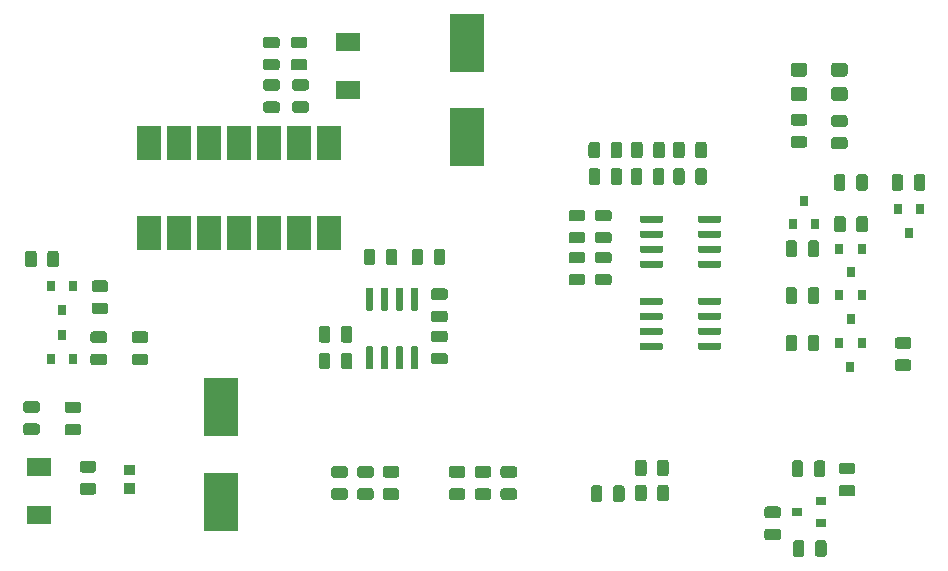
<source format=gbr>
G04 #@! TF.GenerationSoftware,KiCad,Pcbnew,(5.1.5)-3*
G04 #@! TF.CreationDate,2020-09-18T03:15:39-03:00*
G04 #@! TF.ProjectId,BSPD,42535044-2e6b-4696-9361-645f70636258,rev?*
G04 #@! TF.SameCoordinates,Original*
G04 #@! TF.FileFunction,Paste,Top*
G04 #@! TF.FilePolarity,Positive*
%FSLAX46Y46*%
G04 Gerber Fmt 4.6, Leading zero omitted, Abs format (unit mm)*
G04 Created by KiCad (PCBNEW (5.1.5)-3) date 2020-09-18 03:15:39*
%MOMM*%
%LPD*%
G04 APERTURE LIST*
%ADD10C,0.100000*%
%ADD11R,3.000000X5.000000*%
%ADD12R,2.000000X1.600000*%
%ADD13R,0.800000X0.900000*%
%ADD14R,0.900000X0.800000*%
%ADD15R,2.000000X3.000000*%
G04 APERTURE END LIST*
D10*
G36*
X132578302Y-113319234D02*
G01*
X132601963Y-113322744D01*
X132625167Y-113328556D01*
X132647689Y-113336614D01*
X132669313Y-113346842D01*
X132689830Y-113359139D01*
X132709043Y-113373389D01*
X132726767Y-113389453D01*
X132742831Y-113407177D01*
X132757081Y-113426390D01*
X132769378Y-113446907D01*
X132779606Y-113468531D01*
X132787664Y-113491053D01*
X132793476Y-113514257D01*
X132796986Y-113537918D01*
X132798160Y-113561810D01*
X132798160Y-114474310D01*
X132796986Y-114498202D01*
X132793476Y-114521863D01*
X132787664Y-114545067D01*
X132779606Y-114567589D01*
X132769378Y-114589213D01*
X132757081Y-114609730D01*
X132742831Y-114628943D01*
X132726767Y-114646667D01*
X132709043Y-114662731D01*
X132689830Y-114676981D01*
X132669313Y-114689278D01*
X132647689Y-114699506D01*
X132625167Y-114707564D01*
X132601963Y-114713376D01*
X132578302Y-114716886D01*
X132554410Y-114718060D01*
X132066910Y-114718060D01*
X132043018Y-114716886D01*
X132019357Y-114713376D01*
X131996153Y-114707564D01*
X131973631Y-114699506D01*
X131952007Y-114689278D01*
X131931490Y-114676981D01*
X131912277Y-114662731D01*
X131894553Y-114646667D01*
X131878489Y-114628943D01*
X131864239Y-114609730D01*
X131851942Y-114589213D01*
X131841714Y-114567589D01*
X131833656Y-114545067D01*
X131827844Y-114521863D01*
X131824334Y-114498202D01*
X131823160Y-114474310D01*
X131823160Y-113561810D01*
X131824334Y-113537918D01*
X131827844Y-113514257D01*
X131833656Y-113491053D01*
X131841714Y-113468531D01*
X131851942Y-113446907D01*
X131864239Y-113426390D01*
X131878489Y-113407177D01*
X131894553Y-113389453D01*
X131912277Y-113373389D01*
X131931490Y-113359139D01*
X131952007Y-113346842D01*
X131973631Y-113336614D01*
X131996153Y-113328556D01*
X132019357Y-113322744D01*
X132043018Y-113319234D01*
X132066910Y-113318060D01*
X132554410Y-113318060D01*
X132578302Y-113319234D01*
G37*
G36*
X134453302Y-113319234D02*
G01*
X134476963Y-113322744D01*
X134500167Y-113328556D01*
X134522689Y-113336614D01*
X134544313Y-113346842D01*
X134564830Y-113359139D01*
X134584043Y-113373389D01*
X134601767Y-113389453D01*
X134617831Y-113407177D01*
X134632081Y-113426390D01*
X134644378Y-113446907D01*
X134654606Y-113468531D01*
X134662664Y-113491053D01*
X134668476Y-113514257D01*
X134671986Y-113537918D01*
X134673160Y-113561810D01*
X134673160Y-114474310D01*
X134671986Y-114498202D01*
X134668476Y-114521863D01*
X134662664Y-114545067D01*
X134654606Y-114567589D01*
X134644378Y-114589213D01*
X134632081Y-114609730D01*
X134617831Y-114628943D01*
X134601767Y-114646667D01*
X134584043Y-114662731D01*
X134564830Y-114676981D01*
X134544313Y-114689278D01*
X134522689Y-114699506D01*
X134500167Y-114707564D01*
X134476963Y-114713376D01*
X134453302Y-114716886D01*
X134429410Y-114718060D01*
X133941910Y-114718060D01*
X133918018Y-114716886D01*
X133894357Y-114713376D01*
X133871153Y-114707564D01*
X133848631Y-114699506D01*
X133827007Y-114689278D01*
X133806490Y-114676981D01*
X133787277Y-114662731D01*
X133769553Y-114646667D01*
X133753489Y-114628943D01*
X133739239Y-114609730D01*
X133726942Y-114589213D01*
X133716714Y-114567589D01*
X133708656Y-114545067D01*
X133702844Y-114521863D01*
X133699334Y-114498202D01*
X133698160Y-114474310D01*
X133698160Y-113561810D01*
X133699334Y-113537918D01*
X133702844Y-113514257D01*
X133708656Y-113491053D01*
X133716714Y-113468531D01*
X133726942Y-113446907D01*
X133739239Y-113426390D01*
X133753489Y-113407177D01*
X133769553Y-113389453D01*
X133787277Y-113373389D01*
X133806490Y-113359139D01*
X133827007Y-113346842D01*
X133848631Y-113336614D01*
X133871153Y-113328556D01*
X133894357Y-113322744D01*
X133918018Y-113319234D01*
X133941910Y-113318060D01*
X134429410Y-113318060D01*
X134453302Y-113319234D01*
G37*
D11*
X144399000Y-89344500D03*
X144399000Y-97344500D03*
D10*
G36*
X177020302Y-124887594D02*
G01*
X177043963Y-124891104D01*
X177067167Y-124896916D01*
X177089689Y-124904974D01*
X177111313Y-124915202D01*
X177131830Y-124927499D01*
X177151043Y-124941749D01*
X177168767Y-124957813D01*
X177184831Y-124975537D01*
X177199081Y-124994750D01*
X177211378Y-125015267D01*
X177221606Y-125036891D01*
X177229664Y-125059413D01*
X177235476Y-125082617D01*
X177238986Y-125106278D01*
X177240160Y-125130170D01*
X177240160Y-125617670D01*
X177238986Y-125641562D01*
X177235476Y-125665223D01*
X177229664Y-125688427D01*
X177221606Y-125710949D01*
X177211378Y-125732573D01*
X177199081Y-125753090D01*
X177184831Y-125772303D01*
X177168767Y-125790027D01*
X177151043Y-125806091D01*
X177131830Y-125820341D01*
X177111313Y-125832638D01*
X177089689Y-125842866D01*
X177067167Y-125850924D01*
X177043963Y-125856736D01*
X177020302Y-125860246D01*
X176996410Y-125861420D01*
X176083910Y-125861420D01*
X176060018Y-125860246D01*
X176036357Y-125856736D01*
X176013153Y-125850924D01*
X175990631Y-125842866D01*
X175969007Y-125832638D01*
X175948490Y-125820341D01*
X175929277Y-125806091D01*
X175911553Y-125790027D01*
X175895489Y-125772303D01*
X175881239Y-125753090D01*
X175868942Y-125732573D01*
X175858714Y-125710949D01*
X175850656Y-125688427D01*
X175844844Y-125665223D01*
X175841334Y-125641562D01*
X175840160Y-125617670D01*
X175840160Y-125130170D01*
X175841334Y-125106278D01*
X175844844Y-125082617D01*
X175850656Y-125059413D01*
X175858714Y-125036891D01*
X175868942Y-125015267D01*
X175881239Y-124994750D01*
X175895489Y-124975537D01*
X175911553Y-124957813D01*
X175929277Y-124941749D01*
X175948490Y-124927499D01*
X175969007Y-124915202D01*
X175990631Y-124904974D01*
X176013153Y-124896916D01*
X176036357Y-124891104D01*
X176060018Y-124887594D01*
X176083910Y-124886420D01*
X176996410Y-124886420D01*
X177020302Y-124887594D01*
G37*
G36*
X177020302Y-126762594D02*
G01*
X177043963Y-126766104D01*
X177067167Y-126771916D01*
X177089689Y-126779974D01*
X177111313Y-126790202D01*
X177131830Y-126802499D01*
X177151043Y-126816749D01*
X177168767Y-126832813D01*
X177184831Y-126850537D01*
X177199081Y-126869750D01*
X177211378Y-126890267D01*
X177221606Y-126911891D01*
X177229664Y-126934413D01*
X177235476Y-126957617D01*
X177238986Y-126981278D01*
X177240160Y-127005170D01*
X177240160Y-127492670D01*
X177238986Y-127516562D01*
X177235476Y-127540223D01*
X177229664Y-127563427D01*
X177221606Y-127585949D01*
X177211378Y-127607573D01*
X177199081Y-127628090D01*
X177184831Y-127647303D01*
X177168767Y-127665027D01*
X177151043Y-127681091D01*
X177131830Y-127695341D01*
X177111313Y-127707638D01*
X177089689Y-127717866D01*
X177067167Y-127725924D01*
X177043963Y-127731736D01*
X177020302Y-127735246D01*
X176996410Y-127736420D01*
X176083910Y-127736420D01*
X176060018Y-127735246D01*
X176036357Y-127731736D01*
X176013153Y-127725924D01*
X175990631Y-127717866D01*
X175969007Y-127707638D01*
X175948490Y-127695341D01*
X175929277Y-127681091D01*
X175911553Y-127665027D01*
X175895489Y-127647303D01*
X175881239Y-127628090D01*
X175868942Y-127607573D01*
X175858714Y-127585949D01*
X175850656Y-127563427D01*
X175844844Y-127540223D01*
X175841334Y-127516562D01*
X175840160Y-127492670D01*
X175840160Y-127005170D01*
X175841334Y-126981278D01*
X175844844Y-126957617D01*
X175850656Y-126934413D01*
X175858714Y-126911891D01*
X175868942Y-126890267D01*
X175881239Y-126869750D01*
X175895489Y-126850537D01*
X175911553Y-126832813D01*
X175929277Y-126816749D01*
X175948490Y-126802499D01*
X175969007Y-126790202D01*
X175990631Y-126779974D01*
X176013153Y-126771916D01*
X176036357Y-126766104D01*
X176060018Y-126762594D01*
X176083910Y-126761420D01*
X176996410Y-126761420D01*
X177020302Y-126762594D01*
G37*
G36*
X107972942Y-121558374D02*
G01*
X107996603Y-121561884D01*
X108019807Y-121567696D01*
X108042329Y-121575754D01*
X108063953Y-121585982D01*
X108084470Y-121598279D01*
X108103683Y-121612529D01*
X108121407Y-121628593D01*
X108137471Y-121646317D01*
X108151721Y-121665530D01*
X108164018Y-121686047D01*
X108174246Y-121707671D01*
X108182304Y-121730193D01*
X108188116Y-121753397D01*
X108191626Y-121777058D01*
X108192800Y-121800950D01*
X108192800Y-122288450D01*
X108191626Y-122312342D01*
X108188116Y-122336003D01*
X108182304Y-122359207D01*
X108174246Y-122381729D01*
X108164018Y-122403353D01*
X108151721Y-122423870D01*
X108137471Y-122443083D01*
X108121407Y-122460807D01*
X108103683Y-122476871D01*
X108084470Y-122491121D01*
X108063953Y-122503418D01*
X108042329Y-122513646D01*
X108019807Y-122521704D01*
X107996603Y-122527516D01*
X107972942Y-122531026D01*
X107949050Y-122532200D01*
X107036550Y-122532200D01*
X107012658Y-122531026D01*
X106988997Y-122527516D01*
X106965793Y-122521704D01*
X106943271Y-122513646D01*
X106921647Y-122503418D01*
X106901130Y-122491121D01*
X106881917Y-122476871D01*
X106864193Y-122460807D01*
X106848129Y-122443083D01*
X106833879Y-122423870D01*
X106821582Y-122403353D01*
X106811354Y-122381729D01*
X106803296Y-122359207D01*
X106797484Y-122336003D01*
X106793974Y-122312342D01*
X106792800Y-122288450D01*
X106792800Y-121800950D01*
X106793974Y-121777058D01*
X106797484Y-121753397D01*
X106803296Y-121730193D01*
X106811354Y-121707671D01*
X106821582Y-121686047D01*
X106833879Y-121665530D01*
X106848129Y-121646317D01*
X106864193Y-121628593D01*
X106881917Y-121612529D01*
X106901130Y-121598279D01*
X106921647Y-121585982D01*
X106943271Y-121575754D01*
X106965793Y-121567696D01*
X106988997Y-121561884D01*
X107012658Y-121558374D01*
X107036550Y-121557200D01*
X107949050Y-121557200D01*
X107972942Y-121558374D01*
G37*
G36*
X107972942Y-119683374D02*
G01*
X107996603Y-119686884D01*
X108019807Y-119692696D01*
X108042329Y-119700754D01*
X108063953Y-119710982D01*
X108084470Y-119723279D01*
X108103683Y-119737529D01*
X108121407Y-119753593D01*
X108137471Y-119771317D01*
X108151721Y-119790530D01*
X108164018Y-119811047D01*
X108174246Y-119832671D01*
X108182304Y-119855193D01*
X108188116Y-119878397D01*
X108191626Y-119902058D01*
X108192800Y-119925950D01*
X108192800Y-120413450D01*
X108191626Y-120437342D01*
X108188116Y-120461003D01*
X108182304Y-120484207D01*
X108174246Y-120506729D01*
X108164018Y-120528353D01*
X108151721Y-120548870D01*
X108137471Y-120568083D01*
X108121407Y-120585807D01*
X108103683Y-120601871D01*
X108084470Y-120616121D01*
X108063953Y-120628418D01*
X108042329Y-120638646D01*
X108019807Y-120646704D01*
X107996603Y-120652516D01*
X107972942Y-120656026D01*
X107949050Y-120657200D01*
X107036550Y-120657200D01*
X107012658Y-120656026D01*
X106988997Y-120652516D01*
X106965793Y-120646704D01*
X106943271Y-120638646D01*
X106921647Y-120628418D01*
X106901130Y-120616121D01*
X106881917Y-120601871D01*
X106864193Y-120585807D01*
X106848129Y-120568083D01*
X106833879Y-120548870D01*
X106821582Y-120528353D01*
X106811354Y-120506729D01*
X106803296Y-120484207D01*
X106797484Y-120461003D01*
X106793974Y-120437342D01*
X106792800Y-120413450D01*
X106792800Y-119925950D01*
X106793974Y-119902058D01*
X106797484Y-119878397D01*
X106803296Y-119855193D01*
X106811354Y-119832671D01*
X106821582Y-119811047D01*
X106833879Y-119790530D01*
X106848129Y-119771317D01*
X106864193Y-119753593D01*
X106881917Y-119737529D01*
X106901130Y-119723279D01*
X106921647Y-119710982D01*
X106943271Y-119700754D01*
X106965793Y-119692696D01*
X106988997Y-119686884D01*
X107012658Y-119683374D01*
X107036550Y-119682200D01*
X107949050Y-119682200D01*
X107972942Y-119683374D01*
G37*
G36*
X111478142Y-119711074D02*
G01*
X111501803Y-119714584D01*
X111525007Y-119720396D01*
X111547529Y-119728454D01*
X111569153Y-119738682D01*
X111589670Y-119750979D01*
X111608883Y-119765229D01*
X111626607Y-119781293D01*
X111642671Y-119799017D01*
X111656921Y-119818230D01*
X111669218Y-119838747D01*
X111679446Y-119860371D01*
X111687504Y-119882893D01*
X111693316Y-119906097D01*
X111696826Y-119929758D01*
X111698000Y-119953650D01*
X111698000Y-120441150D01*
X111696826Y-120465042D01*
X111693316Y-120488703D01*
X111687504Y-120511907D01*
X111679446Y-120534429D01*
X111669218Y-120556053D01*
X111656921Y-120576570D01*
X111642671Y-120595783D01*
X111626607Y-120613507D01*
X111608883Y-120629571D01*
X111589670Y-120643821D01*
X111569153Y-120656118D01*
X111547529Y-120666346D01*
X111525007Y-120674404D01*
X111501803Y-120680216D01*
X111478142Y-120683726D01*
X111454250Y-120684900D01*
X110541750Y-120684900D01*
X110517858Y-120683726D01*
X110494197Y-120680216D01*
X110470993Y-120674404D01*
X110448471Y-120666346D01*
X110426847Y-120656118D01*
X110406330Y-120643821D01*
X110387117Y-120629571D01*
X110369393Y-120613507D01*
X110353329Y-120595783D01*
X110339079Y-120576570D01*
X110326782Y-120556053D01*
X110316554Y-120534429D01*
X110308496Y-120511907D01*
X110302684Y-120488703D01*
X110299174Y-120465042D01*
X110298000Y-120441150D01*
X110298000Y-119953650D01*
X110299174Y-119929758D01*
X110302684Y-119906097D01*
X110308496Y-119882893D01*
X110316554Y-119860371D01*
X110326782Y-119838747D01*
X110339079Y-119818230D01*
X110353329Y-119799017D01*
X110369393Y-119781293D01*
X110387117Y-119765229D01*
X110406330Y-119750979D01*
X110426847Y-119738682D01*
X110448471Y-119728454D01*
X110470993Y-119720396D01*
X110494197Y-119714584D01*
X110517858Y-119711074D01*
X110541750Y-119709900D01*
X111454250Y-119709900D01*
X111478142Y-119711074D01*
G37*
G36*
X111478142Y-121586074D02*
G01*
X111501803Y-121589584D01*
X111525007Y-121595396D01*
X111547529Y-121603454D01*
X111569153Y-121613682D01*
X111589670Y-121625979D01*
X111608883Y-121640229D01*
X111626607Y-121656293D01*
X111642671Y-121674017D01*
X111656921Y-121693230D01*
X111669218Y-121713747D01*
X111679446Y-121735371D01*
X111687504Y-121757893D01*
X111693316Y-121781097D01*
X111696826Y-121804758D01*
X111698000Y-121828650D01*
X111698000Y-122316150D01*
X111696826Y-122340042D01*
X111693316Y-122363703D01*
X111687504Y-122386907D01*
X111679446Y-122409429D01*
X111669218Y-122431053D01*
X111656921Y-122451570D01*
X111642671Y-122470783D01*
X111626607Y-122488507D01*
X111608883Y-122504571D01*
X111589670Y-122518821D01*
X111569153Y-122531118D01*
X111547529Y-122541346D01*
X111525007Y-122549404D01*
X111501803Y-122555216D01*
X111478142Y-122558726D01*
X111454250Y-122559900D01*
X110541750Y-122559900D01*
X110517858Y-122558726D01*
X110494197Y-122555216D01*
X110470993Y-122549404D01*
X110448471Y-122541346D01*
X110426847Y-122531118D01*
X110406330Y-122518821D01*
X110387117Y-122504571D01*
X110369393Y-122488507D01*
X110353329Y-122470783D01*
X110339079Y-122451570D01*
X110326782Y-122431053D01*
X110316554Y-122409429D01*
X110308496Y-122386907D01*
X110302684Y-122363703D01*
X110299174Y-122340042D01*
X110298000Y-122316150D01*
X110298000Y-121828650D01*
X110299174Y-121804758D01*
X110302684Y-121781097D01*
X110308496Y-121757893D01*
X110316554Y-121735371D01*
X110326782Y-121713747D01*
X110339079Y-121693230D01*
X110353329Y-121674017D01*
X110369393Y-121656293D01*
X110387117Y-121640229D01*
X110406330Y-121625979D01*
X110426847Y-121613682D01*
X110448471Y-121603454D01*
X110470993Y-121595396D01*
X110494197Y-121589584D01*
X110517858Y-121586074D01*
X110541750Y-121584900D01*
X111454250Y-121584900D01*
X111478142Y-121586074D01*
G37*
D11*
X123545600Y-120206000D03*
X123545600Y-128206000D03*
D12*
X108153200Y-129286000D03*
X108153200Y-125222000D03*
D10*
G36*
X172940505Y-93088704D02*
G01*
X172964773Y-93092304D01*
X172988572Y-93098265D01*
X173011671Y-93106530D01*
X173033850Y-93117020D01*
X173054893Y-93129632D01*
X173074599Y-93144247D01*
X173092777Y-93160723D01*
X173109253Y-93178901D01*
X173123868Y-93198607D01*
X173136480Y-93219650D01*
X173146970Y-93241829D01*
X173155235Y-93264928D01*
X173161196Y-93288727D01*
X173164796Y-93312995D01*
X173166000Y-93337499D01*
X173166000Y-93987501D01*
X173164796Y-94012005D01*
X173161196Y-94036273D01*
X173155235Y-94060072D01*
X173146970Y-94083171D01*
X173136480Y-94105350D01*
X173123868Y-94126393D01*
X173109253Y-94146099D01*
X173092777Y-94164277D01*
X173074599Y-94180753D01*
X173054893Y-94195368D01*
X173033850Y-94207980D01*
X173011671Y-94218470D01*
X172988572Y-94226735D01*
X172964773Y-94232696D01*
X172940505Y-94236296D01*
X172916001Y-94237500D01*
X172015999Y-94237500D01*
X171991495Y-94236296D01*
X171967227Y-94232696D01*
X171943428Y-94226735D01*
X171920329Y-94218470D01*
X171898150Y-94207980D01*
X171877107Y-94195368D01*
X171857401Y-94180753D01*
X171839223Y-94164277D01*
X171822747Y-94146099D01*
X171808132Y-94126393D01*
X171795520Y-94105350D01*
X171785030Y-94083171D01*
X171776765Y-94060072D01*
X171770804Y-94036273D01*
X171767204Y-94012005D01*
X171766000Y-93987501D01*
X171766000Y-93337499D01*
X171767204Y-93312995D01*
X171770804Y-93288727D01*
X171776765Y-93264928D01*
X171785030Y-93241829D01*
X171795520Y-93219650D01*
X171808132Y-93198607D01*
X171822747Y-93178901D01*
X171839223Y-93160723D01*
X171857401Y-93144247D01*
X171877107Y-93129632D01*
X171898150Y-93117020D01*
X171920329Y-93106530D01*
X171943428Y-93098265D01*
X171967227Y-93092304D01*
X171991495Y-93088704D01*
X172015999Y-93087500D01*
X172916001Y-93087500D01*
X172940505Y-93088704D01*
G37*
G36*
X172940505Y-91038704D02*
G01*
X172964773Y-91042304D01*
X172988572Y-91048265D01*
X173011671Y-91056530D01*
X173033850Y-91067020D01*
X173054893Y-91079632D01*
X173074599Y-91094247D01*
X173092777Y-91110723D01*
X173109253Y-91128901D01*
X173123868Y-91148607D01*
X173136480Y-91169650D01*
X173146970Y-91191829D01*
X173155235Y-91214928D01*
X173161196Y-91238727D01*
X173164796Y-91262995D01*
X173166000Y-91287499D01*
X173166000Y-91937501D01*
X173164796Y-91962005D01*
X173161196Y-91986273D01*
X173155235Y-92010072D01*
X173146970Y-92033171D01*
X173136480Y-92055350D01*
X173123868Y-92076393D01*
X173109253Y-92096099D01*
X173092777Y-92114277D01*
X173074599Y-92130753D01*
X173054893Y-92145368D01*
X173033850Y-92157980D01*
X173011671Y-92168470D01*
X172988572Y-92176735D01*
X172964773Y-92182696D01*
X172940505Y-92186296D01*
X172916001Y-92187500D01*
X172015999Y-92187500D01*
X171991495Y-92186296D01*
X171967227Y-92182696D01*
X171943428Y-92176735D01*
X171920329Y-92168470D01*
X171898150Y-92157980D01*
X171877107Y-92145368D01*
X171857401Y-92130753D01*
X171839223Y-92114277D01*
X171822747Y-92096099D01*
X171808132Y-92076393D01*
X171795520Y-92055350D01*
X171785030Y-92033171D01*
X171776765Y-92010072D01*
X171770804Y-91986273D01*
X171767204Y-91962005D01*
X171766000Y-91937501D01*
X171766000Y-91287499D01*
X171767204Y-91262995D01*
X171770804Y-91238727D01*
X171776765Y-91214928D01*
X171785030Y-91191829D01*
X171795520Y-91169650D01*
X171808132Y-91148607D01*
X171822747Y-91128901D01*
X171839223Y-91110723D01*
X171857401Y-91094247D01*
X171877107Y-91079632D01*
X171898150Y-91067020D01*
X171920329Y-91056530D01*
X171943428Y-91048265D01*
X171967227Y-91042304D01*
X171991495Y-91038704D01*
X172015999Y-91037500D01*
X172916001Y-91037500D01*
X172940505Y-91038704D01*
G37*
G36*
X176369505Y-91038704D02*
G01*
X176393773Y-91042304D01*
X176417572Y-91048265D01*
X176440671Y-91056530D01*
X176462850Y-91067020D01*
X176483893Y-91079632D01*
X176503599Y-91094247D01*
X176521777Y-91110723D01*
X176538253Y-91128901D01*
X176552868Y-91148607D01*
X176565480Y-91169650D01*
X176575970Y-91191829D01*
X176584235Y-91214928D01*
X176590196Y-91238727D01*
X176593796Y-91262995D01*
X176595000Y-91287499D01*
X176595000Y-91937501D01*
X176593796Y-91962005D01*
X176590196Y-91986273D01*
X176584235Y-92010072D01*
X176575970Y-92033171D01*
X176565480Y-92055350D01*
X176552868Y-92076393D01*
X176538253Y-92096099D01*
X176521777Y-92114277D01*
X176503599Y-92130753D01*
X176483893Y-92145368D01*
X176462850Y-92157980D01*
X176440671Y-92168470D01*
X176417572Y-92176735D01*
X176393773Y-92182696D01*
X176369505Y-92186296D01*
X176345001Y-92187500D01*
X175444999Y-92187500D01*
X175420495Y-92186296D01*
X175396227Y-92182696D01*
X175372428Y-92176735D01*
X175349329Y-92168470D01*
X175327150Y-92157980D01*
X175306107Y-92145368D01*
X175286401Y-92130753D01*
X175268223Y-92114277D01*
X175251747Y-92096099D01*
X175237132Y-92076393D01*
X175224520Y-92055350D01*
X175214030Y-92033171D01*
X175205765Y-92010072D01*
X175199804Y-91986273D01*
X175196204Y-91962005D01*
X175195000Y-91937501D01*
X175195000Y-91287499D01*
X175196204Y-91262995D01*
X175199804Y-91238727D01*
X175205765Y-91214928D01*
X175214030Y-91191829D01*
X175224520Y-91169650D01*
X175237132Y-91148607D01*
X175251747Y-91128901D01*
X175268223Y-91110723D01*
X175286401Y-91094247D01*
X175306107Y-91079632D01*
X175327150Y-91067020D01*
X175349329Y-91056530D01*
X175372428Y-91048265D01*
X175396227Y-91042304D01*
X175420495Y-91038704D01*
X175444999Y-91037500D01*
X176345001Y-91037500D01*
X176369505Y-91038704D01*
G37*
G36*
X176369505Y-93088704D02*
G01*
X176393773Y-93092304D01*
X176417572Y-93098265D01*
X176440671Y-93106530D01*
X176462850Y-93117020D01*
X176483893Y-93129632D01*
X176503599Y-93144247D01*
X176521777Y-93160723D01*
X176538253Y-93178901D01*
X176552868Y-93198607D01*
X176565480Y-93219650D01*
X176575970Y-93241829D01*
X176584235Y-93264928D01*
X176590196Y-93288727D01*
X176593796Y-93312995D01*
X176595000Y-93337499D01*
X176595000Y-93987501D01*
X176593796Y-94012005D01*
X176590196Y-94036273D01*
X176584235Y-94060072D01*
X176575970Y-94083171D01*
X176565480Y-94105350D01*
X176552868Y-94126393D01*
X176538253Y-94146099D01*
X176521777Y-94164277D01*
X176503599Y-94180753D01*
X176483893Y-94195368D01*
X176462850Y-94207980D01*
X176440671Y-94218470D01*
X176417572Y-94226735D01*
X176393773Y-94232696D01*
X176369505Y-94236296D01*
X176345001Y-94237500D01*
X175444999Y-94237500D01*
X175420495Y-94236296D01*
X175396227Y-94232696D01*
X175372428Y-94226735D01*
X175349329Y-94218470D01*
X175327150Y-94207980D01*
X175306107Y-94195368D01*
X175286401Y-94180753D01*
X175268223Y-94164277D01*
X175251747Y-94146099D01*
X175237132Y-94126393D01*
X175224520Y-94105350D01*
X175214030Y-94083171D01*
X175205765Y-94060072D01*
X175199804Y-94036273D01*
X175196204Y-94012005D01*
X175195000Y-93987501D01*
X175195000Y-93337499D01*
X175196204Y-93312995D01*
X175199804Y-93288727D01*
X175205765Y-93264928D01*
X175214030Y-93241829D01*
X175224520Y-93219650D01*
X175237132Y-93198607D01*
X175251747Y-93178901D01*
X175268223Y-93160723D01*
X175286401Y-93144247D01*
X175306107Y-93129632D01*
X175327150Y-93117020D01*
X175349329Y-93106530D01*
X175372428Y-93098265D01*
X175396227Y-93092304D01*
X175420495Y-93088704D01*
X175444999Y-93087500D01*
X176345001Y-93087500D01*
X176369505Y-93088704D01*
G37*
G36*
X112748142Y-126615274D02*
G01*
X112771803Y-126618784D01*
X112795007Y-126624596D01*
X112817529Y-126632654D01*
X112839153Y-126642882D01*
X112859670Y-126655179D01*
X112878883Y-126669429D01*
X112896607Y-126685493D01*
X112912671Y-126703217D01*
X112926921Y-126722430D01*
X112939218Y-126742947D01*
X112949446Y-126764571D01*
X112957504Y-126787093D01*
X112963316Y-126810297D01*
X112966826Y-126833958D01*
X112968000Y-126857850D01*
X112968000Y-127345350D01*
X112966826Y-127369242D01*
X112963316Y-127392903D01*
X112957504Y-127416107D01*
X112949446Y-127438629D01*
X112939218Y-127460253D01*
X112926921Y-127480770D01*
X112912671Y-127499983D01*
X112896607Y-127517707D01*
X112878883Y-127533771D01*
X112859670Y-127548021D01*
X112839153Y-127560318D01*
X112817529Y-127570546D01*
X112795007Y-127578604D01*
X112771803Y-127584416D01*
X112748142Y-127587926D01*
X112724250Y-127589100D01*
X111811750Y-127589100D01*
X111787858Y-127587926D01*
X111764197Y-127584416D01*
X111740993Y-127578604D01*
X111718471Y-127570546D01*
X111696847Y-127560318D01*
X111676330Y-127548021D01*
X111657117Y-127533771D01*
X111639393Y-127517707D01*
X111623329Y-127499983D01*
X111609079Y-127480770D01*
X111596782Y-127460253D01*
X111586554Y-127438629D01*
X111578496Y-127416107D01*
X111572684Y-127392903D01*
X111569174Y-127369242D01*
X111568000Y-127345350D01*
X111568000Y-126857850D01*
X111569174Y-126833958D01*
X111572684Y-126810297D01*
X111578496Y-126787093D01*
X111586554Y-126764571D01*
X111596782Y-126742947D01*
X111609079Y-126722430D01*
X111623329Y-126703217D01*
X111639393Y-126685493D01*
X111657117Y-126669429D01*
X111676330Y-126655179D01*
X111696847Y-126642882D01*
X111718471Y-126632654D01*
X111740993Y-126624596D01*
X111764197Y-126618784D01*
X111787858Y-126615274D01*
X111811750Y-126614100D01*
X112724250Y-126614100D01*
X112748142Y-126615274D01*
G37*
G36*
X112748142Y-124740274D02*
G01*
X112771803Y-124743784D01*
X112795007Y-124749596D01*
X112817529Y-124757654D01*
X112839153Y-124767882D01*
X112859670Y-124780179D01*
X112878883Y-124794429D01*
X112896607Y-124810493D01*
X112912671Y-124828217D01*
X112926921Y-124847430D01*
X112939218Y-124867947D01*
X112949446Y-124889571D01*
X112957504Y-124912093D01*
X112963316Y-124935297D01*
X112966826Y-124958958D01*
X112968000Y-124982850D01*
X112968000Y-125470350D01*
X112966826Y-125494242D01*
X112963316Y-125517903D01*
X112957504Y-125541107D01*
X112949446Y-125563629D01*
X112939218Y-125585253D01*
X112926921Y-125605770D01*
X112912671Y-125624983D01*
X112896607Y-125642707D01*
X112878883Y-125658771D01*
X112859670Y-125673021D01*
X112839153Y-125685318D01*
X112817529Y-125695546D01*
X112795007Y-125703604D01*
X112771803Y-125709416D01*
X112748142Y-125712926D01*
X112724250Y-125714100D01*
X111811750Y-125714100D01*
X111787858Y-125712926D01*
X111764197Y-125709416D01*
X111740993Y-125703604D01*
X111718471Y-125695546D01*
X111696847Y-125685318D01*
X111676330Y-125673021D01*
X111657117Y-125658771D01*
X111639393Y-125642707D01*
X111623329Y-125624983D01*
X111609079Y-125605770D01*
X111596782Y-125585253D01*
X111586554Y-125563629D01*
X111578496Y-125541107D01*
X111572684Y-125517903D01*
X111569174Y-125494242D01*
X111568000Y-125470350D01*
X111568000Y-124982850D01*
X111569174Y-124958958D01*
X111572684Y-124935297D01*
X111578496Y-124912093D01*
X111586554Y-124889571D01*
X111596782Y-124867947D01*
X111609079Y-124847430D01*
X111623329Y-124828217D01*
X111639393Y-124810493D01*
X111657117Y-124794429D01*
X111676330Y-124780179D01*
X111696847Y-124767882D01*
X111718471Y-124757654D01*
X111740993Y-124749596D01*
X111764197Y-124743784D01*
X111787858Y-124740274D01*
X111811750Y-124739100D01*
X112724250Y-124739100D01*
X112748142Y-124740274D01*
G37*
G36*
X115298200Y-125063800D02*
G01*
X116248200Y-125063800D01*
X116248200Y-125938800D01*
X115298200Y-125938800D01*
X115298200Y-125063800D01*
G37*
G36*
X115298200Y-126638800D02*
G01*
X116248200Y-126638800D01*
X116248200Y-127513800D01*
X115298200Y-127513800D01*
X115298200Y-126638800D01*
G37*
D13*
X176857660Y-112712500D03*
X175907660Y-110712500D03*
X177807660Y-110712500D03*
X177807660Y-106750100D03*
X175907660Y-106750100D03*
X176857660Y-108750100D03*
X177772060Y-114744500D03*
X175872060Y-114744500D03*
X176822060Y-116744500D03*
X181803000Y-105441500D03*
X180853000Y-103441500D03*
X182753000Y-103441500D03*
X111018400Y-109931200D03*
X109118400Y-109931200D03*
X110068400Y-111931200D03*
D10*
G36*
X162573642Y-99951214D02*
G01*
X162597303Y-99954724D01*
X162620507Y-99960536D01*
X162643029Y-99968594D01*
X162664653Y-99978822D01*
X162685170Y-99991119D01*
X162704383Y-100005369D01*
X162722107Y-100021433D01*
X162738171Y-100039157D01*
X162752421Y-100058370D01*
X162764718Y-100078887D01*
X162774946Y-100100511D01*
X162783004Y-100123033D01*
X162788816Y-100146237D01*
X162792326Y-100169898D01*
X162793500Y-100193790D01*
X162793500Y-101106290D01*
X162792326Y-101130182D01*
X162788816Y-101153843D01*
X162783004Y-101177047D01*
X162774946Y-101199569D01*
X162764718Y-101221193D01*
X162752421Y-101241710D01*
X162738171Y-101260923D01*
X162722107Y-101278647D01*
X162704383Y-101294711D01*
X162685170Y-101308961D01*
X162664653Y-101321258D01*
X162643029Y-101331486D01*
X162620507Y-101339544D01*
X162597303Y-101345356D01*
X162573642Y-101348866D01*
X162549750Y-101350040D01*
X162062250Y-101350040D01*
X162038358Y-101348866D01*
X162014697Y-101345356D01*
X161991493Y-101339544D01*
X161968971Y-101331486D01*
X161947347Y-101321258D01*
X161926830Y-101308961D01*
X161907617Y-101294711D01*
X161889893Y-101278647D01*
X161873829Y-101260923D01*
X161859579Y-101241710D01*
X161847282Y-101221193D01*
X161837054Y-101199569D01*
X161828996Y-101177047D01*
X161823184Y-101153843D01*
X161819674Y-101130182D01*
X161818500Y-101106290D01*
X161818500Y-100193790D01*
X161819674Y-100169898D01*
X161823184Y-100146237D01*
X161828996Y-100123033D01*
X161837054Y-100100511D01*
X161847282Y-100078887D01*
X161859579Y-100058370D01*
X161873829Y-100039157D01*
X161889893Y-100021433D01*
X161907617Y-100005369D01*
X161926830Y-99991119D01*
X161947347Y-99978822D01*
X161968971Y-99968594D01*
X161991493Y-99960536D01*
X162014697Y-99954724D01*
X162038358Y-99951214D01*
X162062250Y-99950040D01*
X162549750Y-99950040D01*
X162573642Y-99951214D01*
G37*
G36*
X164448642Y-99951214D02*
G01*
X164472303Y-99954724D01*
X164495507Y-99960536D01*
X164518029Y-99968594D01*
X164539653Y-99978822D01*
X164560170Y-99991119D01*
X164579383Y-100005369D01*
X164597107Y-100021433D01*
X164613171Y-100039157D01*
X164627421Y-100058370D01*
X164639718Y-100078887D01*
X164649946Y-100100511D01*
X164658004Y-100123033D01*
X164663816Y-100146237D01*
X164667326Y-100169898D01*
X164668500Y-100193790D01*
X164668500Y-101106290D01*
X164667326Y-101130182D01*
X164663816Y-101153843D01*
X164658004Y-101177047D01*
X164649946Y-101199569D01*
X164639718Y-101221193D01*
X164627421Y-101241710D01*
X164613171Y-101260923D01*
X164597107Y-101278647D01*
X164579383Y-101294711D01*
X164560170Y-101308961D01*
X164539653Y-101321258D01*
X164518029Y-101331486D01*
X164495507Y-101339544D01*
X164472303Y-101345356D01*
X164448642Y-101348866D01*
X164424750Y-101350040D01*
X163937250Y-101350040D01*
X163913358Y-101348866D01*
X163889697Y-101345356D01*
X163866493Y-101339544D01*
X163843971Y-101331486D01*
X163822347Y-101321258D01*
X163801830Y-101308961D01*
X163782617Y-101294711D01*
X163764893Y-101278647D01*
X163748829Y-101260923D01*
X163734579Y-101241710D01*
X163722282Y-101221193D01*
X163712054Y-101199569D01*
X163703996Y-101177047D01*
X163698184Y-101153843D01*
X163694674Y-101130182D01*
X163693500Y-101106290D01*
X163693500Y-100193790D01*
X163694674Y-100169898D01*
X163698184Y-100146237D01*
X163703996Y-100123033D01*
X163712054Y-100100511D01*
X163722282Y-100078887D01*
X163734579Y-100058370D01*
X163748829Y-100039157D01*
X163764893Y-100021433D01*
X163782617Y-100005369D01*
X163801830Y-99991119D01*
X163822347Y-99978822D01*
X163843971Y-99968594D01*
X163866493Y-99960536D01*
X163889697Y-99954724D01*
X163913358Y-99951214D01*
X163937250Y-99950040D01*
X164424750Y-99950040D01*
X164448642Y-99951214D01*
G37*
G36*
X160869542Y-99951214D02*
G01*
X160893203Y-99954724D01*
X160916407Y-99960536D01*
X160938929Y-99968594D01*
X160960553Y-99978822D01*
X160981070Y-99991119D01*
X161000283Y-100005369D01*
X161018007Y-100021433D01*
X161034071Y-100039157D01*
X161048321Y-100058370D01*
X161060618Y-100078887D01*
X161070846Y-100100511D01*
X161078904Y-100123033D01*
X161084716Y-100146237D01*
X161088226Y-100169898D01*
X161089400Y-100193790D01*
X161089400Y-101106290D01*
X161088226Y-101130182D01*
X161084716Y-101153843D01*
X161078904Y-101177047D01*
X161070846Y-101199569D01*
X161060618Y-101221193D01*
X161048321Y-101241710D01*
X161034071Y-101260923D01*
X161018007Y-101278647D01*
X161000283Y-101294711D01*
X160981070Y-101308961D01*
X160960553Y-101321258D01*
X160938929Y-101331486D01*
X160916407Y-101339544D01*
X160893203Y-101345356D01*
X160869542Y-101348866D01*
X160845650Y-101350040D01*
X160358150Y-101350040D01*
X160334258Y-101348866D01*
X160310597Y-101345356D01*
X160287393Y-101339544D01*
X160264871Y-101331486D01*
X160243247Y-101321258D01*
X160222730Y-101308961D01*
X160203517Y-101294711D01*
X160185793Y-101278647D01*
X160169729Y-101260923D01*
X160155479Y-101241710D01*
X160143182Y-101221193D01*
X160132954Y-101199569D01*
X160124896Y-101177047D01*
X160119084Y-101153843D01*
X160115574Y-101130182D01*
X160114400Y-101106290D01*
X160114400Y-100193790D01*
X160115574Y-100169898D01*
X160119084Y-100146237D01*
X160124896Y-100123033D01*
X160132954Y-100100511D01*
X160143182Y-100078887D01*
X160155479Y-100058370D01*
X160169729Y-100039157D01*
X160185793Y-100021433D01*
X160203517Y-100005369D01*
X160222730Y-99991119D01*
X160243247Y-99978822D01*
X160264871Y-99968594D01*
X160287393Y-99960536D01*
X160310597Y-99954724D01*
X160334258Y-99951214D01*
X160358150Y-99950040D01*
X160845650Y-99950040D01*
X160869542Y-99951214D01*
G37*
G36*
X158994542Y-99951214D02*
G01*
X159018203Y-99954724D01*
X159041407Y-99960536D01*
X159063929Y-99968594D01*
X159085553Y-99978822D01*
X159106070Y-99991119D01*
X159125283Y-100005369D01*
X159143007Y-100021433D01*
X159159071Y-100039157D01*
X159173321Y-100058370D01*
X159185618Y-100078887D01*
X159195846Y-100100511D01*
X159203904Y-100123033D01*
X159209716Y-100146237D01*
X159213226Y-100169898D01*
X159214400Y-100193790D01*
X159214400Y-101106290D01*
X159213226Y-101130182D01*
X159209716Y-101153843D01*
X159203904Y-101177047D01*
X159195846Y-101199569D01*
X159185618Y-101221193D01*
X159173321Y-101241710D01*
X159159071Y-101260923D01*
X159143007Y-101278647D01*
X159125283Y-101294711D01*
X159106070Y-101308961D01*
X159085553Y-101321258D01*
X159063929Y-101331486D01*
X159041407Y-101339544D01*
X159018203Y-101345356D01*
X158994542Y-101348866D01*
X158970650Y-101350040D01*
X158483150Y-101350040D01*
X158459258Y-101348866D01*
X158435597Y-101345356D01*
X158412393Y-101339544D01*
X158389871Y-101331486D01*
X158368247Y-101321258D01*
X158347730Y-101308961D01*
X158328517Y-101294711D01*
X158310793Y-101278647D01*
X158294729Y-101260923D01*
X158280479Y-101241710D01*
X158268182Y-101221193D01*
X158257954Y-101199569D01*
X158249896Y-101177047D01*
X158244084Y-101153843D01*
X158240574Y-101130182D01*
X158239400Y-101106290D01*
X158239400Y-100193790D01*
X158240574Y-100169898D01*
X158244084Y-100146237D01*
X158249896Y-100123033D01*
X158257954Y-100100511D01*
X158268182Y-100078887D01*
X158280479Y-100058370D01*
X158294729Y-100039157D01*
X158310793Y-100021433D01*
X158328517Y-100005369D01*
X158347730Y-99991119D01*
X158368247Y-99978822D01*
X158389871Y-99968594D01*
X158412393Y-99960536D01*
X158435597Y-99954724D01*
X158459258Y-99951214D01*
X158483150Y-99950040D01*
X158970650Y-99950040D01*
X158994542Y-99951214D01*
G37*
G36*
X155415442Y-99951214D02*
G01*
X155439103Y-99954724D01*
X155462307Y-99960536D01*
X155484829Y-99968594D01*
X155506453Y-99978822D01*
X155526970Y-99991119D01*
X155546183Y-100005369D01*
X155563907Y-100021433D01*
X155579971Y-100039157D01*
X155594221Y-100058370D01*
X155606518Y-100078887D01*
X155616746Y-100100511D01*
X155624804Y-100123033D01*
X155630616Y-100146237D01*
X155634126Y-100169898D01*
X155635300Y-100193790D01*
X155635300Y-101106290D01*
X155634126Y-101130182D01*
X155630616Y-101153843D01*
X155624804Y-101177047D01*
X155616746Y-101199569D01*
X155606518Y-101221193D01*
X155594221Y-101241710D01*
X155579971Y-101260923D01*
X155563907Y-101278647D01*
X155546183Y-101294711D01*
X155526970Y-101308961D01*
X155506453Y-101321258D01*
X155484829Y-101331486D01*
X155462307Y-101339544D01*
X155439103Y-101345356D01*
X155415442Y-101348866D01*
X155391550Y-101350040D01*
X154904050Y-101350040D01*
X154880158Y-101348866D01*
X154856497Y-101345356D01*
X154833293Y-101339544D01*
X154810771Y-101331486D01*
X154789147Y-101321258D01*
X154768630Y-101308961D01*
X154749417Y-101294711D01*
X154731693Y-101278647D01*
X154715629Y-101260923D01*
X154701379Y-101241710D01*
X154689082Y-101221193D01*
X154678854Y-101199569D01*
X154670796Y-101177047D01*
X154664984Y-101153843D01*
X154661474Y-101130182D01*
X154660300Y-101106290D01*
X154660300Y-100193790D01*
X154661474Y-100169898D01*
X154664984Y-100146237D01*
X154670796Y-100123033D01*
X154678854Y-100100511D01*
X154689082Y-100078887D01*
X154701379Y-100058370D01*
X154715629Y-100039157D01*
X154731693Y-100021433D01*
X154749417Y-100005369D01*
X154768630Y-99991119D01*
X154789147Y-99978822D01*
X154810771Y-99968594D01*
X154833293Y-99960536D01*
X154856497Y-99954724D01*
X154880158Y-99951214D01*
X154904050Y-99950040D01*
X155391550Y-99950040D01*
X155415442Y-99951214D01*
G37*
G36*
X157290442Y-99951214D02*
G01*
X157314103Y-99954724D01*
X157337307Y-99960536D01*
X157359829Y-99968594D01*
X157381453Y-99978822D01*
X157401970Y-99991119D01*
X157421183Y-100005369D01*
X157438907Y-100021433D01*
X157454971Y-100039157D01*
X157469221Y-100058370D01*
X157481518Y-100078887D01*
X157491746Y-100100511D01*
X157499804Y-100123033D01*
X157505616Y-100146237D01*
X157509126Y-100169898D01*
X157510300Y-100193790D01*
X157510300Y-101106290D01*
X157509126Y-101130182D01*
X157505616Y-101153843D01*
X157499804Y-101177047D01*
X157491746Y-101199569D01*
X157481518Y-101221193D01*
X157469221Y-101241710D01*
X157454971Y-101260923D01*
X157438907Y-101278647D01*
X157421183Y-101294711D01*
X157401970Y-101308961D01*
X157381453Y-101321258D01*
X157359829Y-101331486D01*
X157337307Y-101339544D01*
X157314103Y-101345356D01*
X157290442Y-101348866D01*
X157266550Y-101350040D01*
X156779050Y-101350040D01*
X156755158Y-101348866D01*
X156731497Y-101345356D01*
X156708293Y-101339544D01*
X156685771Y-101331486D01*
X156664147Y-101321258D01*
X156643630Y-101308961D01*
X156624417Y-101294711D01*
X156606693Y-101278647D01*
X156590629Y-101260923D01*
X156576379Y-101241710D01*
X156564082Y-101221193D01*
X156553854Y-101199569D01*
X156545796Y-101177047D01*
X156539984Y-101153843D01*
X156536474Y-101130182D01*
X156535300Y-101106290D01*
X156535300Y-100193790D01*
X156536474Y-100169898D01*
X156539984Y-100146237D01*
X156545796Y-100123033D01*
X156553854Y-100100511D01*
X156564082Y-100078887D01*
X156576379Y-100058370D01*
X156590629Y-100039157D01*
X156606693Y-100021433D01*
X156624417Y-100005369D01*
X156643630Y-99991119D01*
X156664147Y-99978822D01*
X156685771Y-99968594D01*
X156708293Y-99960536D01*
X156731497Y-99954724D01*
X156755158Y-99951214D01*
X156779050Y-99950040D01*
X157266550Y-99950040D01*
X157290442Y-99951214D01*
G37*
G36*
X156385342Y-103465714D02*
G01*
X156409003Y-103469224D01*
X156432207Y-103475036D01*
X156454729Y-103483094D01*
X156476353Y-103493322D01*
X156496870Y-103505619D01*
X156516083Y-103519869D01*
X156533807Y-103535933D01*
X156549871Y-103553657D01*
X156564121Y-103572870D01*
X156576418Y-103593387D01*
X156586646Y-103615011D01*
X156594704Y-103637533D01*
X156600516Y-103660737D01*
X156604026Y-103684398D01*
X156605200Y-103708290D01*
X156605200Y-104195790D01*
X156604026Y-104219682D01*
X156600516Y-104243343D01*
X156594704Y-104266547D01*
X156586646Y-104289069D01*
X156576418Y-104310693D01*
X156564121Y-104331210D01*
X156549871Y-104350423D01*
X156533807Y-104368147D01*
X156516083Y-104384211D01*
X156496870Y-104398461D01*
X156476353Y-104410758D01*
X156454729Y-104420986D01*
X156432207Y-104429044D01*
X156409003Y-104434856D01*
X156385342Y-104438366D01*
X156361450Y-104439540D01*
X155448950Y-104439540D01*
X155425058Y-104438366D01*
X155401397Y-104434856D01*
X155378193Y-104429044D01*
X155355671Y-104420986D01*
X155334047Y-104410758D01*
X155313530Y-104398461D01*
X155294317Y-104384211D01*
X155276593Y-104368147D01*
X155260529Y-104350423D01*
X155246279Y-104331210D01*
X155233982Y-104310693D01*
X155223754Y-104289069D01*
X155215696Y-104266547D01*
X155209884Y-104243343D01*
X155206374Y-104219682D01*
X155205200Y-104195790D01*
X155205200Y-103708290D01*
X155206374Y-103684398D01*
X155209884Y-103660737D01*
X155215696Y-103637533D01*
X155223754Y-103615011D01*
X155233982Y-103593387D01*
X155246279Y-103572870D01*
X155260529Y-103553657D01*
X155276593Y-103535933D01*
X155294317Y-103519869D01*
X155313530Y-103505619D01*
X155334047Y-103493322D01*
X155355671Y-103483094D01*
X155378193Y-103475036D01*
X155401397Y-103469224D01*
X155425058Y-103465714D01*
X155448950Y-103464540D01*
X156361450Y-103464540D01*
X156385342Y-103465714D01*
G37*
G36*
X156385342Y-105340714D02*
G01*
X156409003Y-105344224D01*
X156432207Y-105350036D01*
X156454729Y-105358094D01*
X156476353Y-105368322D01*
X156496870Y-105380619D01*
X156516083Y-105394869D01*
X156533807Y-105410933D01*
X156549871Y-105428657D01*
X156564121Y-105447870D01*
X156576418Y-105468387D01*
X156586646Y-105490011D01*
X156594704Y-105512533D01*
X156600516Y-105535737D01*
X156604026Y-105559398D01*
X156605200Y-105583290D01*
X156605200Y-106070790D01*
X156604026Y-106094682D01*
X156600516Y-106118343D01*
X156594704Y-106141547D01*
X156586646Y-106164069D01*
X156576418Y-106185693D01*
X156564121Y-106206210D01*
X156549871Y-106225423D01*
X156533807Y-106243147D01*
X156516083Y-106259211D01*
X156496870Y-106273461D01*
X156476353Y-106285758D01*
X156454729Y-106295986D01*
X156432207Y-106304044D01*
X156409003Y-106309856D01*
X156385342Y-106313366D01*
X156361450Y-106314540D01*
X155448950Y-106314540D01*
X155425058Y-106313366D01*
X155401397Y-106309856D01*
X155378193Y-106304044D01*
X155355671Y-106295986D01*
X155334047Y-106285758D01*
X155313530Y-106273461D01*
X155294317Y-106259211D01*
X155276593Y-106243147D01*
X155260529Y-106225423D01*
X155246279Y-106206210D01*
X155233982Y-106185693D01*
X155223754Y-106164069D01*
X155215696Y-106141547D01*
X155209884Y-106118343D01*
X155206374Y-106094682D01*
X155205200Y-106070790D01*
X155205200Y-105583290D01*
X155206374Y-105559398D01*
X155209884Y-105535737D01*
X155215696Y-105512533D01*
X155223754Y-105490011D01*
X155233982Y-105468387D01*
X155246279Y-105447870D01*
X155260529Y-105428657D01*
X155276593Y-105410933D01*
X155294317Y-105394869D01*
X155313530Y-105380619D01*
X155334047Y-105368322D01*
X155355671Y-105358094D01*
X155378193Y-105350036D01*
X155401397Y-105344224D01*
X155425058Y-105340714D01*
X155448950Y-105339540D01*
X156361450Y-105339540D01*
X156385342Y-105340714D01*
G37*
G36*
X156385342Y-108896714D02*
G01*
X156409003Y-108900224D01*
X156432207Y-108906036D01*
X156454729Y-108914094D01*
X156476353Y-108924322D01*
X156496870Y-108936619D01*
X156516083Y-108950869D01*
X156533807Y-108966933D01*
X156549871Y-108984657D01*
X156564121Y-109003870D01*
X156576418Y-109024387D01*
X156586646Y-109046011D01*
X156594704Y-109068533D01*
X156600516Y-109091737D01*
X156604026Y-109115398D01*
X156605200Y-109139290D01*
X156605200Y-109626790D01*
X156604026Y-109650682D01*
X156600516Y-109674343D01*
X156594704Y-109697547D01*
X156586646Y-109720069D01*
X156576418Y-109741693D01*
X156564121Y-109762210D01*
X156549871Y-109781423D01*
X156533807Y-109799147D01*
X156516083Y-109815211D01*
X156496870Y-109829461D01*
X156476353Y-109841758D01*
X156454729Y-109851986D01*
X156432207Y-109860044D01*
X156409003Y-109865856D01*
X156385342Y-109869366D01*
X156361450Y-109870540D01*
X155448950Y-109870540D01*
X155425058Y-109869366D01*
X155401397Y-109865856D01*
X155378193Y-109860044D01*
X155355671Y-109851986D01*
X155334047Y-109841758D01*
X155313530Y-109829461D01*
X155294317Y-109815211D01*
X155276593Y-109799147D01*
X155260529Y-109781423D01*
X155246279Y-109762210D01*
X155233982Y-109741693D01*
X155223754Y-109720069D01*
X155215696Y-109697547D01*
X155209884Y-109674343D01*
X155206374Y-109650682D01*
X155205200Y-109626790D01*
X155205200Y-109139290D01*
X155206374Y-109115398D01*
X155209884Y-109091737D01*
X155215696Y-109068533D01*
X155223754Y-109046011D01*
X155233982Y-109024387D01*
X155246279Y-109003870D01*
X155260529Y-108984657D01*
X155276593Y-108966933D01*
X155294317Y-108950869D01*
X155313530Y-108936619D01*
X155334047Y-108924322D01*
X155355671Y-108914094D01*
X155378193Y-108906036D01*
X155401397Y-108900224D01*
X155425058Y-108896714D01*
X155448950Y-108895540D01*
X156361450Y-108895540D01*
X156385342Y-108896714D01*
G37*
G36*
X156385342Y-107021714D02*
G01*
X156409003Y-107025224D01*
X156432207Y-107031036D01*
X156454729Y-107039094D01*
X156476353Y-107049322D01*
X156496870Y-107061619D01*
X156516083Y-107075869D01*
X156533807Y-107091933D01*
X156549871Y-107109657D01*
X156564121Y-107128870D01*
X156576418Y-107149387D01*
X156586646Y-107171011D01*
X156594704Y-107193533D01*
X156600516Y-107216737D01*
X156604026Y-107240398D01*
X156605200Y-107264290D01*
X156605200Y-107751790D01*
X156604026Y-107775682D01*
X156600516Y-107799343D01*
X156594704Y-107822547D01*
X156586646Y-107845069D01*
X156576418Y-107866693D01*
X156564121Y-107887210D01*
X156549871Y-107906423D01*
X156533807Y-107924147D01*
X156516083Y-107940211D01*
X156496870Y-107954461D01*
X156476353Y-107966758D01*
X156454729Y-107976986D01*
X156432207Y-107985044D01*
X156409003Y-107990856D01*
X156385342Y-107994366D01*
X156361450Y-107995540D01*
X155448950Y-107995540D01*
X155425058Y-107994366D01*
X155401397Y-107990856D01*
X155378193Y-107985044D01*
X155355671Y-107976986D01*
X155334047Y-107966758D01*
X155313530Y-107954461D01*
X155294317Y-107940211D01*
X155276593Y-107924147D01*
X155260529Y-107906423D01*
X155246279Y-107887210D01*
X155233982Y-107866693D01*
X155223754Y-107845069D01*
X155215696Y-107822547D01*
X155209884Y-107799343D01*
X155206374Y-107775682D01*
X155205200Y-107751790D01*
X155205200Y-107264290D01*
X155206374Y-107240398D01*
X155209884Y-107216737D01*
X155215696Y-107193533D01*
X155223754Y-107171011D01*
X155233982Y-107149387D01*
X155246279Y-107128870D01*
X155260529Y-107109657D01*
X155276593Y-107091933D01*
X155294317Y-107075869D01*
X155313530Y-107061619D01*
X155334047Y-107049322D01*
X155355671Y-107039094D01*
X155378193Y-107031036D01*
X155401397Y-107025224D01*
X155425058Y-107021714D01*
X155448950Y-107020540D01*
X156361450Y-107020540D01*
X156385342Y-107021714D01*
G37*
G36*
X154150142Y-105345314D02*
G01*
X154173803Y-105348824D01*
X154197007Y-105354636D01*
X154219529Y-105362694D01*
X154241153Y-105372922D01*
X154261670Y-105385219D01*
X154280883Y-105399469D01*
X154298607Y-105415533D01*
X154314671Y-105433257D01*
X154328921Y-105452470D01*
X154341218Y-105472987D01*
X154351446Y-105494611D01*
X154359504Y-105517133D01*
X154365316Y-105540337D01*
X154368826Y-105563998D01*
X154370000Y-105587890D01*
X154370000Y-106075390D01*
X154368826Y-106099282D01*
X154365316Y-106122943D01*
X154359504Y-106146147D01*
X154351446Y-106168669D01*
X154341218Y-106190293D01*
X154328921Y-106210810D01*
X154314671Y-106230023D01*
X154298607Y-106247747D01*
X154280883Y-106263811D01*
X154261670Y-106278061D01*
X154241153Y-106290358D01*
X154219529Y-106300586D01*
X154197007Y-106308644D01*
X154173803Y-106314456D01*
X154150142Y-106317966D01*
X154126250Y-106319140D01*
X153213750Y-106319140D01*
X153189858Y-106317966D01*
X153166197Y-106314456D01*
X153142993Y-106308644D01*
X153120471Y-106300586D01*
X153098847Y-106290358D01*
X153078330Y-106278061D01*
X153059117Y-106263811D01*
X153041393Y-106247747D01*
X153025329Y-106230023D01*
X153011079Y-106210810D01*
X152998782Y-106190293D01*
X152988554Y-106168669D01*
X152980496Y-106146147D01*
X152974684Y-106122943D01*
X152971174Y-106099282D01*
X152970000Y-106075390D01*
X152970000Y-105587890D01*
X152971174Y-105563998D01*
X152974684Y-105540337D01*
X152980496Y-105517133D01*
X152988554Y-105494611D01*
X152998782Y-105472987D01*
X153011079Y-105452470D01*
X153025329Y-105433257D01*
X153041393Y-105415533D01*
X153059117Y-105399469D01*
X153078330Y-105385219D01*
X153098847Y-105372922D01*
X153120471Y-105362694D01*
X153142993Y-105354636D01*
X153166197Y-105348824D01*
X153189858Y-105345314D01*
X153213750Y-105344140D01*
X154126250Y-105344140D01*
X154150142Y-105345314D01*
G37*
G36*
X154150142Y-103470314D02*
G01*
X154173803Y-103473824D01*
X154197007Y-103479636D01*
X154219529Y-103487694D01*
X154241153Y-103497922D01*
X154261670Y-103510219D01*
X154280883Y-103524469D01*
X154298607Y-103540533D01*
X154314671Y-103558257D01*
X154328921Y-103577470D01*
X154341218Y-103597987D01*
X154351446Y-103619611D01*
X154359504Y-103642133D01*
X154365316Y-103665337D01*
X154368826Y-103688998D01*
X154370000Y-103712890D01*
X154370000Y-104200390D01*
X154368826Y-104224282D01*
X154365316Y-104247943D01*
X154359504Y-104271147D01*
X154351446Y-104293669D01*
X154341218Y-104315293D01*
X154328921Y-104335810D01*
X154314671Y-104355023D01*
X154298607Y-104372747D01*
X154280883Y-104388811D01*
X154261670Y-104403061D01*
X154241153Y-104415358D01*
X154219529Y-104425586D01*
X154197007Y-104433644D01*
X154173803Y-104439456D01*
X154150142Y-104442966D01*
X154126250Y-104444140D01*
X153213750Y-104444140D01*
X153189858Y-104442966D01*
X153166197Y-104439456D01*
X153142993Y-104433644D01*
X153120471Y-104425586D01*
X153098847Y-104415358D01*
X153078330Y-104403061D01*
X153059117Y-104388811D01*
X153041393Y-104372747D01*
X153025329Y-104355023D01*
X153011079Y-104335810D01*
X152998782Y-104315293D01*
X152988554Y-104293669D01*
X152980496Y-104271147D01*
X152974684Y-104247943D01*
X152971174Y-104224282D01*
X152970000Y-104200390D01*
X152970000Y-103712890D01*
X152971174Y-103688998D01*
X152974684Y-103665337D01*
X152980496Y-103642133D01*
X152988554Y-103619611D01*
X152998782Y-103597987D01*
X153011079Y-103577470D01*
X153025329Y-103558257D01*
X153041393Y-103540533D01*
X153059117Y-103524469D01*
X153078330Y-103510219D01*
X153098847Y-103497922D01*
X153120471Y-103487694D01*
X153142993Y-103479636D01*
X153166197Y-103473824D01*
X153189858Y-103470314D01*
X153213750Y-103469140D01*
X154126250Y-103469140D01*
X154150142Y-103470314D01*
G37*
G36*
X154150142Y-107021714D02*
G01*
X154173803Y-107025224D01*
X154197007Y-107031036D01*
X154219529Y-107039094D01*
X154241153Y-107049322D01*
X154261670Y-107061619D01*
X154280883Y-107075869D01*
X154298607Y-107091933D01*
X154314671Y-107109657D01*
X154328921Y-107128870D01*
X154341218Y-107149387D01*
X154351446Y-107171011D01*
X154359504Y-107193533D01*
X154365316Y-107216737D01*
X154368826Y-107240398D01*
X154370000Y-107264290D01*
X154370000Y-107751790D01*
X154368826Y-107775682D01*
X154365316Y-107799343D01*
X154359504Y-107822547D01*
X154351446Y-107845069D01*
X154341218Y-107866693D01*
X154328921Y-107887210D01*
X154314671Y-107906423D01*
X154298607Y-107924147D01*
X154280883Y-107940211D01*
X154261670Y-107954461D01*
X154241153Y-107966758D01*
X154219529Y-107976986D01*
X154197007Y-107985044D01*
X154173803Y-107990856D01*
X154150142Y-107994366D01*
X154126250Y-107995540D01*
X153213750Y-107995540D01*
X153189858Y-107994366D01*
X153166197Y-107990856D01*
X153142993Y-107985044D01*
X153120471Y-107976986D01*
X153098847Y-107966758D01*
X153078330Y-107954461D01*
X153059117Y-107940211D01*
X153041393Y-107924147D01*
X153025329Y-107906423D01*
X153011079Y-107887210D01*
X152998782Y-107866693D01*
X152988554Y-107845069D01*
X152980496Y-107822547D01*
X152974684Y-107799343D01*
X152971174Y-107775682D01*
X152970000Y-107751790D01*
X152970000Y-107264290D01*
X152971174Y-107240398D01*
X152974684Y-107216737D01*
X152980496Y-107193533D01*
X152988554Y-107171011D01*
X152998782Y-107149387D01*
X153011079Y-107128870D01*
X153025329Y-107109657D01*
X153041393Y-107091933D01*
X153059117Y-107075869D01*
X153078330Y-107061619D01*
X153098847Y-107049322D01*
X153120471Y-107039094D01*
X153142993Y-107031036D01*
X153166197Y-107025224D01*
X153189858Y-107021714D01*
X153213750Y-107020540D01*
X154126250Y-107020540D01*
X154150142Y-107021714D01*
G37*
G36*
X154150142Y-108896714D02*
G01*
X154173803Y-108900224D01*
X154197007Y-108906036D01*
X154219529Y-108914094D01*
X154241153Y-108924322D01*
X154261670Y-108936619D01*
X154280883Y-108950869D01*
X154298607Y-108966933D01*
X154314671Y-108984657D01*
X154328921Y-109003870D01*
X154341218Y-109024387D01*
X154351446Y-109046011D01*
X154359504Y-109068533D01*
X154365316Y-109091737D01*
X154368826Y-109115398D01*
X154370000Y-109139290D01*
X154370000Y-109626790D01*
X154368826Y-109650682D01*
X154365316Y-109674343D01*
X154359504Y-109697547D01*
X154351446Y-109720069D01*
X154341218Y-109741693D01*
X154328921Y-109762210D01*
X154314671Y-109781423D01*
X154298607Y-109799147D01*
X154280883Y-109815211D01*
X154261670Y-109829461D01*
X154241153Y-109841758D01*
X154219529Y-109851986D01*
X154197007Y-109860044D01*
X154173803Y-109865856D01*
X154150142Y-109869366D01*
X154126250Y-109870540D01*
X153213750Y-109870540D01*
X153189858Y-109869366D01*
X153166197Y-109865856D01*
X153142993Y-109860044D01*
X153120471Y-109851986D01*
X153098847Y-109841758D01*
X153078330Y-109829461D01*
X153059117Y-109815211D01*
X153041393Y-109799147D01*
X153025329Y-109781423D01*
X153011079Y-109762210D01*
X152998782Y-109741693D01*
X152988554Y-109720069D01*
X152980496Y-109697547D01*
X152974684Y-109674343D01*
X152971174Y-109650682D01*
X152970000Y-109626790D01*
X152970000Y-109139290D01*
X152971174Y-109115398D01*
X152974684Y-109091737D01*
X152980496Y-109068533D01*
X152988554Y-109046011D01*
X152998782Y-109024387D01*
X153011079Y-109003870D01*
X153025329Y-108984657D01*
X153041393Y-108966933D01*
X153059117Y-108950869D01*
X153078330Y-108936619D01*
X153098847Y-108924322D01*
X153120471Y-108914094D01*
X153142993Y-108906036D01*
X153166197Y-108900224D01*
X153189858Y-108896714D01*
X153213750Y-108895540D01*
X154126250Y-108895540D01*
X154150142Y-108896714D01*
G37*
G36*
X157285842Y-97716014D02*
G01*
X157309503Y-97719524D01*
X157332707Y-97725336D01*
X157355229Y-97733394D01*
X157376853Y-97743622D01*
X157397370Y-97755919D01*
X157416583Y-97770169D01*
X157434307Y-97786233D01*
X157450371Y-97803957D01*
X157464621Y-97823170D01*
X157476918Y-97843687D01*
X157487146Y-97865311D01*
X157495204Y-97887833D01*
X157501016Y-97911037D01*
X157504526Y-97934698D01*
X157505700Y-97958590D01*
X157505700Y-98871090D01*
X157504526Y-98894982D01*
X157501016Y-98918643D01*
X157495204Y-98941847D01*
X157487146Y-98964369D01*
X157476918Y-98985993D01*
X157464621Y-99006510D01*
X157450371Y-99025723D01*
X157434307Y-99043447D01*
X157416583Y-99059511D01*
X157397370Y-99073761D01*
X157376853Y-99086058D01*
X157355229Y-99096286D01*
X157332707Y-99104344D01*
X157309503Y-99110156D01*
X157285842Y-99113666D01*
X157261950Y-99114840D01*
X156774450Y-99114840D01*
X156750558Y-99113666D01*
X156726897Y-99110156D01*
X156703693Y-99104344D01*
X156681171Y-99096286D01*
X156659547Y-99086058D01*
X156639030Y-99073761D01*
X156619817Y-99059511D01*
X156602093Y-99043447D01*
X156586029Y-99025723D01*
X156571779Y-99006510D01*
X156559482Y-98985993D01*
X156549254Y-98964369D01*
X156541196Y-98941847D01*
X156535384Y-98918643D01*
X156531874Y-98894982D01*
X156530700Y-98871090D01*
X156530700Y-97958590D01*
X156531874Y-97934698D01*
X156535384Y-97911037D01*
X156541196Y-97887833D01*
X156549254Y-97865311D01*
X156559482Y-97843687D01*
X156571779Y-97823170D01*
X156586029Y-97803957D01*
X156602093Y-97786233D01*
X156619817Y-97770169D01*
X156639030Y-97755919D01*
X156659547Y-97743622D01*
X156681171Y-97733394D01*
X156703693Y-97725336D01*
X156726897Y-97719524D01*
X156750558Y-97716014D01*
X156774450Y-97714840D01*
X157261950Y-97714840D01*
X157285842Y-97716014D01*
G37*
G36*
X155410842Y-97716014D02*
G01*
X155434503Y-97719524D01*
X155457707Y-97725336D01*
X155480229Y-97733394D01*
X155501853Y-97743622D01*
X155522370Y-97755919D01*
X155541583Y-97770169D01*
X155559307Y-97786233D01*
X155575371Y-97803957D01*
X155589621Y-97823170D01*
X155601918Y-97843687D01*
X155612146Y-97865311D01*
X155620204Y-97887833D01*
X155626016Y-97911037D01*
X155629526Y-97934698D01*
X155630700Y-97958590D01*
X155630700Y-98871090D01*
X155629526Y-98894982D01*
X155626016Y-98918643D01*
X155620204Y-98941847D01*
X155612146Y-98964369D01*
X155601918Y-98985993D01*
X155589621Y-99006510D01*
X155575371Y-99025723D01*
X155559307Y-99043447D01*
X155541583Y-99059511D01*
X155522370Y-99073761D01*
X155501853Y-99086058D01*
X155480229Y-99096286D01*
X155457707Y-99104344D01*
X155434503Y-99110156D01*
X155410842Y-99113666D01*
X155386950Y-99114840D01*
X154899450Y-99114840D01*
X154875558Y-99113666D01*
X154851897Y-99110156D01*
X154828693Y-99104344D01*
X154806171Y-99096286D01*
X154784547Y-99086058D01*
X154764030Y-99073761D01*
X154744817Y-99059511D01*
X154727093Y-99043447D01*
X154711029Y-99025723D01*
X154696779Y-99006510D01*
X154684482Y-98985993D01*
X154674254Y-98964369D01*
X154666196Y-98941847D01*
X154660384Y-98918643D01*
X154656874Y-98894982D01*
X154655700Y-98871090D01*
X154655700Y-97958590D01*
X154656874Y-97934698D01*
X154660384Y-97911037D01*
X154666196Y-97887833D01*
X154674254Y-97865311D01*
X154684482Y-97843687D01*
X154696779Y-97823170D01*
X154711029Y-97803957D01*
X154727093Y-97786233D01*
X154744817Y-97770169D01*
X154764030Y-97755919D01*
X154784547Y-97743622D01*
X154806171Y-97733394D01*
X154828693Y-97725336D01*
X154851897Y-97719524D01*
X154875558Y-97716014D01*
X154899450Y-97714840D01*
X155386950Y-97714840D01*
X155410842Y-97716014D01*
G37*
G36*
X159017642Y-97716014D02*
G01*
X159041303Y-97719524D01*
X159064507Y-97725336D01*
X159087029Y-97733394D01*
X159108653Y-97743622D01*
X159129170Y-97755919D01*
X159148383Y-97770169D01*
X159166107Y-97786233D01*
X159182171Y-97803957D01*
X159196421Y-97823170D01*
X159208718Y-97843687D01*
X159218946Y-97865311D01*
X159227004Y-97887833D01*
X159232816Y-97911037D01*
X159236326Y-97934698D01*
X159237500Y-97958590D01*
X159237500Y-98871090D01*
X159236326Y-98894982D01*
X159232816Y-98918643D01*
X159227004Y-98941847D01*
X159218946Y-98964369D01*
X159208718Y-98985993D01*
X159196421Y-99006510D01*
X159182171Y-99025723D01*
X159166107Y-99043447D01*
X159148383Y-99059511D01*
X159129170Y-99073761D01*
X159108653Y-99086058D01*
X159087029Y-99096286D01*
X159064507Y-99104344D01*
X159041303Y-99110156D01*
X159017642Y-99113666D01*
X158993750Y-99114840D01*
X158506250Y-99114840D01*
X158482358Y-99113666D01*
X158458697Y-99110156D01*
X158435493Y-99104344D01*
X158412971Y-99096286D01*
X158391347Y-99086058D01*
X158370830Y-99073761D01*
X158351617Y-99059511D01*
X158333893Y-99043447D01*
X158317829Y-99025723D01*
X158303579Y-99006510D01*
X158291282Y-98985993D01*
X158281054Y-98964369D01*
X158272996Y-98941847D01*
X158267184Y-98918643D01*
X158263674Y-98894982D01*
X158262500Y-98871090D01*
X158262500Y-97958590D01*
X158263674Y-97934698D01*
X158267184Y-97911037D01*
X158272996Y-97887833D01*
X158281054Y-97865311D01*
X158291282Y-97843687D01*
X158303579Y-97823170D01*
X158317829Y-97803957D01*
X158333893Y-97786233D01*
X158351617Y-97770169D01*
X158370830Y-97755919D01*
X158391347Y-97743622D01*
X158412971Y-97733394D01*
X158435493Y-97725336D01*
X158458697Y-97719524D01*
X158482358Y-97716014D01*
X158506250Y-97714840D01*
X158993750Y-97714840D01*
X159017642Y-97716014D01*
G37*
G36*
X160892642Y-97716014D02*
G01*
X160916303Y-97719524D01*
X160939507Y-97725336D01*
X160962029Y-97733394D01*
X160983653Y-97743622D01*
X161004170Y-97755919D01*
X161023383Y-97770169D01*
X161041107Y-97786233D01*
X161057171Y-97803957D01*
X161071421Y-97823170D01*
X161083718Y-97843687D01*
X161093946Y-97865311D01*
X161102004Y-97887833D01*
X161107816Y-97911037D01*
X161111326Y-97934698D01*
X161112500Y-97958590D01*
X161112500Y-98871090D01*
X161111326Y-98894982D01*
X161107816Y-98918643D01*
X161102004Y-98941847D01*
X161093946Y-98964369D01*
X161083718Y-98985993D01*
X161071421Y-99006510D01*
X161057171Y-99025723D01*
X161041107Y-99043447D01*
X161023383Y-99059511D01*
X161004170Y-99073761D01*
X160983653Y-99086058D01*
X160962029Y-99096286D01*
X160939507Y-99104344D01*
X160916303Y-99110156D01*
X160892642Y-99113666D01*
X160868750Y-99114840D01*
X160381250Y-99114840D01*
X160357358Y-99113666D01*
X160333697Y-99110156D01*
X160310493Y-99104344D01*
X160287971Y-99096286D01*
X160266347Y-99086058D01*
X160245830Y-99073761D01*
X160226617Y-99059511D01*
X160208893Y-99043447D01*
X160192829Y-99025723D01*
X160178579Y-99006510D01*
X160166282Y-98985993D01*
X160156054Y-98964369D01*
X160147996Y-98941847D01*
X160142184Y-98918643D01*
X160138674Y-98894982D01*
X160137500Y-98871090D01*
X160137500Y-97958590D01*
X160138674Y-97934698D01*
X160142184Y-97911037D01*
X160147996Y-97887833D01*
X160156054Y-97865311D01*
X160166282Y-97843687D01*
X160178579Y-97823170D01*
X160192829Y-97803957D01*
X160208893Y-97786233D01*
X160226617Y-97770169D01*
X160245830Y-97755919D01*
X160266347Y-97743622D01*
X160287971Y-97733394D01*
X160310493Y-97725336D01*
X160333697Y-97719524D01*
X160357358Y-97716014D01*
X160381250Y-97714840D01*
X160868750Y-97714840D01*
X160892642Y-97716014D01*
G37*
G36*
X164448642Y-97716014D02*
G01*
X164472303Y-97719524D01*
X164495507Y-97725336D01*
X164518029Y-97733394D01*
X164539653Y-97743622D01*
X164560170Y-97755919D01*
X164579383Y-97770169D01*
X164597107Y-97786233D01*
X164613171Y-97803957D01*
X164627421Y-97823170D01*
X164639718Y-97843687D01*
X164649946Y-97865311D01*
X164658004Y-97887833D01*
X164663816Y-97911037D01*
X164667326Y-97934698D01*
X164668500Y-97958590D01*
X164668500Y-98871090D01*
X164667326Y-98894982D01*
X164663816Y-98918643D01*
X164658004Y-98941847D01*
X164649946Y-98964369D01*
X164639718Y-98985993D01*
X164627421Y-99006510D01*
X164613171Y-99025723D01*
X164597107Y-99043447D01*
X164579383Y-99059511D01*
X164560170Y-99073761D01*
X164539653Y-99086058D01*
X164518029Y-99096286D01*
X164495507Y-99104344D01*
X164472303Y-99110156D01*
X164448642Y-99113666D01*
X164424750Y-99114840D01*
X163937250Y-99114840D01*
X163913358Y-99113666D01*
X163889697Y-99110156D01*
X163866493Y-99104344D01*
X163843971Y-99096286D01*
X163822347Y-99086058D01*
X163801830Y-99073761D01*
X163782617Y-99059511D01*
X163764893Y-99043447D01*
X163748829Y-99025723D01*
X163734579Y-99006510D01*
X163722282Y-98985993D01*
X163712054Y-98964369D01*
X163703996Y-98941847D01*
X163698184Y-98918643D01*
X163694674Y-98894982D01*
X163693500Y-98871090D01*
X163693500Y-97958590D01*
X163694674Y-97934698D01*
X163698184Y-97911037D01*
X163703996Y-97887833D01*
X163712054Y-97865311D01*
X163722282Y-97843687D01*
X163734579Y-97823170D01*
X163748829Y-97803957D01*
X163764893Y-97786233D01*
X163782617Y-97770169D01*
X163801830Y-97755919D01*
X163822347Y-97743622D01*
X163843971Y-97733394D01*
X163866493Y-97725336D01*
X163889697Y-97719524D01*
X163913358Y-97716014D01*
X163937250Y-97714840D01*
X164424750Y-97714840D01*
X164448642Y-97716014D01*
G37*
G36*
X162573642Y-97716014D02*
G01*
X162597303Y-97719524D01*
X162620507Y-97725336D01*
X162643029Y-97733394D01*
X162664653Y-97743622D01*
X162685170Y-97755919D01*
X162704383Y-97770169D01*
X162722107Y-97786233D01*
X162738171Y-97803957D01*
X162752421Y-97823170D01*
X162764718Y-97843687D01*
X162774946Y-97865311D01*
X162783004Y-97887833D01*
X162788816Y-97911037D01*
X162792326Y-97934698D01*
X162793500Y-97958590D01*
X162793500Y-98871090D01*
X162792326Y-98894982D01*
X162788816Y-98918643D01*
X162783004Y-98941847D01*
X162774946Y-98964369D01*
X162764718Y-98985993D01*
X162752421Y-99006510D01*
X162738171Y-99025723D01*
X162722107Y-99043447D01*
X162704383Y-99059511D01*
X162685170Y-99073761D01*
X162664653Y-99086058D01*
X162643029Y-99096286D01*
X162620507Y-99104344D01*
X162597303Y-99110156D01*
X162573642Y-99113666D01*
X162549750Y-99114840D01*
X162062250Y-99114840D01*
X162038358Y-99113666D01*
X162014697Y-99110156D01*
X161991493Y-99104344D01*
X161968971Y-99096286D01*
X161947347Y-99086058D01*
X161926830Y-99073761D01*
X161907617Y-99059511D01*
X161889893Y-99043447D01*
X161873829Y-99025723D01*
X161859579Y-99006510D01*
X161847282Y-98985993D01*
X161837054Y-98964369D01*
X161828996Y-98941847D01*
X161823184Y-98918643D01*
X161819674Y-98894982D01*
X161818500Y-98871090D01*
X161818500Y-97958590D01*
X161819674Y-97934698D01*
X161823184Y-97911037D01*
X161828996Y-97887833D01*
X161837054Y-97865311D01*
X161847282Y-97843687D01*
X161859579Y-97823170D01*
X161873829Y-97803957D01*
X161889893Y-97786233D01*
X161907617Y-97770169D01*
X161926830Y-97755919D01*
X161947347Y-97743622D01*
X161968971Y-97733394D01*
X161991493Y-97725336D01*
X162014697Y-97719524D01*
X162038358Y-97716014D01*
X162062250Y-97714840D01*
X162549750Y-97714840D01*
X162573642Y-97716014D01*
G37*
G36*
X181772642Y-116133174D02*
G01*
X181796303Y-116136684D01*
X181819507Y-116142496D01*
X181842029Y-116150554D01*
X181863653Y-116160782D01*
X181884170Y-116173079D01*
X181903383Y-116187329D01*
X181921107Y-116203393D01*
X181937171Y-116221117D01*
X181951421Y-116240330D01*
X181963718Y-116260847D01*
X181973946Y-116282471D01*
X181982004Y-116304993D01*
X181987816Y-116328197D01*
X181991326Y-116351858D01*
X181992500Y-116375750D01*
X181992500Y-116863250D01*
X181991326Y-116887142D01*
X181987816Y-116910803D01*
X181982004Y-116934007D01*
X181973946Y-116956529D01*
X181963718Y-116978153D01*
X181951421Y-116998670D01*
X181937171Y-117017883D01*
X181921107Y-117035607D01*
X181903383Y-117051671D01*
X181884170Y-117065921D01*
X181863653Y-117078218D01*
X181842029Y-117088446D01*
X181819507Y-117096504D01*
X181796303Y-117102316D01*
X181772642Y-117105826D01*
X181748750Y-117107000D01*
X180836250Y-117107000D01*
X180812358Y-117105826D01*
X180788697Y-117102316D01*
X180765493Y-117096504D01*
X180742971Y-117088446D01*
X180721347Y-117078218D01*
X180700830Y-117065921D01*
X180681617Y-117051671D01*
X180663893Y-117035607D01*
X180647829Y-117017883D01*
X180633579Y-116998670D01*
X180621282Y-116978153D01*
X180611054Y-116956529D01*
X180602996Y-116934007D01*
X180597184Y-116910803D01*
X180593674Y-116887142D01*
X180592500Y-116863250D01*
X180592500Y-116375750D01*
X180593674Y-116351858D01*
X180597184Y-116328197D01*
X180602996Y-116304993D01*
X180611054Y-116282471D01*
X180621282Y-116260847D01*
X180633579Y-116240330D01*
X180647829Y-116221117D01*
X180663893Y-116203393D01*
X180681617Y-116187329D01*
X180700830Y-116173079D01*
X180721347Y-116160782D01*
X180742971Y-116150554D01*
X180765493Y-116142496D01*
X180788697Y-116136684D01*
X180812358Y-116133174D01*
X180836250Y-116132000D01*
X181748750Y-116132000D01*
X181772642Y-116133174D01*
G37*
G36*
X181772642Y-114258174D02*
G01*
X181796303Y-114261684D01*
X181819507Y-114267496D01*
X181842029Y-114275554D01*
X181863653Y-114285782D01*
X181884170Y-114298079D01*
X181903383Y-114312329D01*
X181921107Y-114328393D01*
X181937171Y-114346117D01*
X181951421Y-114365330D01*
X181963718Y-114385847D01*
X181973946Y-114407471D01*
X181982004Y-114429993D01*
X181987816Y-114453197D01*
X181991326Y-114476858D01*
X181992500Y-114500750D01*
X181992500Y-114988250D01*
X181991326Y-115012142D01*
X181987816Y-115035803D01*
X181982004Y-115059007D01*
X181973946Y-115081529D01*
X181963718Y-115103153D01*
X181951421Y-115123670D01*
X181937171Y-115142883D01*
X181921107Y-115160607D01*
X181903383Y-115176671D01*
X181884170Y-115190921D01*
X181863653Y-115203218D01*
X181842029Y-115213446D01*
X181819507Y-115221504D01*
X181796303Y-115227316D01*
X181772642Y-115230826D01*
X181748750Y-115232000D01*
X180836250Y-115232000D01*
X180812358Y-115230826D01*
X180788697Y-115227316D01*
X180765493Y-115221504D01*
X180742971Y-115213446D01*
X180721347Y-115203218D01*
X180700830Y-115190921D01*
X180681617Y-115176671D01*
X180663893Y-115160607D01*
X180647829Y-115142883D01*
X180633579Y-115123670D01*
X180621282Y-115103153D01*
X180611054Y-115081529D01*
X180602996Y-115059007D01*
X180597184Y-115035803D01*
X180593674Y-115012142D01*
X180592500Y-114988250D01*
X180592500Y-114500750D01*
X180593674Y-114476858D01*
X180597184Y-114453197D01*
X180602996Y-114429993D01*
X180611054Y-114407471D01*
X180621282Y-114385847D01*
X180633579Y-114365330D01*
X180647829Y-114346117D01*
X180663893Y-114328393D01*
X180681617Y-114312329D01*
X180700830Y-114298079D01*
X180721347Y-114285782D01*
X180742971Y-114275554D01*
X180765493Y-114267496D01*
X180788697Y-114261684D01*
X180812358Y-114258174D01*
X180836250Y-114257000D01*
X181748750Y-114257000D01*
X181772642Y-114258174D01*
G37*
G36*
X178085902Y-103987274D02*
G01*
X178109563Y-103990784D01*
X178132767Y-103996596D01*
X178155289Y-104004654D01*
X178176913Y-104014882D01*
X178197430Y-104027179D01*
X178216643Y-104041429D01*
X178234367Y-104057493D01*
X178250431Y-104075217D01*
X178264681Y-104094430D01*
X178276978Y-104114947D01*
X178287206Y-104136571D01*
X178295264Y-104159093D01*
X178301076Y-104182297D01*
X178304586Y-104205958D01*
X178305760Y-104229850D01*
X178305760Y-105142350D01*
X178304586Y-105166242D01*
X178301076Y-105189903D01*
X178295264Y-105213107D01*
X178287206Y-105235629D01*
X178276978Y-105257253D01*
X178264681Y-105277770D01*
X178250431Y-105296983D01*
X178234367Y-105314707D01*
X178216643Y-105330771D01*
X178197430Y-105345021D01*
X178176913Y-105357318D01*
X178155289Y-105367546D01*
X178132767Y-105375604D01*
X178109563Y-105381416D01*
X178085902Y-105384926D01*
X178062010Y-105386100D01*
X177574510Y-105386100D01*
X177550618Y-105384926D01*
X177526957Y-105381416D01*
X177503753Y-105375604D01*
X177481231Y-105367546D01*
X177459607Y-105357318D01*
X177439090Y-105345021D01*
X177419877Y-105330771D01*
X177402153Y-105314707D01*
X177386089Y-105296983D01*
X177371839Y-105277770D01*
X177359542Y-105257253D01*
X177349314Y-105235629D01*
X177341256Y-105213107D01*
X177335444Y-105189903D01*
X177331934Y-105166242D01*
X177330760Y-105142350D01*
X177330760Y-104229850D01*
X177331934Y-104205958D01*
X177335444Y-104182297D01*
X177341256Y-104159093D01*
X177349314Y-104136571D01*
X177359542Y-104114947D01*
X177371839Y-104094430D01*
X177386089Y-104075217D01*
X177402153Y-104057493D01*
X177419877Y-104041429D01*
X177439090Y-104027179D01*
X177459607Y-104014882D01*
X177481231Y-104004654D01*
X177503753Y-103996596D01*
X177526957Y-103990784D01*
X177550618Y-103987274D01*
X177574510Y-103986100D01*
X178062010Y-103986100D01*
X178085902Y-103987274D01*
G37*
G36*
X176210902Y-103987274D02*
G01*
X176234563Y-103990784D01*
X176257767Y-103996596D01*
X176280289Y-104004654D01*
X176301913Y-104014882D01*
X176322430Y-104027179D01*
X176341643Y-104041429D01*
X176359367Y-104057493D01*
X176375431Y-104075217D01*
X176389681Y-104094430D01*
X176401978Y-104114947D01*
X176412206Y-104136571D01*
X176420264Y-104159093D01*
X176426076Y-104182297D01*
X176429586Y-104205958D01*
X176430760Y-104229850D01*
X176430760Y-105142350D01*
X176429586Y-105166242D01*
X176426076Y-105189903D01*
X176420264Y-105213107D01*
X176412206Y-105235629D01*
X176401978Y-105257253D01*
X176389681Y-105277770D01*
X176375431Y-105296983D01*
X176359367Y-105314707D01*
X176341643Y-105330771D01*
X176322430Y-105345021D01*
X176301913Y-105357318D01*
X176280289Y-105367546D01*
X176257767Y-105375604D01*
X176234563Y-105381416D01*
X176210902Y-105384926D01*
X176187010Y-105386100D01*
X175699510Y-105386100D01*
X175675618Y-105384926D01*
X175651957Y-105381416D01*
X175628753Y-105375604D01*
X175606231Y-105367546D01*
X175584607Y-105357318D01*
X175564090Y-105345021D01*
X175544877Y-105330771D01*
X175527153Y-105314707D01*
X175511089Y-105296983D01*
X175496839Y-105277770D01*
X175484542Y-105257253D01*
X175474314Y-105235629D01*
X175466256Y-105213107D01*
X175460444Y-105189903D01*
X175456934Y-105166242D01*
X175455760Y-105142350D01*
X175455760Y-104229850D01*
X175456934Y-104205958D01*
X175460444Y-104182297D01*
X175466256Y-104159093D01*
X175474314Y-104136571D01*
X175484542Y-104114947D01*
X175496839Y-104094430D01*
X175511089Y-104075217D01*
X175527153Y-104057493D01*
X175544877Y-104041429D01*
X175564090Y-104027179D01*
X175584607Y-104014882D01*
X175606231Y-104004654D01*
X175628753Y-103996596D01*
X175651957Y-103990784D01*
X175675618Y-103987274D01*
X175699510Y-103986100D01*
X176187010Y-103986100D01*
X176210902Y-103987274D01*
G37*
G36*
X178067642Y-100456674D02*
G01*
X178091303Y-100460184D01*
X178114507Y-100465996D01*
X178137029Y-100474054D01*
X178158653Y-100484282D01*
X178179170Y-100496579D01*
X178198383Y-100510829D01*
X178216107Y-100526893D01*
X178232171Y-100544617D01*
X178246421Y-100563830D01*
X178258718Y-100584347D01*
X178268946Y-100605971D01*
X178277004Y-100628493D01*
X178282816Y-100651697D01*
X178286326Y-100675358D01*
X178287500Y-100699250D01*
X178287500Y-101611750D01*
X178286326Y-101635642D01*
X178282816Y-101659303D01*
X178277004Y-101682507D01*
X178268946Y-101705029D01*
X178258718Y-101726653D01*
X178246421Y-101747170D01*
X178232171Y-101766383D01*
X178216107Y-101784107D01*
X178198383Y-101800171D01*
X178179170Y-101814421D01*
X178158653Y-101826718D01*
X178137029Y-101836946D01*
X178114507Y-101845004D01*
X178091303Y-101850816D01*
X178067642Y-101854326D01*
X178043750Y-101855500D01*
X177556250Y-101855500D01*
X177532358Y-101854326D01*
X177508697Y-101850816D01*
X177485493Y-101845004D01*
X177462971Y-101836946D01*
X177441347Y-101826718D01*
X177420830Y-101814421D01*
X177401617Y-101800171D01*
X177383893Y-101784107D01*
X177367829Y-101766383D01*
X177353579Y-101747170D01*
X177341282Y-101726653D01*
X177331054Y-101705029D01*
X177322996Y-101682507D01*
X177317184Y-101659303D01*
X177313674Y-101635642D01*
X177312500Y-101611750D01*
X177312500Y-100699250D01*
X177313674Y-100675358D01*
X177317184Y-100651697D01*
X177322996Y-100628493D01*
X177331054Y-100605971D01*
X177341282Y-100584347D01*
X177353579Y-100563830D01*
X177367829Y-100544617D01*
X177383893Y-100526893D01*
X177401617Y-100510829D01*
X177420830Y-100496579D01*
X177441347Y-100484282D01*
X177462971Y-100474054D01*
X177485493Y-100465996D01*
X177508697Y-100460184D01*
X177532358Y-100456674D01*
X177556250Y-100455500D01*
X178043750Y-100455500D01*
X178067642Y-100456674D01*
G37*
G36*
X176192642Y-100456674D02*
G01*
X176216303Y-100460184D01*
X176239507Y-100465996D01*
X176262029Y-100474054D01*
X176283653Y-100484282D01*
X176304170Y-100496579D01*
X176323383Y-100510829D01*
X176341107Y-100526893D01*
X176357171Y-100544617D01*
X176371421Y-100563830D01*
X176383718Y-100584347D01*
X176393946Y-100605971D01*
X176402004Y-100628493D01*
X176407816Y-100651697D01*
X176411326Y-100675358D01*
X176412500Y-100699250D01*
X176412500Y-101611750D01*
X176411326Y-101635642D01*
X176407816Y-101659303D01*
X176402004Y-101682507D01*
X176393946Y-101705029D01*
X176383718Y-101726653D01*
X176371421Y-101747170D01*
X176357171Y-101766383D01*
X176341107Y-101784107D01*
X176323383Y-101800171D01*
X176304170Y-101814421D01*
X176283653Y-101826718D01*
X176262029Y-101836946D01*
X176239507Y-101845004D01*
X176216303Y-101850816D01*
X176192642Y-101854326D01*
X176168750Y-101855500D01*
X175681250Y-101855500D01*
X175657358Y-101854326D01*
X175633697Y-101850816D01*
X175610493Y-101845004D01*
X175587971Y-101836946D01*
X175566347Y-101826718D01*
X175545830Y-101814421D01*
X175526617Y-101800171D01*
X175508893Y-101784107D01*
X175492829Y-101766383D01*
X175478579Y-101747170D01*
X175466282Y-101726653D01*
X175456054Y-101705029D01*
X175447996Y-101682507D01*
X175442184Y-101659303D01*
X175438674Y-101635642D01*
X175437500Y-101611750D01*
X175437500Y-100699250D01*
X175438674Y-100675358D01*
X175442184Y-100651697D01*
X175447996Y-100628493D01*
X175456054Y-100605971D01*
X175466282Y-100584347D01*
X175478579Y-100563830D01*
X175492829Y-100544617D01*
X175508893Y-100526893D01*
X175526617Y-100510829D01*
X175545830Y-100496579D01*
X175566347Y-100484282D01*
X175587971Y-100474054D01*
X175610493Y-100465996D01*
X175633697Y-100460184D01*
X175657358Y-100456674D01*
X175681250Y-100455500D01*
X176168750Y-100455500D01*
X176192642Y-100456674D01*
G37*
G36*
X142514402Y-113711834D02*
G01*
X142538063Y-113715344D01*
X142561267Y-113721156D01*
X142583789Y-113729214D01*
X142605413Y-113739442D01*
X142625930Y-113751739D01*
X142645143Y-113765989D01*
X142662867Y-113782053D01*
X142678931Y-113799777D01*
X142693181Y-113818990D01*
X142705478Y-113839507D01*
X142715706Y-113861131D01*
X142723764Y-113883653D01*
X142729576Y-113906857D01*
X142733086Y-113930518D01*
X142734260Y-113954410D01*
X142734260Y-114441910D01*
X142733086Y-114465802D01*
X142729576Y-114489463D01*
X142723764Y-114512667D01*
X142715706Y-114535189D01*
X142705478Y-114556813D01*
X142693181Y-114577330D01*
X142678931Y-114596543D01*
X142662867Y-114614267D01*
X142645143Y-114630331D01*
X142625930Y-114644581D01*
X142605413Y-114656878D01*
X142583789Y-114667106D01*
X142561267Y-114675164D01*
X142538063Y-114680976D01*
X142514402Y-114684486D01*
X142490510Y-114685660D01*
X141578010Y-114685660D01*
X141554118Y-114684486D01*
X141530457Y-114680976D01*
X141507253Y-114675164D01*
X141484731Y-114667106D01*
X141463107Y-114656878D01*
X141442590Y-114644581D01*
X141423377Y-114630331D01*
X141405653Y-114614267D01*
X141389589Y-114596543D01*
X141375339Y-114577330D01*
X141363042Y-114556813D01*
X141352814Y-114535189D01*
X141344756Y-114512667D01*
X141338944Y-114489463D01*
X141335434Y-114465802D01*
X141334260Y-114441910D01*
X141334260Y-113954410D01*
X141335434Y-113930518D01*
X141338944Y-113906857D01*
X141344756Y-113883653D01*
X141352814Y-113861131D01*
X141363042Y-113839507D01*
X141375339Y-113818990D01*
X141389589Y-113799777D01*
X141405653Y-113782053D01*
X141423377Y-113765989D01*
X141442590Y-113751739D01*
X141463107Y-113739442D01*
X141484731Y-113729214D01*
X141507253Y-113721156D01*
X141530457Y-113715344D01*
X141554118Y-113711834D01*
X141578010Y-113710660D01*
X142490510Y-113710660D01*
X142514402Y-113711834D01*
G37*
G36*
X142514402Y-115586834D02*
G01*
X142538063Y-115590344D01*
X142561267Y-115596156D01*
X142583789Y-115604214D01*
X142605413Y-115614442D01*
X142625930Y-115626739D01*
X142645143Y-115640989D01*
X142662867Y-115657053D01*
X142678931Y-115674777D01*
X142693181Y-115693990D01*
X142705478Y-115714507D01*
X142715706Y-115736131D01*
X142723764Y-115758653D01*
X142729576Y-115781857D01*
X142733086Y-115805518D01*
X142734260Y-115829410D01*
X142734260Y-116316910D01*
X142733086Y-116340802D01*
X142729576Y-116364463D01*
X142723764Y-116387667D01*
X142715706Y-116410189D01*
X142705478Y-116431813D01*
X142693181Y-116452330D01*
X142678931Y-116471543D01*
X142662867Y-116489267D01*
X142645143Y-116505331D01*
X142625930Y-116519581D01*
X142605413Y-116531878D01*
X142583789Y-116542106D01*
X142561267Y-116550164D01*
X142538063Y-116555976D01*
X142514402Y-116559486D01*
X142490510Y-116560660D01*
X141578010Y-116560660D01*
X141554118Y-116559486D01*
X141530457Y-116555976D01*
X141507253Y-116550164D01*
X141484731Y-116542106D01*
X141463107Y-116531878D01*
X141442590Y-116519581D01*
X141423377Y-116505331D01*
X141405653Y-116489267D01*
X141389589Y-116471543D01*
X141375339Y-116452330D01*
X141363042Y-116431813D01*
X141352814Y-116410189D01*
X141344756Y-116387667D01*
X141338944Y-116364463D01*
X141335434Y-116340802D01*
X141334260Y-116316910D01*
X141334260Y-115829410D01*
X141335434Y-115805518D01*
X141338944Y-115781857D01*
X141344756Y-115758653D01*
X141352814Y-115736131D01*
X141363042Y-115714507D01*
X141375339Y-115693990D01*
X141389589Y-115674777D01*
X141405653Y-115657053D01*
X141423377Y-115640989D01*
X141442590Y-115626739D01*
X141463107Y-115614442D01*
X141484731Y-115604214D01*
X141507253Y-115596156D01*
X141530457Y-115590344D01*
X141554118Y-115586834D01*
X141578010Y-115585660D01*
X142490510Y-115585660D01*
X142514402Y-115586834D01*
G37*
G36*
X155618642Y-126809174D02*
G01*
X155642303Y-126812684D01*
X155665507Y-126818496D01*
X155688029Y-126826554D01*
X155709653Y-126836782D01*
X155730170Y-126849079D01*
X155749383Y-126863329D01*
X155767107Y-126879393D01*
X155783171Y-126897117D01*
X155797421Y-126916330D01*
X155809718Y-126936847D01*
X155819946Y-126958471D01*
X155828004Y-126980993D01*
X155833816Y-127004197D01*
X155837326Y-127027858D01*
X155838500Y-127051750D01*
X155838500Y-127964250D01*
X155837326Y-127988142D01*
X155833816Y-128011803D01*
X155828004Y-128035007D01*
X155819946Y-128057529D01*
X155809718Y-128079153D01*
X155797421Y-128099670D01*
X155783171Y-128118883D01*
X155767107Y-128136607D01*
X155749383Y-128152671D01*
X155730170Y-128166921D01*
X155709653Y-128179218D01*
X155688029Y-128189446D01*
X155665507Y-128197504D01*
X155642303Y-128203316D01*
X155618642Y-128206826D01*
X155594750Y-128208000D01*
X155107250Y-128208000D01*
X155083358Y-128206826D01*
X155059697Y-128203316D01*
X155036493Y-128197504D01*
X155013971Y-128189446D01*
X154992347Y-128179218D01*
X154971830Y-128166921D01*
X154952617Y-128152671D01*
X154934893Y-128136607D01*
X154918829Y-128118883D01*
X154904579Y-128099670D01*
X154892282Y-128079153D01*
X154882054Y-128057529D01*
X154873996Y-128035007D01*
X154868184Y-128011803D01*
X154864674Y-127988142D01*
X154863500Y-127964250D01*
X154863500Y-127051750D01*
X154864674Y-127027858D01*
X154868184Y-127004197D01*
X154873996Y-126980993D01*
X154882054Y-126958471D01*
X154892282Y-126936847D01*
X154904579Y-126916330D01*
X154918829Y-126897117D01*
X154934893Y-126879393D01*
X154952617Y-126863329D01*
X154971830Y-126849079D01*
X154992347Y-126836782D01*
X155013971Y-126826554D01*
X155036493Y-126818496D01*
X155059697Y-126812684D01*
X155083358Y-126809174D01*
X155107250Y-126808000D01*
X155594750Y-126808000D01*
X155618642Y-126809174D01*
G37*
G36*
X157493642Y-126809174D02*
G01*
X157517303Y-126812684D01*
X157540507Y-126818496D01*
X157563029Y-126826554D01*
X157584653Y-126836782D01*
X157605170Y-126849079D01*
X157624383Y-126863329D01*
X157642107Y-126879393D01*
X157658171Y-126897117D01*
X157672421Y-126916330D01*
X157684718Y-126936847D01*
X157694946Y-126958471D01*
X157703004Y-126980993D01*
X157708816Y-127004197D01*
X157712326Y-127027858D01*
X157713500Y-127051750D01*
X157713500Y-127964250D01*
X157712326Y-127988142D01*
X157708816Y-128011803D01*
X157703004Y-128035007D01*
X157694946Y-128057529D01*
X157684718Y-128079153D01*
X157672421Y-128099670D01*
X157658171Y-128118883D01*
X157642107Y-128136607D01*
X157624383Y-128152671D01*
X157605170Y-128166921D01*
X157584653Y-128179218D01*
X157563029Y-128189446D01*
X157540507Y-128197504D01*
X157517303Y-128203316D01*
X157493642Y-128206826D01*
X157469750Y-128208000D01*
X156982250Y-128208000D01*
X156958358Y-128206826D01*
X156934697Y-128203316D01*
X156911493Y-128197504D01*
X156888971Y-128189446D01*
X156867347Y-128179218D01*
X156846830Y-128166921D01*
X156827617Y-128152671D01*
X156809893Y-128136607D01*
X156793829Y-128118883D01*
X156779579Y-128099670D01*
X156767282Y-128079153D01*
X156757054Y-128057529D01*
X156748996Y-128035007D01*
X156743184Y-128011803D01*
X156739674Y-127988142D01*
X156738500Y-127964250D01*
X156738500Y-127051750D01*
X156739674Y-127027858D01*
X156743184Y-127004197D01*
X156748996Y-126980993D01*
X156757054Y-126958471D01*
X156767282Y-126936847D01*
X156779579Y-126916330D01*
X156793829Y-126897117D01*
X156809893Y-126879393D01*
X156827617Y-126863329D01*
X156846830Y-126849079D01*
X156867347Y-126836782D01*
X156888971Y-126826554D01*
X156911493Y-126818496D01*
X156934697Y-126812684D01*
X156958358Y-126809174D01*
X156982250Y-126808000D01*
X157469750Y-126808000D01*
X157493642Y-126809174D01*
G37*
G36*
X159352442Y-124624774D02*
G01*
X159376103Y-124628284D01*
X159399307Y-124634096D01*
X159421829Y-124642154D01*
X159443453Y-124652382D01*
X159463970Y-124664679D01*
X159483183Y-124678929D01*
X159500907Y-124694993D01*
X159516971Y-124712717D01*
X159531221Y-124731930D01*
X159543518Y-124752447D01*
X159553746Y-124774071D01*
X159561804Y-124796593D01*
X159567616Y-124819797D01*
X159571126Y-124843458D01*
X159572300Y-124867350D01*
X159572300Y-125779850D01*
X159571126Y-125803742D01*
X159567616Y-125827403D01*
X159561804Y-125850607D01*
X159553746Y-125873129D01*
X159543518Y-125894753D01*
X159531221Y-125915270D01*
X159516971Y-125934483D01*
X159500907Y-125952207D01*
X159483183Y-125968271D01*
X159463970Y-125982521D01*
X159443453Y-125994818D01*
X159421829Y-126005046D01*
X159399307Y-126013104D01*
X159376103Y-126018916D01*
X159352442Y-126022426D01*
X159328550Y-126023600D01*
X158841050Y-126023600D01*
X158817158Y-126022426D01*
X158793497Y-126018916D01*
X158770293Y-126013104D01*
X158747771Y-126005046D01*
X158726147Y-125994818D01*
X158705630Y-125982521D01*
X158686417Y-125968271D01*
X158668693Y-125952207D01*
X158652629Y-125934483D01*
X158638379Y-125915270D01*
X158626082Y-125894753D01*
X158615854Y-125873129D01*
X158607796Y-125850607D01*
X158601984Y-125827403D01*
X158598474Y-125803742D01*
X158597300Y-125779850D01*
X158597300Y-124867350D01*
X158598474Y-124843458D01*
X158601984Y-124819797D01*
X158607796Y-124796593D01*
X158615854Y-124774071D01*
X158626082Y-124752447D01*
X158638379Y-124731930D01*
X158652629Y-124712717D01*
X158668693Y-124694993D01*
X158686417Y-124678929D01*
X158705630Y-124664679D01*
X158726147Y-124652382D01*
X158747771Y-124642154D01*
X158770293Y-124634096D01*
X158793497Y-124628284D01*
X158817158Y-124624774D01*
X158841050Y-124623600D01*
X159328550Y-124623600D01*
X159352442Y-124624774D01*
G37*
G36*
X161227442Y-124624774D02*
G01*
X161251103Y-124628284D01*
X161274307Y-124634096D01*
X161296829Y-124642154D01*
X161318453Y-124652382D01*
X161338970Y-124664679D01*
X161358183Y-124678929D01*
X161375907Y-124694993D01*
X161391971Y-124712717D01*
X161406221Y-124731930D01*
X161418518Y-124752447D01*
X161428746Y-124774071D01*
X161436804Y-124796593D01*
X161442616Y-124819797D01*
X161446126Y-124843458D01*
X161447300Y-124867350D01*
X161447300Y-125779850D01*
X161446126Y-125803742D01*
X161442616Y-125827403D01*
X161436804Y-125850607D01*
X161428746Y-125873129D01*
X161418518Y-125894753D01*
X161406221Y-125915270D01*
X161391971Y-125934483D01*
X161375907Y-125952207D01*
X161358183Y-125968271D01*
X161338970Y-125982521D01*
X161318453Y-125994818D01*
X161296829Y-126005046D01*
X161274307Y-126013104D01*
X161251103Y-126018916D01*
X161227442Y-126022426D01*
X161203550Y-126023600D01*
X160716050Y-126023600D01*
X160692158Y-126022426D01*
X160668497Y-126018916D01*
X160645293Y-126013104D01*
X160622771Y-126005046D01*
X160601147Y-125994818D01*
X160580630Y-125982521D01*
X160561417Y-125968271D01*
X160543693Y-125952207D01*
X160527629Y-125934483D01*
X160513379Y-125915270D01*
X160501082Y-125894753D01*
X160490854Y-125873129D01*
X160482796Y-125850607D01*
X160476984Y-125827403D01*
X160473474Y-125803742D01*
X160472300Y-125779850D01*
X160472300Y-124867350D01*
X160473474Y-124843458D01*
X160476984Y-124819797D01*
X160482796Y-124796593D01*
X160490854Y-124774071D01*
X160501082Y-124752447D01*
X160513379Y-124731930D01*
X160527629Y-124712717D01*
X160543693Y-124694993D01*
X160561417Y-124678929D01*
X160580630Y-124664679D01*
X160601147Y-124652382D01*
X160622771Y-124642154D01*
X160645293Y-124634096D01*
X160668497Y-124628284D01*
X160692158Y-124624774D01*
X160716050Y-124623600D01*
X161203550Y-124623600D01*
X161227442Y-124624774D01*
G37*
G36*
X161227442Y-126758374D02*
G01*
X161251103Y-126761884D01*
X161274307Y-126767696D01*
X161296829Y-126775754D01*
X161318453Y-126785982D01*
X161338970Y-126798279D01*
X161358183Y-126812529D01*
X161375907Y-126828593D01*
X161391971Y-126846317D01*
X161406221Y-126865530D01*
X161418518Y-126886047D01*
X161428746Y-126907671D01*
X161436804Y-126930193D01*
X161442616Y-126953397D01*
X161446126Y-126977058D01*
X161447300Y-127000950D01*
X161447300Y-127913450D01*
X161446126Y-127937342D01*
X161442616Y-127961003D01*
X161436804Y-127984207D01*
X161428746Y-128006729D01*
X161418518Y-128028353D01*
X161406221Y-128048870D01*
X161391971Y-128068083D01*
X161375907Y-128085807D01*
X161358183Y-128101871D01*
X161338970Y-128116121D01*
X161318453Y-128128418D01*
X161296829Y-128138646D01*
X161274307Y-128146704D01*
X161251103Y-128152516D01*
X161227442Y-128156026D01*
X161203550Y-128157200D01*
X160716050Y-128157200D01*
X160692158Y-128156026D01*
X160668497Y-128152516D01*
X160645293Y-128146704D01*
X160622771Y-128138646D01*
X160601147Y-128128418D01*
X160580630Y-128116121D01*
X160561417Y-128101871D01*
X160543693Y-128085807D01*
X160527629Y-128068083D01*
X160513379Y-128048870D01*
X160501082Y-128028353D01*
X160490854Y-128006729D01*
X160482796Y-127984207D01*
X160476984Y-127961003D01*
X160473474Y-127937342D01*
X160472300Y-127913450D01*
X160472300Y-127000950D01*
X160473474Y-126977058D01*
X160476984Y-126953397D01*
X160482796Y-126930193D01*
X160490854Y-126907671D01*
X160501082Y-126886047D01*
X160513379Y-126865530D01*
X160527629Y-126846317D01*
X160543693Y-126828593D01*
X160561417Y-126812529D01*
X160580630Y-126798279D01*
X160601147Y-126785982D01*
X160622771Y-126775754D01*
X160645293Y-126767696D01*
X160668497Y-126761884D01*
X160692158Y-126758374D01*
X160716050Y-126757200D01*
X161203550Y-126757200D01*
X161227442Y-126758374D01*
G37*
G36*
X159352442Y-126758374D02*
G01*
X159376103Y-126761884D01*
X159399307Y-126767696D01*
X159421829Y-126775754D01*
X159443453Y-126785982D01*
X159463970Y-126798279D01*
X159483183Y-126812529D01*
X159500907Y-126828593D01*
X159516971Y-126846317D01*
X159531221Y-126865530D01*
X159543518Y-126886047D01*
X159553746Y-126907671D01*
X159561804Y-126930193D01*
X159567616Y-126953397D01*
X159571126Y-126977058D01*
X159572300Y-127000950D01*
X159572300Y-127913450D01*
X159571126Y-127937342D01*
X159567616Y-127961003D01*
X159561804Y-127984207D01*
X159553746Y-128006729D01*
X159543518Y-128028353D01*
X159531221Y-128048870D01*
X159516971Y-128068083D01*
X159500907Y-128085807D01*
X159483183Y-128101871D01*
X159463970Y-128116121D01*
X159443453Y-128128418D01*
X159421829Y-128138646D01*
X159399307Y-128146704D01*
X159376103Y-128152516D01*
X159352442Y-128156026D01*
X159328550Y-128157200D01*
X158841050Y-128157200D01*
X158817158Y-128156026D01*
X158793497Y-128152516D01*
X158770293Y-128146704D01*
X158747771Y-128138646D01*
X158726147Y-128128418D01*
X158705630Y-128116121D01*
X158686417Y-128101871D01*
X158668693Y-128085807D01*
X158652629Y-128068083D01*
X158638379Y-128048870D01*
X158626082Y-128028353D01*
X158615854Y-128006729D01*
X158607796Y-127984207D01*
X158601984Y-127961003D01*
X158598474Y-127937342D01*
X158597300Y-127913450D01*
X158597300Y-127000950D01*
X158598474Y-126977058D01*
X158601984Y-126953397D01*
X158607796Y-126930193D01*
X158615854Y-126907671D01*
X158626082Y-126886047D01*
X158638379Y-126865530D01*
X158652629Y-126846317D01*
X158668693Y-126828593D01*
X158686417Y-126812529D01*
X158705630Y-126798279D01*
X158726147Y-126785982D01*
X158747771Y-126775754D01*
X158770293Y-126767696D01*
X158793497Y-126761884D01*
X158817158Y-126758374D01*
X158841050Y-126757200D01*
X159328550Y-126757200D01*
X159352442Y-126758374D01*
G37*
G36*
X107714242Y-106946374D02*
G01*
X107737903Y-106949884D01*
X107761107Y-106955696D01*
X107783629Y-106963754D01*
X107805253Y-106973982D01*
X107825770Y-106986279D01*
X107844983Y-107000529D01*
X107862707Y-107016593D01*
X107878771Y-107034317D01*
X107893021Y-107053530D01*
X107905318Y-107074047D01*
X107915546Y-107095671D01*
X107923604Y-107118193D01*
X107929416Y-107141397D01*
X107932926Y-107165058D01*
X107934100Y-107188950D01*
X107934100Y-108101450D01*
X107932926Y-108125342D01*
X107929416Y-108149003D01*
X107923604Y-108172207D01*
X107915546Y-108194729D01*
X107905318Y-108216353D01*
X107893021Y-108236870D01*
X107878771Y-108256083D01*
X107862707Y-108273807D01*
X107844983Y-108289871D01*
X107825770Y-108304121D01*
X107805253Y-108316418D01*
X107783629Y-108326646D01*
X107761107Y-108334704D01*
X107737903Y-108340516D01*
X107714242Y-108344026D01*
X107690350Y-108345200D01*
X107202850Y-108345200D01*
X107178958Y-108344026D01*
X107155297Y-108340516D01*
X107132093Y-108334704D01*
X107109571Y-108326646D01*
X107087947Y-108316418D01*
X107067430Y-108304121D01*
X107048217Y-108289871D01*
X107030493Y-108273807D01*
X107014429Y-108256083D01*
X107000179Y-108236870D01*
X106987882Y-108216353D01*
X106977654Y-108194729D01*
X106969596Y-108172207D01*
X106963784Y-108149003D01*
X106960274Y-108125342D01*
X106959100Y-108101450D01*
X106959100Y-107188950D01*
X106960274Y-107165058D01*
X106963784Y-107141397D01*
X106969596Y-107118193D01*
X106977654Y-107095671D01*
X106987882Y-107074047D01*
X107000179Y-107053530D01*
X107014429Y-107034317D01*
X107030493Y-107016593D01*
X107048217Y-107000529D01*
X107067430Y-106986279D01*
X107087947Y-106973982D01*
X107109571Y-106963754D01*
X107132093Y-106955696D01*
X107155297Y-106949884D01*
X107178958Y-106946374D01*
X107202850Y-106945200D01*
X107690350Y-106945200D01*
X107714242Y-106946374D01*
G37*
G36*
X109589242Y-106946374D02*
G01*
X109612903Y-106949884D01*
X109636107Y-106955696D01*
X109658629Y-106963754D01*
X109680253Y-106973982D01*
X109700770Y-106986279D01*
X109719983Y-107000529D01*
X109737707Y-107016593D01*
X109753771Y-107034317D01*
X109768021Y-107053530D01*
X109780318Y-107074047D01*
X109790546Y-107095671D01*
X109798604Y-107118193D01*
X109804416Y-107141397D01*
X109807926Y-107165058D01*
X109809100Y-107188950D01*
X109809100Y-108101450D01*
X109807926Y-108125342D01*
X109804416Y-108149003D01*
X109798604Y-108172207D01*
X109790546Y-108194729D01*
X109780318Y-108216353D01*
X109768021Y-108236870D01*
X109753771Y-108256083D01*
X109737707Y-108273807D01*
X109719983Y-108289871D01*
X109700770Y-108304121D01*
X109680253Y-108316418D01*
X109658629Y-108326646D01*
X109636107Y-108334704D01*
X109612903Y-108340516D01*
X109589242Y-108344026D01*
X109565350Y-108345200D01*
X109077850Y-108345200D01*
X109053958Y-108344026D01*
X109030297Y-108340516D01*
X109007093Y-108334704D01*
X108984571Y-108326646D01*
X108962947Y-108316418D01*
X108942430Y-108304121D01*
X108923217Y-108289871D01*
X108905493Y-108273807D01*
X108889429Y-108256083D01*
X108875179Y-108236870D01*
X108862882Y-108216353D01*
X108852654Y-108194729D01*
X108844596Y-108172207D01*
X108838784Y-108149003D01*
X108835274Y-108125342D01*
X108834100Y-108101450D01*
X108834100Y-107188950D01*
X108835274Y-107165058D01*
X108838784Y-107141397D01*
X108844596Y-107118193D01*
X108852654Y-107095671D01*
X108862882Y-107074047D01*
X108875179Y-107053530D01*
X108889429Y-107034317D01*
X108905493Y-107016593D01*
X108923217Y-107000529D01*
X108942430Y-106986279D01*
X108962947Y-106973982D01*
X108984571Y-106963754D01*
X109007093Y-106955696D01*
X109030297Y-106949884D01*
X109053958Y-106946374D01*
X109077850Y-106945200D01*
X109565350Y-106945200D01*
X109589242Y-106946374D01*
G37*
G36*
X128277702Y-90692534D02*
G01*
X128301363Y-90696044D01*
X128324567Y-90701856D01*
X128347089Y-90709914D01*
X128368713Y-90720142D01*
X128389230Y-90732439D01*
X128408443Y-90746689D01*
X128426167Y-90762753D01*
X128442231Y-90780477D01*
X128456481Y-90799690D01*
X128468778Y-90820207D01*
X128479006Y-90841831D01*
X128487064Y-90864353D01*
X128492876Y-90887557D01*
X128496386Y-90911218D01*
X128497560Y-90935110D01*
X128497560Y-91422610D01*
X128496386Y-91446502D01*
X128492876Y-91470163D01*
X128487064Y-91493367D01*
X128479006Y-91515889D01*
X128468778Y-91537513D01*
X128456481Y-91558030D01*
X128442231Y-91577243D01*
X128426167Y-91594967D01*
X128408443Y-91611031D01*
X128389230Y-91625281D01*
X128368713Y-91637578D01*
X128347089Y-91647806D01*
X128324567Y-91655864D01*
X128301363Y-91661676D01*
X128277702Y-91665186D01*
X128253810Y-91666360D01*
X127341310Y-91666360D01*
X127317418Y-91665186D01*
X127293757Y-91661676D01*
X127270553Y-91655864D01*
X127248031Y-91647806D01*
X127226407Y-91637578D01*
X127205890Y-91625281D01*
X127186677Y-91611031D01*
X127168953Y-91594967D01*
X127152889Y-91577243D01*
X127138639Y-91558030D01*
X127126342Y-91537513D01*
X127116114Y-91515889D01*
X127108056Y-91493367D01*
X127102244Y-91470163D01*
X127098734Y-91446502D01*
X127097560Y-91422610D01*
X127097560Y-90935110D01*
X127098734Y-90911218D01*
X127102244Y-90887557D01*
X127108056Y-90864353D01*
X127116114Y-90841831D01*
X127126342Y-90820207D01*
X127138639Y-90799690D01*
X127152889Y-90780477D01*
X127168953Y-90762753D01*
X127186677Y-90746689D01*
X127205890Y-90732439D01*
X127226407Y-90720142D01*
X127248031Y-90709914D01*
X127270553Y-90701856D01*
X127293757Y-90696044D01*
X127317418Y-90692534D01*
X127341310Y-90691360D01*
X128253810Y-90691360D01*
X128277702Y-90692534D01*
G37*
G36*
X128277702Y-88817534D02*
G01*
X128301363Y-88821044D01*
X128324567Y-88826856D01*
X128347089Y-88834914D01*
X128368713Y-88845142D01*
X128389230Y-88857439D01*
X128408443Y-88871689D01*
X128426167Y-88887753D01*
X128442231Y-88905477D01*
X128456481Y-88924690D01*
X128468778Y-88945207D01*
X128479006Y-88966831D01*
X128487064Y-88989353D01*
X128492876Y-89012557D01*
X128496386Y-89036218D01*
X128497560Y-89060110D01*
X128497560Y-89547610D01*
X128496386Y-89571502D01*
X128492876Y-89595163D01*
X128487064Y-89618367D01*
X128479006Y-89640889D01*
X128468778Y-89662513D01*
X128456481Y-89683030D01*
X128442231Y-89702243D01*
X128426167Y-89719967D01*
X128408443Y-89736031D01*
X128389230Y-89750281D01*
X128368713Y-89762578D01*
X128347089Y-89772806D01*
X128324567Y-89780864D01*
X128301363Y-89786676D01*
X128277702Y-89790186D01*
X128253810Y-89791360D01*
X127341310Y-89791360D01*
X127317418Y-89790186D01*
X127293757Y-89786676D01*
X127270553Y-89780864D01*
X127248031Y-89772806D01*
X127226407Y-89762578D01*
X127205890Y-89750281D01*
X127186677Y-89736031D01*
X127168953Y-89719967D01*
X127152889Y-89702243D01*
X127138639Y-89683030D01*
X127126342Y-89662513D01*
X127116114Y-89640889D01*
X127108056Y-89618367D01*
X127102244Y-89595163D01*
X127098734Y-89571502D01*
X127097560Y-89547610D01*
X127097560Y-89060110D01*
X127098734Y-89036218D01*
X127102244Y-89012557D01*
X127108056Y-88989353D01*
X127116114Y-88966831D01*
X127126342Y-88945207D01*
X127138639Y-88924690D01*
X127152889Y-88905477D01*
X127168953Y-88887753D01*
X127186677Y-88871689D01*
X127205890Y-88857439D01*
X127226407Y-88845142D01*
X127248031Y-88834914D01*
X127270553Y-88826856D01*
X127293757Y-88821044D01*
X127317418Y-88817534D01*
X127341310Y-88816360D01*
X128253810Y-88816360D01*
X128277702Y-88817534D01*
G37*
G36*
X130619582Y-90692534D02*
G01*
X130643243Y-90696044D01*
X130666447Y-90701856D01*
X130688969Y-90709914D01*
X130710593Y-90720142D01*
X130731110Y-90732439D01*
X130750323Y-90746689D01*
X130768047Y-90762753D01*
X130784111Y-90780477D01*
X130798361Y-90799690D01*
X130810658Y-90820207D01*
X130820886Y-90841831D01*
X130828944Y-90864353D01*
X130834756Y-90887557D01*
X130838266Y-90911218D01*
X130839440Y-90935110D01*
X130839440Y-91422610D01*
X130838266Y-91446502D01*
X130834756Y-91470163D01*
X130828944Y-91493367D01*
X130820886Y-91515889D01*
X130810658Y-91537513D01*
X130798361Y-91558030D01*
X130784111Y-91577243D01*
X130768047Y-91594967D01*
X130750323Y-91611031D01*
X130731110Y-91625281D01*
X130710593Y-91637578D01*
X130688969Y-91647806D01*
X130666447Y-91655864D01*
X130643243Y-91661676D01*
X130619582Y-91665186D01*
X130595690Y-91666360D01*
X129683190Y-91666360D01*
X129659298Y-91665186D01*
X129635637Y-91661676D01*
X129612433Y-91655864D01*
X129589911Y-91647806D01*
X129568287Y-91637578D01*
X129547770Y-91625281D01*
X129528557Y-91611031D01*
X129510833Y-91594967D01*
X129494769Y-91577243D01*
X129480519Y-91558030D01*
X129468222Y-91537513D01*
X129457994Y-91515889D01*
X129449936Y-91493367D01*
X129444124Y-91470163D01*
X129440614Y-91446502D01*
X129439440Y-91422610D01*
X129439440Y-90935110D01*
X129440614Y-90911218D01*
X129444124Y-90887557D01*
X129449936Y-90864353D01*
X129457994Y-90841831D01*
X129468222Y-90820207D01*
X129480519Y-90799690D01*
X129494769Y-90780477D01*
X129510833Y-90762753D01*
X129528557Y-90746689D01*
X129547770Y-90732439D01*
X129568287Y-90720142D01*
X129589911Y-90709914D01*
X129612433Y-90701856D01*
X129635637Y-90696044D01*
X129659298Y-90692534D01*
X129683190Y-90691360D01*
X130595690Y-90691360D01*
X130619582Y-90692534D01*
G37*
G36*
X130619582Y-88817534D02*
G01*
X130643243Y-88821044D01*
X130666447Y-88826856D01*
X130688969Y-88834914D01*
X130710593Y-88845142D01*
X130731110Y-88857439D01*
X130750323Y-88871689D01*
X130768047Y-88887753D01*
X130784111Y-88905477D01*
X130798361Y-88924690D01*
X130810658Y-88945207D01*
X130820886Y-88966831D01*
X130828944Y-88989353D01*
X130834756Y-89012557D01*
X130838266Y-89036218D01*
X130839440Y-89060110D01*
X130839440Y-89547610D01*
X130838266Y-89571502D01*
X130834756Y-89595163D01*
X130828944Y-89618367D01*
X130820886Y-89640889D01*
X130810658Y-89662513D01*
X130798361Y-89683030D01*
X130784111Y-89702243D01*
X130768047Y-89719967D01*
X130750323Y-89736031D01*
X130731110Y-89750281D01*
X130710593Y-89762578D01*
X130688969Y-89772806D01*
X130666447Y-89780864D01*
X130643243Y-89786676D01*
X130619582Y-89790186D01*
X130595690Y-89791360D01*
X129683190Y-89791360D01*
X129659298Y-89790186D01*
X129635637Y-89786676D01*
X129612433Y-89780864D01*
X129589911Y-89772806D01*
X129568287Y-89762578D01*
X129547770Y-89750281D01*
X129528557Y-89736031D01*
X129510833Y-89719967D01*
X129494769Y-89702243D01*
X129480519Y-89683030D01*
X129468222Y-89662513D01*
X129457994Y-89640889D01*
X129449936Y-89618367D01*
X129444124Y-89595163D01*
X129440614Y-89571502D01*
X129439440Y-89547610D01*
X129439440Y-89060110D01*
X129440614Y-89036218D01*
X129444124Y-89012557D01*
X129449936Y-88989353D01*
X129457994Y-88966831D01*
X129468222Y-88945207D01*
X129480519Y-88924690D01*
X129494769Y-88905477D01*
X129510833Y-88887753D01*
X129528557Y-88871689D01*
X129547770Y-88857439D01*
X129568287Y-88845142D01*
X129589911Y-88834914D01*
X129612433Y-88826856D01*
X129635637Y-88821044D01*
X129659298Y-88817534D01*
X129683190Y-88816360D01*
X130595690Y-88816360D01*
X130619582Y-88817534D01*
G37*
G36*
X128303102Y-92424334D02*
G01*
X128326763Y-92427844D01*
X128349967Y-92433656D01*
X128372489Y-92441714D01*
X128394113Y-92451942D01*
X128414630Y-92464239D01*
X128433843Y-92478489D01*
X128451567Y-92494553D01*
X128467631Y-92512277D01*
X128481881Y-92531490D01*
X128494178Y-92552007D01*
X128504406Y-92573631D01*
X128512464Y-92596153D01*
X128518276Y-92619357D01*
X128521786Y-92643018D01*
X128522960Y-92666910D01*
X128522960Y-93154410D01*
X128521786Y-93178302D01*
X128518276Y-93201963D01*
X128512464Y-93225167D01*
X128504406Y-93247689D01*
X128494178Y-93269313D01*
X128481881Y-93289830D01*
X128467631Y-93309043D01*
X128451567Y-93326767D01*
X128433843Y-93342831D01*
X128414630Y-93357081D01*
X128394113Y-93369378D01*
X128372489Y-93379606D01*
X128349967Y-93387664D01*
X128326763Y-93393476D01*
X128303102Y-93396986D01*
X128279210Y-93398160D01*
X127366710Y-93398160D01*
X127342818Y-93396986D01*
X127319157Y-93393476D01*
X127295953Y-93387664D01*
X127273431Y-93379606D01*
X127251807Y-93369378D01*
X127231290Y-93357081D01*
X127212077Y-93342831D01*
X127194353Y-93326767D01*
X127178289Y-93309043D01*
X127164039Y-93289830D01*
X127151742Y-93269313D01*
X127141514Y-93247689D01*
X127133456Y-93225167D01*
X127127644Y-93201963D01*
X127124134Y-93178302D01*
X127122960Y-93154410D01*
X127122960Y-92666910D01*
X127124134Y-92643018D01*
X127127644Y-92619357D01*
X127133456Y-92596153D01*
X127141514Y-92573631D01*
X127151742Y-92552007D01*
X127164039Y-92531490D01*
X127178289Y-92512277D01*
X127194353Y-92494553D01*
X127212077Y-92478489D01*
X127231290Y-92464239D01*
X127251807Y-92451942D01*
X127273431Y-92441714D01*
X127295953Y-92433656D01*
X127319157Y-92427844D01*
X127342818Y-92424334D01*
X127366710Y-92423160D01*
X128279210Y-92423160D01*
X128303102Y-92424334D01*
G37*
G36*
X128303102Y-94299334D02*
G01*
X128326763Y-94302844D01*
X128349967Y-94308656D01*
X128372489Y-94316714D01*
X128394113Y-94326942D01*
X128414630Y-94339239D01*
X128433843Y-94353489D01*
X128451567Y-94369553D01*
X128467631Y-94387277D01*
X128481881Y-94406490D01*
X128494178Y-94427007D01*
X128504406Y-94448631D01*
X128512464Y-94471153D01*
X128518276Y-94494357D01*
X128521786Y-94518018D01*
X128522960Y-94541910D01*
X128522960Y-95029410D01*
X128521786Y-95053302D01*
X128518276Y-95076963D01*
X128512464Y-95100167D01*
X128504406Y-95122689D01*
X128494178Y-95144313D01*
X128481881Y-95164830D01*
X128467631Y-95184043D01*
X128451567Y-95201767D01*
X128433843Y-95217831D01*
X128414630Y-95232081D01*
X128394113Y-95244378D01*
X128372489Y-95254606D01*
X128349967Y-95262664D01*
X128326763Y-95268476D01*
X128303102Y-95271986D01*
X128279210Y-95273160D01*
X127366710Y-95273160D01*
X127342818Y-95271986D01*
X127319157Y-95268476D01*
X127295953Y-95262664D01*
X127273431Y-95254606D01*
X127251807Y-95244378D01*
X127231290Y-95232081D01*
X127212077Y-95217831D01*
X127194353Y-95201767D01*
X127178289Y-95184043D01*
X127164039Y-95164830D01*
X127151742Y-95144313D01*
X127141514Y-95122689D01*
X127133456Y-95100167D01*
X127127644Y-95076963D01*
X127124134Y-95053302D01*
X127122960Y-95029410D01*
X127122960Y-94541910D01*
X127124134Y-94518018D01*
X127127644Y-94494357D01*
X127133456Y-94471153D01*
X127141514Y-94448631D01*
X127151742Y-94427007D01*
X127164039Y-94406490D01*
X127178289Y-94387277D01*
X127194353Y-94369553D01*
X127212077Y-94353489D01*
X127231290Y-94339239D01*
X127251807Y-94326942D01*
X127273431Y-94316714D01*
X127295953Y-94308656D01*
X127319157Y-94302844D01*
X127342818Y-94299334D01*
X127366710Y-94298160D01*
X128279210Y-94298160D01*
X128303102Y-94299334D01*
G37*
G36*
X144015542Y-127052154D02*
G01*
X144039203Y-127055664D01*
X144062407Y-127061476D01*
X144084929Y-127069534D01*
X144106553Y-127079762D01*
X144127070Y-127092059D01*
X144146283Y-127106309D01*
X144164007Y-127122373D01*
X144180071Y-127140097D01*
X144194321Y-127159310D01*
X144206618Y-127179827D01*
X144216846Y-127201451D01*
X144224904Y-127223973D01*
X144230716Y-127247177D01*
X144234226Y-127270838D01*
X144235400Y-127294730D01*
X144235400Y-127782230D01*
X144234226Y-127806122D01*
X144230716Y-127829783D01*
X144224904Y-127852987D01*
X144216846Y-127875509D01*
X144206618Y-127897133D01*
X144194321Y-127917650D01*
X144180071Y-127936863D01*
X144164007Y-127954587D01*
X144146283Y-127970651D01*
X144127070Y-127984901D01*
X144106553Y-127997198D01*
X144084929Y-128007426D01*
X144062407Y-128015484D01*
X144039203Y-128021296D01*
X144015542Y-128024806D01*
X143991650Y-128025980D01*
X143079150Y-128025980D01*
X143055258Y-128024806D01*
X143031597Y-128021296D01*
X143008393Y-128015484D01*
X142985871Y-128007426D01*
X142964247Y-127997198D01*
X142943730Y-127984901D01*
X142924517Y-127970651D01*
X142906793Y-127954587D01*
X142890729Y-127936863D01*
X142876479Y-127917650D01*
X142864182Y-127897133D01*
X142853954Y-127875509D01*
X142845896Y-127852987D01*
X142840084Y-127829783D01*
X142836574Y-127806122D01*
X142835400Y-127782230D01*
X142835400Y-127294730D01*
X142836574Y-127270838D01*
X142840084Y-127247177D01*
X142845896Y-127223973D01*
X142853954Y-127201451D01*
X142864182Y-127179827D01*
X142876479Y-127159310D01*
X142890729Y-127140097D01*
X142906793Y-127122373D01*
X142924517Y-127106309D01*
X142943730Y-127092059D01*
X142964247Y-127079762D01*
X142985871Y-127069534D01*
X143008393Y-127061476D01*
X143031597Y-127055664D01*
X143055258Y-127052154D01*
X143079150Y-127050980D01*
X143991650Y-127050980D01*
X144015542Y-127052154D01*
G37*
G36*
X144015542Y-125177154D02*
G01*
X144039203Y-125180664D01*
X144062407Y-125186476D01*
X144084929Y-125194534D01*
X144106553Y-125204762D01*
X144127070Y-125217059D01*
X144146283Y-125231309D01*
X144164007Y-125247373D01*
X144180071Y-125265097D01*
X144194321Y-125284310D01*
X144206618Y-125304827D01*
X144216846Y-125326451D01*
X144224904Y-125348973D01*
X144230716Y-125372177D01*
X144234226Y-125395838D01*
X144235400Y-125419730D01*
X144235400Y-125907230D01*
X144234226Y-125931122D01*
X144230716Y-125954783D01*
X144224904Y-125977987D01*
X144216846Y-126000509D01*
X144206618Y-126022133D01*
X144194321Y-126042650D01*
X144180071Y-126061863D01*
X144164007Y-126079587D01*
X144146283Y-126095651D01*
X144127070Y-126109901D01*
X144106553Y-126122198D01*
X144084929Y-126132426D01*
X144062407Y-126140484D01*
X144039203Y-126146296D01*
X144015542Y-126149806D01*
X143991650Y-126150980D01*
X143079150Y-126150980D01*
X143055258Y-126149806D01*
X143031597Y-126146296D01*
X143008393Y-126140484D01*
X142985871Y-126132426D01*
X142964247Y-126122198D01*
X142943730Y-126109901D01*
X142924517Y-126095651D01*
X142906793Y-126079587D01*
X142890729Y-126061863D01*
X142876479Y-126042650D01*
X142864182Y-126022133D01*
X142853954Y-126000509D01*
X142845896Y-125977987D01*
X142840084Y-125954783D01*
X142836574Y-125931122D01*
X142835400Y-125907230D01*
X142835400Y-125419730D01*
X142836574Y-125395838D01*
X142840084Y-125372177D01*
X142845896Y-125348973D01*
X142853954Y-125326451D01*
X142864182Y-125304827D01*
X142876479Y-125284310D01*
X142890729Y-125265097D01*
X142906793Y-125247373D01*
X142924517Y-125231309D01*
X142943730Y-125217059D01*
X142964247Y-125204762D01*
X142985871Y-125194534D01*
X143008393Y-125186476D01*
X143031597Y-125180664D01*
X143055258Y-125177154D01*
X143079150Y-125175980D01*
X143991650Y-125175980D01*
X144015542Y-125177154D01*
G37*
G36*
X146199942Y-127052154D02*
G01*
X146223603Y-127055664D01*
X146246807Y-127061476D01*
X146269329Y-127069534D01*
X146290953Y-127079762D01*
X146311470Y-127092059D01*
X146330683Y-127106309D01*
X146348407Y-127122373D01*
X146364471Y-127140097D01*
X146378721Y-127159310D01*
X146391018Y-127179827D01*
X146401246Y-127201451D01*
X146409304Y-127223973D01*
X146415116Y-127247177D01*
X146418626Y-127270838D01*
X146419800Y-127294730D01*
X146419800Y-127782230D01*
X146418626Y-127806122D01*
X146415116Y-127829783D01*
X146409304Y-127852987D01*
X146401246Y-127875509D01*
X146391018Y-127897133D01*
X146378721Y-127917650D01*
X146364471Y-127936863D01*
X146348407Y-127954587D01*
X146330683Y-127970651D01*
X146311470Y-127984901D01*
X146290953Y-127997198D01*
X146269329Y-128007426D01*
X146246807Y-128015484D01*
X146223603Y-128021296D01*
X146199942Y-128024806D01*
X146176050Y-128025980D01*
X145263550Y-128025980D01*
X145239658Y-128024806D01*
X145215997Y-128021296D01*
X145192793Y-128015484D01*
X145170271Y-128007426D01*
X145148647Y-127997198D01*
X145128130Y-127984901D01*
X145108917Y-127970651D01*
X145091193Y-127954587D01*
X145075129Y-127936863D01*
X145060879Y-127917650D01*
X145048582Y-127897133D01*
X145038354Y-127875509D01*
X145030296Y-127852987D01*
X145024484Y-127829783D01*
X145020974Y-127806122D01*
X145019800Y-127782230D01*
X145019800Y-127294730D01*
X145020974Y-127270838D01*
X145024484Y-127247177D01*
X145030296Y-127223973D01*
X145038354Y-127201451D01*
X145048582Y-127179827D01*
X145060879Y-127159310D01*
X145075129Y-127140097D01*
X145091193Y-127122373D01*
X145108917Y-127106309D01*
X145128130Y-127092059D01*
X145148647Y-127079762D01*
X145170271Y-127069534D01*
X145192793Y-127061476D01*
X145215997Y-127055664D01*
X145239658Y-127052154D01*
X145263550Y-127050980D01*
X146176050Y-127050980D01*
X146199942Y-127052154D01*
G37*
G36*
X146199942Y-125177154D02*
G01*
X146223603Y-125180664D01*
X146246807Y-125186476D01*
X146269329Y-125194534D01*
X146290953Y-125204762D01*
X146311470Y-125217059D01*
X146330683Y-125231309D01*
X146348407Y-125247373D01*
X146364471Y-125265097D01*
X146378721Y-125284310D01*
X146391018Y-125304827D01*
X146401246Y-125326451D01*
X146409304Y-125348973D01*
X146415116Y-125372177D01*
X146418626Y-125395838D01*
X146419800Y-125419730D01*
X146419800Y-125907230D01*
X146418626Y-125931122D01*
X146415116Y-125954783D01*
X146409304Y-125977987D01*
X146401246Y-126000509D01*
X146391018Y-126022133D01*
X146378721Y-126042650D01*
X146364471Y-126061863D01*
X146348407Y-126079587D01*
X146330683Y-126095651D01*
X146311470Y-126109901D01*
X146290953Y-126122198D01*
X146269329Y-126132426D01*
X146246807Y-126140484D01*
X146223603Y-126146296D01*
X146199942Y-126149806D01*
X146176050Y-126150980D01*
X145263550Y-126150980D01*
X145239658Y-126149806D01*
X145215997Y-126146296D01*
X145192793Y-126140484D01*
X145170271Y-126132426D01*
X145148647Y-126122198D01*
X145128130Y-126109901D01*
X145108917Y-126095651D01*
X145091193Y-126079587D01*
X145075129Y-126061863D01*
X145060879Y-126042650D01*
X145048582Y-126022133D01*
X145038354Y-126000509D01*
X145030296Y-125977987D01*
X145024484Y-125954783D01*
X145020974Y-125931122D01*
X145019800Y-125907230D01*
X145019800Y-125419730D01*
X145020974Y-125395838D01*
X145024484Y-125372177D01*
X145030296Y-125348973D01*
X145038354Y-125326451D01*
X145048582Y-125304827D01*
X145060879Y-125284310D01*
X145075129Y-125265097D01*
X145091193Y-125247373D01*
X145108917Y-125231309D01*
X145128130Y-125217059D01*
X145148647Y-125204762D01*
X145170271Y-125194534D01*
X145192793Y-125186476D01*
X145215997Y-125180664D01*
X145239658Y-125177154D01*
X145263550Y-125175980D01*
X146176050Y-125175980D01*
X146199942Y-125177154D01*
G37*
G36*
X148384342Y-125177154D02*
G01*
X148408003Y-125180664D01*
X148431207Y-125186476D01*
X148453729Y-125194534D01*
X148475353Y-125204762D01*
X148495870Y-125217059D01*
X148515083Y-125231309D01*
X148532807Y-125247373D01*
X148548871Y-125265097D01*
X148563121Y-125284310D01*
X148575418Y-125304827D01*
X148585646Y-125326451D01*
X148593704Y-125348973D01*
X148599516Y-125372177D01*
X148603026Y-125395838D01*
X148604200Y-125419730D01*
X148604200Y-125907230D01*
X148603026Y-125931122D01*
X148599516Y-125954783D01*
X148593704Y-125977987D01*
X148585646Y-126000509D01*
X148575418Y-126022133D01*
X148563121Y-126042650D01*
X148548871Y-126061863D01*
X148532807Y-126079587D01*
X148515083Y-126095651D01*
X148495870Y-126109901D01*
X148475353Y-126122198D01*
X148453729Y-126132426D01*
X148431207Y-126140484D01*
X148408003Y-126146296D01*
X148384342Y-126149806D01*
X148360450Y-126150980D01*
X147447950Y-126150980D01*
X147424058Y-126149806D01*
X147400397Y-126146296D01*
X147377193Y-126140484D01*
X147354671Y-126132426D01*
X147333047Y-126122198D01*
X147312530Y-126109901D01*
X147293317Y-126095651D01*
X147275593Y-126079587D01*
X147259529Y-126061863D01*
X147245279Y-126042650D01*
X147232982Y-126022133D01*
X147222754Y-126000509D01*
X147214696Y-125977987D01*
X147208884Y-125954783D01*
X147205374Y-125931122D01*
X147204200Y-125907230D01*
X147204200Y-125419730D01*
X147205374Y-125395838D01*
X147208884Y-125372177D01*
X147214696Y-125348973D01*
X147222754Y-125326451D01*
X147232982Y-125304827D01*
X147245279Y-125284310D01*
X147259529Y-125265097D01*
X147275593Y-125247373D01*
X147293317Y-125231309D01*
X147312530Y-125217059D01*
X147333047Y-125204762D01*
X147354671Y-125194534D01*
X147377193Y-125186476D01*
X147400397Y-125180664D01*
X147424058Y-125177154D01*
X147447950Y-125175980D01*
X148360450Y-125175980D01*
X148384342Y-125177154D01*
G37*
G36*
X148384342Y-127052154D02*
G01*
X148408003Y-127055664D01*
X148431207Y-127061476D01*
X148453729Y-127069534D01*
X148475353Y-127079762D01*
X148495870Y-127092059D01*
X148515083Y-127106309D01*
X148532807Y-127122373D01*
X148548871Y-127140097D01*
X148563121Y-127159310D01*
X148575418Y-127179827D01*
X148585646Y-127201451D01*
X148593704Y-127223973D01*
X148599516Y-127247177D01*
X148603026Y-127270838D01*
X148604200Y-127294730D01*
X148604200Y-127782230D01*
X148603026Y-127806122D01*
X148599516Y-127829783D01*
X148593704Y-127852987D01*
X148585646Y-127875509D01*
X148575418Y-127897133D01*
X148563121Y-127917650D01*
X148548871Y-127936863D01*
X148532807Y-127954587D01*
X148515083Y-127970651D01*
X148495870Y-127984901D01*
X148475353Y-127997198D01*
X148453729Y-128007426D01*
X148431207Y-128015484D01*
X148408003Y-128021296D01*
X148384342Y-128024806D01*
X148360450Y-128025980D01*
X147447950Y-128025980D01*
X147424058Y-128024806D01*
X147400397Y-128021296D01*
X147377193Y-128015484D01*
X147354671Y-128007426D01*
X147333047Y-127997198D01*
X147312530Y-127984901D01*
X147293317Y-127970651D01*
X147275593Y-127954587D01*
X147259529Y-127936863D01*
X147245279Y-127917650D01*
X147232982Y-127897133D01*
X147222754Y-127875509D01*
X147214696Y-127852987D01*
X147208884Y-127829783D01*
X147205374Y-127806122D01*
X147204200Y-127782230D01*
X147204200Y-127294730D01*
X147205374Y-127270838D01*
X147208884Y-127247177D01*
X147214696Y-127223973D01*
X147222754Y-127201451D01*
X147232982Y-127179827D01*
X147245279Y-127159310D01*
X147259529Y-127140097D01*
X147275593Y-127122373D01*
X147293317Y-127106309D01*
X147312530Y-127092059D01*
X147333047Y-127079762D01*
X147354671Y-127069534D01*
X147377193Y-127061476D01*
X147400397Y-127055664D01*
X147424058Y-127052154D01*
X147447950Y-127050980D01*
X148360450Y-127050980D01*
X148384342Y-127052154D01*
G37*
G36*
X172946142Y-97240174D02*
G01*
X172969803Y-97243684D01*
X172993007Y-97249496D01*
X173015529Y-97257554D01*
X173037153Y-97267782D01*
X173057670Y-97280079D01*
X173076883Y-97294329D01*
X173094607Y-97310393D01*
X173110671Y-97328117D01*
X173124921Y-97347330D01*
X173137218Y-97367847D01*
X173147446Y-97389471D01*
X173155504Y-97411993D01*
X173161316Y-97435197D01*
X173164826Y-97458858D01*
X173166000Y-97482750D01*
X173166000Y-97970250D01*
X173164826Y-97994142D01*
X173161316Y-98017803D01*
X173155504Y-98041007D01*
X173147446Y-98063529D01*
X173137218Y-98085153D01*
X173124921Y-98105670D01*
X173110671Y-98124883D01*
X173094607Y-98142607D01*
X173076883Y-98158671D01*
X173057670Y-98172921D01*
X173037153Y-98185218D01*
X173015529Y-98195446D01*
X172993007Y-98203504D01*
X172969803Y-98209316D01*
X172946142Y-98212826D01*
X172922250Y-98214000D01*
X172009750Y-98214000D01*
X171985858Y-98212826D01*
X171962197Y-98209316D01*
X171938993Y-98203504D01*
X171916471Y-98195446D01*
X171894847Y-98185218D01*
X171874330Y-98172921D01*
X171855117Y-98158671D01*
X171837393Y-98142607D01*
X171821329Y-98124883D01*
X171807079Y-98105670D01*
X171794782Y-98085153D01*
X171784554Y-98063529D01*
X171776496Y-98041007D01*
X171770684Y-98017803D01*
X171767174Y-97994142D01*
X171766000Y-97970250D01*
X171766000Y-97482750D01*
X171767174Y-97458858D01*
X171770684Y-97435197D01*
X171776496Y-97411993D01*
X171784554Y-97389471D01*
X171794782Y-97367847D01*
X171807079Y-97347330D01*
X171821329Y-97328117D01*
X171837393Y-97310393D01*
X171855117Y-97294329D01*
X171874330Y-97280079D01*
X171894847Y-97267782D01*
X171916471Y-97257554D01*
X171938993Y-97249496D01*
X171962197Y-97243684D01*
X171985858Y-97240174D01*
X172009750Y-97239000D01*
X172922250Y-97239000D01*
X172946142Y-97240174D01*
G37*
G36*
X172946142Y-95365174D02*
G01*
X172969803Y-95368684D01*
X172993007Y-95374496D01*
X173015529Y-95382554D01*
X173037153Y-95392782D01*
X173057670Y-95405079D01*
X173076883Y-95419329D01*
X173094607Y-95435393D01*
X173110671Y-95453117D01*
X173124921Y-95472330D01*
X173137218Y-95492847D01*
X173147446Y-95514471D01*
X173155504Y-95536993D01*
X173161316Y-95560197D01*
X173164826Y-95583858D01*
X173166000Y-95607750D01*
X173166000Y-96095250D01*
X173164826Y-96119142D01*
X173161316Y-96142803D01*
X173155504Y-96166007D01*
X173147446Y-96188529D01*
X173137218Y-96210153D01*
X173124921Y-96230670D01*
X173110671Y-96249883D01*
X173094607Y-96267607D01*
X173076883Y-96283671D01*
X173057670Y-96297921D01*
X173037153Y-96310218D01*
X173015529Y-96320446D01*
X172993007Y-96328504D01*
X172969803Y-96334316D01*
X172946142Y-96337826D01*
X172922250Y-96339000D01*
X172009750Y-96339000D01*
X171985858Y-96337826D01*
X171962197Y-96334316D01*
X171938993Y-96328504D01*
X171916471Y-96320446D01*
X171894847Y-96310218D01*
X171874330Y-96297921D01*
X171855117Y-96283671D01*
X171837393Y-96267607D01*
X171821329Y-96249883D01*
X171807079Y-96230670D01*
X171794782Y-96210153D01*
X171784554Y-96188529D01*
X171776496Y-96166007D01*
X171770684Y-96142803D01*
X171767174Y-96119142D01*
X171766000Y-96095250D01*
X171766000Y-95607750D01*
X171767174Y-95583858D01*
X171770684Y-95560197D01*
X171776496Y-95536993D01*
X171784554Y-95514471D01*
X171794782Y-95492847D01*
X171807079Y-95472330D01*
X171821329Y-95453117D01*
X171837393Y-95435393D01*
X171855117Y-95419329D01*
X171874330Y-95405079D01*
X171894847Y-95392782D01*
X171916471Y-95382554D01*
X171938993Y-95374496D01*
X171962197Y-95368684D01*
X171985858Y-95365174D01*
X172009750Y-95364000D01*
X172922250Y-95364000D01*
X172946142Y-95365174D01*
G37*
G36*
X173975702Y-110032474D02*
G01*
X173999363Y-110035984D01*
X174022567Y-110041796D01*
X174045089Y-110049854D01*
X174066713Y-110060082D01*
X174087230Y-110072379D01*
X174106443Y-110086629D01*
X174124167Y-110102693D01*
X174140231Y-110120417D01*
X174154481Y-110139630D01*
X174166778Y-110160147D01*
X174177006Y-110181771D01*
X174185064Y-110204293D01*
X174190876Y-110227497D01*
X174194386Y-110251158D01*
X174195560Y-110275050D01*
X174195560Y-111187550D01*
X174194386Y-111211442D01*
X174190876Y-111235103D01*
X174185064Y-111258307D01*
X174177006Y-111280829D01*
X174166778Y-111302453D01*
X174154481Y-111322970D01*
X174140231Y-111342183D01*
X174124167Y-111359907D01*
X174106443Y-111375971D01*
X174087230Y-111390221D01*
X174066713Y-111402518D01*
X174045089Y-111412746D01*
X174022567Y-111420804D01*
X173999363Y-111426616D01*
X173975702Y-111430126D01*
X173951810Y-111431300D01*
X173464310Y-111431300D01*
X173440418Y-111430126D01*
X173416757Y-111426616D01*
X173393553Y-111420804D01*
X173371031Y-111412746D01*
X173349407Y-111402518D01*
X173328890Y-111390221D01*
X173309677Y-111375971D01*
X173291953Y-111359907D01*
X173275889Y-111342183D01*
X173261639Y-111322970D01*
X173249342Y-111302453D01*
X173239114Y-111280829D01*
X173231056Y-111258307D01*
X173225244Y-111235103D01*
X173221734Y-111211442D01*
X173220560Y-111187550D01*
X173220560Y-110275050D01*
X173221734Y-110251158D01*
X173225244Y-110227497D01*
X173231056Y-110204293D01*
X173239114Y-110181771D01*
X173249342Y-110160147D01*
X173261639Y-110139630D01*
X173275889Y-110120417D01*
X173291953Y-110102693D01*
X173309677Y-110086629D01*
X173328890Y-110072379D01*
X173349407Y-110060082D01*
X173371031Y-110049854D01*
X173393553Y-110041796D01*
X173416757Y-110035984D01*
X173440418Y-110032474D01*
X173464310Y-110031300D01*
X173951810Y-110031300D01*
X173975702Y-110032474D01*
G37*
G36*
X172100702Y-110032474D02*
G01*
X172124363Y-110035984D01*
X172147567Y-110041796D01*
X172170089Y-110049854D01*
X172191713Y-110060082D01*
X172212230Y-110072379D01*
X172231443Y-110086629D01*
X172249167Y-110102693D01*
X172265231Y-110120417D01*
X172279481Y-110139630D01*
X172291778Y-110160147D01*
X172302006Y-110181771D01*
X172310064Y-110204293D01*
X172315876Y-110227497D01*
X172319386Y-110251158D01*
X172320560Y-110275050D01*
X172320560Y-111187550D01*
X172319386Y-111211442D01*
X172315876Y-111235103D01*
X172310064Y-111258307D01*
X172302006Y-111280829D01*
X172291778Y-111302453D01*
X172279481Y-111322970D01*
X172265231Y-111342183D01*
X172249167Y-111359907D01*
X172231443Y-111375971D01*
X172212230Y-111390221D01*
X172191713Y-111402518D01*
X172170089Y-111412746D01*
X172147567Y-111420804D01*
X172124363Y-111426616D01*
X172100702Y-111430126D01*
X172076810Y-111431300D01*
X171589310Y-111431300D01*
X171565418Y-111430126D01*
X171541757Y-111426616D01*
X171518553Y-111420804D01*
X171496031Y-111412746D01*
X171474407Y-111402518D01*
X171453890Y-111390221D01*
X171434677Y-111375971D01*
X171416953Y-111359907D01*
X171400889Y-111342183D01*
X171386639Y-111322970D01*
X171374342Y-111302453D01*
X171364114Y-111280829D01*
X171356056Y-111258307D01*
X171350244Y-111235103D01*
X171346734Y-111211442D01*
X171345560Y-111187550D01*
X171345560Y-110275050D01*
X171346734Y-110251158D01*
X171350244Y-110227497D01*
X171356056Y-110204293D01*
X171364114Y-110181771D01*
X171374342Y-110160147D01*
X171386639Y-110139630D01*
X171400889Y-110120417D01*
X171416953Y-110102693D01*
X171434677Y-110086629D01*
X171453890Y-110072379D01*
X171474407Y-110060082D01*
X171496031Y-110049854D01*
X171518553Y-110041796D01*
X171541757Y-110035984D01*
X171565418Y-110032474D01*
X171589310Y-110031300D01*
X172076810Y-110031300D01*
X172100702Y-110032474D01*
G37*
G36*
X174595702Y-131452294D02*
G01*
X174619363Y-131455804D01*
X174642567Y-131461616D01*
X174665089Y-131469674D01*
X174686713Y-131479902D01*
X174707230Y-131492199D01*
X174726443Y-131506449D01*
X174744167Y-131522513D01*
X174760231Y-131540237D01*
X174774481Y-131559450D01*
X174786778Y-131579967D01*
X174797006Y-131601591D01*
X174805064Y-131624113D01*
X174810876Y-131647317D01*
X174814386Y-131670978D01*
X174815560Y-131694870D01*
X174815560Y-132607370D01*
X174814386Y-132631262D01*
X174810876Y-132654923D01*
X174805064Y-132678127D01*
X174797006Y-132700649D01*
X174786778Y-132722273D01*
X174774481Y-132742790D01*
X174760231Y-132762003D01*
X174744167Y-132779727D01*
X174726443Y-132795791D01*
X174707230Y-132810041D01*
X174686713Y-132822338D01*
X174665089Y-132832566D01*
X174642567Y-132840624D01*
X174619363Y-132846436D01*
X174595702Y-132849946D01*
X174571810Y-132851120D01*
X174084310Y-132851120D01*
X174060418Y-132849946D01*
X174036757Y-132846436D01*
X174013553Y-132840624D01*
X173991031Y-132832566D01*
X173969407Y-132822338D01*
X173948890Y-132810041D01*
X173929677Y-132795791D01*
X173911953Y-132779727D01*
X173895889Y-132762003D01*
X173881639Y-132742790D01*
X173869342Y-132722273D01*
X173859114Y-132700649D01*
X173851056Y-132678127D01*
X173845244Y-132654923D01*
X173841734Y-132631262D01*
X173840560Y-132607370D01*
X173840560Y-131694870D01*
X173841734Y-131670978D01*
X173845244Y-131647317D01*
X173851056Y-131624113D01*
X173859114Y-131601591D01*
X173869342Y-131579967D01*
X173881639Y-131559450D01*
X173895889Y-131540237D01*
X173911953Y-131522513D01*
X173929677Y-131506449D01*
X173948890Y-131492199D01*
X173969407Y-131479902D01*
X173991031Y-131469674D01*
X174013553Y-131461616D01*
X174036757Y-131455804D01*
X174060418Y-131452294D01*
X174084310Y-131451120D01*
X174571810Y-131451120D01*
X174595702Y-131452294D01*
G37*
G36*
X172720702Y-131452294D02*
G01*
X172744363Y-131455804D01*
X172767567Y-131461616D01*
X172790089Y-131469674D01*
X172811713Y-131479902D01*
X172832230Y-131492199D01*
X172851443Y-131506449D01*
X172869167Y-131522513D01*
X172885231Y-131540237D01*
X172899481Y-131559450D01*
X172911778Y-131579967D01*
X172922006Y-131601591D01*
X172930064Y-131624113D01*
X172935876Y-131647317D01*
X172939386Y-131670978D01*
X172940560Y-131694870D01*
X172940560Y-132607370D01*
X172939386Y-132631262D01*
X172935876Y-132654923D01*
X172930064Y-132678127D01*
X172922006Y-132700649D01*
X172911778Y-132722273D01*
X172899481Y-132742790D01*
X172885231Y-132762003D01*
X172869167Y-132779727D01*
X172851443Y-132795791D01*
X172832230Y-132810041D01*
X172811713Y-132822338D01*
X172790089Y-132832566D01*
X172767567Y-132840624D01*
X172744363Y-132846436D01*
X172720702Y-132849946D01*
X172696810Y-132851120D01*
X172209310Y-132851120D01*
X172185418Y-132849946D01*
X172161757Y-132846436D01*
X172138553Y-132840624D01*
X172116031Y-132832566D01*
X172094407Y-132822338D01*
X172073890Y-132810041D01*
X172054677Y-132795791D01*
X172036953Y-132779727D01*
X172020889Y-132762003D01*
X172006639Y-132742790D01*
X171994342Y-132722273D01*
X171984114Y-132700649D01*
X171976056Y-132678127D01*
X171970244Y-132654923D01*
X171966734Y-132631262D01*
X171965560Y-132607370D01*
X171965560Y-131694870D01*
X171966734Y-131670978D01*
X171970244Y-131647317D01*
X171976056Y-131624113D01*
X171984114Y-131601591D01*
X171994342Y-131579967D01*
X172006639Y-131559450D01*
X172020889Y-131540237D01*
X172036953Y-131522513D01*
X172054677Y-131506449D01*
X172073890Y-131492199D01*
X172094407Y-131479902D01*
X172116031Y-131469674D01*
X172138553Y-131461616D01*
X172161757Y-131455804D01*
X172185418Y-131452294D01*
X172209310Y-131451120D01*
X172696810Y-131451120D01*
X172720702Y-131452294D01*
G37*
G36*
X170721102Y-128591394D02*
G01*
X170744763Y-128594904D01*
X170767967Y-128600716D01*
X170790489Y-128608774D01*
X170812113Y-128619002D01*
X170832630Y-128631299D01*
X170851843Y-128645549D01*
X170869567Y-128661613D01*
X170885631Y-128679337D01*
X170899881Y-128698550D01*
X170912178Y-128719067D01*
X170922406Y-128740691D01*
X170930464Y-128763213D01*
X170936276Y-128786417D01*
X170939786Y-128810078D01*
X170940960Y-128833970D01*
X170940960Y-129321470D01*
X170939786Y-129345362D01*
X170936276Y-129369023D01*
X170930464Y-129392227D01*
X170922406Y-129414749D01*
X170912178Y-129436373D01*
X170899881Y-129456890D01*
X170885631Y-129476103D01*
X170869567Y-129493827D01*
X170851843Y-129509891D01*
X170832630Y-129524141D01*
X170812113Y-129536438D01*
X170790489Y-129546666D01*
X170767967Y-129554724D01*
X170744763Y-129560536D01*
X170721102Y-129564046D01*
X170697210Y-129565220D01*
X169784710Y-129565220D01*
X169760818Y-129564046D01*
X169737157Y-129560536D01*
X169713953Y-129554724D01*
X169691431Y-129546666D01*
X169669807Y-129536438D01*
X169649290Y-129524141D01*
X169630077Y-129509891D01*
X169612353Y-129493827D01*
X169596289Y-129476103D01*
X169582039Y-129456890D01*
X169569742Y-129436373D01*
X169559514Y-129414749D01*
X169551456Y-129392227D01*
X169545644Y-129369023D01*
X169542134Y-129345362D01*
X169540960Y-129321470D01*
X169540960Y-128833970D01*
X169542134Y-128810078D01*
X169545644Y-128786417D01*
X169551456Y-128763213D01*
X169559514Y-128740691D01*
X169569742Y-128719067D01*
X169582039Y-128698550D01*
X169596289Y-128679337D01*
X169612353Y-128661613D01*
X169630077Y-128645549D01*
X169649290Y-128631299D01*
X169669807Y-128619002D01*
X169691431Y-128608774D01*
X169713953Y-128600716D01*
X169737157Y-128594904D01*
X169760818Y-128591394D01*
X169784710Y-128590220D01*
X170697210Y-128590220D01*
X170721102Y-128591394D01*
G37*
G36*
X170721102Y-130466394D02*
G01*
X170744763Y-130469904D01*
X170767967Y-130475716D01*
X170790489Y-130483774D01*
X170812113Y-130494002D01*
X170832630Y-130506299D01*
X170851843Y-130520549D01*
X170869567Y-130536613D01*
X170885631Y-130554337D01*
X170899881Y-130573550D01*
X170912178Y-130594067D01*
X170922406Y-130615691D01*
X170930464Y-130638213D01*
X170936276Y-130661417D01*
X170939786Y-130685078D01*
X170940960Y-130708970D01*
X170940960Y-131196470D01*
X170939786Y-131220362D01*
X170936276Y-131244023D01*
X170930464Y-131267227D01*
X170922406Y-131289749D01*
X170912178Y-131311373D01*
X170899881Y-131331890D01*
X170885631Y-131351103D01*
X170869567Y-131368827D01*
X170851843Y-131384891D01*
X170832630Y-131399141D01*
X170812113Y-131411438D01*
X170790489Y-131421666D01*
X170767967Y-131429724D01*
X170744763Y-131435536D01*
X170721102Y-131439046D01*
X170697210Y-131440220D01*
X169784710Y-131440220D01*
X169760818Y-131439046D01*
X169737157Y-131435536D01*
X169713953Y-131429724D01*
X169691431Y-131421666D01*
X169669807Y-131411438D01*
X169649290Y-131399141D01*
X169630077Y-131384891D01*
X169612353Y-131368827D01*
X169596289Y-131351103D01*
X169582039Y-131331890D01*
X169569742Y-131311373D01*
X169559514Y-131289749D01*
X169551456Y-131267227D01*
X169545644Y-131244023D01*
X169542134Y-131220362D01*
X169540960Y-131196470D01*
X169540960Y-130708970D01*
X169542134Y-130685078D01*
X169545644Y-130661417D01*
X169551456Y-130638213D01*
X169559514Y-130615691D01*
X169569742Y-130594067D01*
X169582039Y-130573550D01*
X169596289Y-130554337D01*
X169612353Y-130536613D01*
X169630077Y-130520549D01*
X169649290Y-130506299D01*
X169669807Y-130494002D01*
X169691431Y-130483774D01*
X169713953Y-130475716D01*
X169737157Y-130469904D01*
X169760818Y-130466394D01*
X169784710Y-130465220D01*
X170697210Y-130465220D01*
X170721102Y-130466394D01*
G37*
G36*
X172621402Y-124695894D02*
G01*
X172645063Y-124699404D01*
X172668267Y-124705216D01*
X172690789Y-124713274D01*
X172712413Y-124723502D01*
X172732930Y-124735799D01*
X172752143Y-124750049D01*
X172769867Y-124766113D01*
X172785931Y-124783837D01*
X172800181Y-124803050D01*
X172812478Y-124823567D01*
X172822706Y-124845191D01*
X172830764Y-124867713D01*
X172836576Y-124890917D01*
X172840086Y-124914578D01*
X172841260Y-124938470D01*
X172841260Y-125850970D01*
X172840086Y-125874862D01*
X172836576Y-125898523D01*
X172830764Y-125921727D01*
X172822706Y-125944249D01*
X172812478Y-125965873D01*
X172800181Y-125986390D01*
X172785931Y-126005603D01*
X172769867Y-126023327D01*
X172752143Y-126039391D01*
X172732930Y-126053641D01*
X172712413Y-126065938D01*
X172690789Y-126076166D01*
X172668267Y-126084224D01*
X172645063Y-126090036D01*
X172621402Y-126093546D01*
X172597510Y-126094720D01*
X172110010Y-126094720D01*
X172086118Y-126093546D01*
X172062457Y-126090036D01*
X172039253Y-126084224D01*
X172016731Y-126076166D01*
X171995107Y-126065938D01*
X171974590Y-126053641D01*
X171955377Y-126039391D01*
X171937653Y-126023327D01*
X171921589Y-126005603D01*
X171907339Y-125986390D01*
X171895042Y-125965873D01*
X171884814Y-125944249D01*
X171876756Y-125921727D01*
X171870944Y-125898523D01*
X171867434Y-125874862D01*
X171866260Y-125850970D01*
X171866260Y-124938470D01*
X171867434Y-124914578D01*
X171870944Y-124890917D01*
X171876756Y-124867713D01*
X171884814Y-124845191D01*
X171895042Y-124823567D01*
X171907339Y-124803050D01*
X171921589Y-124783837D01*
X171937653Y-124766113D01*
X171955377Y-124750049D01*
X171974590Y-124735799D01*
X171995107Y-124723502D01*
X172016731Y-124713274D01*
X172039253Y-124705216D01*
X172062457Y-124699404D01*
X172086118Y-124695894D01*
X172110010Y-124694720D01*
X172597510Y-124694720D01*
X172621402Y-124695894D01*
G37*
G36*
X174496402Y-124695894D02*
G01*
X174520063Y-124699404D01*
X174543267Y-124705216D01*
X174565789Y-124713274D01*
X174587413Y-124723502D01*
X174607930Y-124735799D01*
X174627143Y-124750049D01*
X174644867Y-124766113D01*
X174660931Y-124783837D01*
X174675181Y-124803050D01*
X174687478Y-124823567D01*
X174697706Y-124845191D01*
X174705764Y-124867713D01*
X174711576Y-124890917D01*
X174715086Y-124914578D01*
X174716260Y-124938470D01*
X174716260Y-125850970D01*
X174715086Y-125874862D01*
X174711576Y-125898523D01*
X174705764Y-125921727D01*
X174697706Y-125944249D01*
X174687478Y-125965873D01*
X174675181Y-125986390D01*
X174660931Y-126005603D01*
X174644867Y-126023327D01*
X174627143Y-126039391D01*
X174607930Y-126053641D01*
X174587413Y-126065938D01*
X174565789Y-126076166D01*
X174543267Y-126084224D01*
X174520063Y-126090036D01*
X174496402Y-126093546D01*
X174472510Y-126094720D01*
X173985010Y-126094720D01*
X173961118Y-126093546D01*
X173937457Y-126090036D01*
X173914253Y-126084224D01*
X173891731Y-126076166D01*
X173870107Y-126065938D01*
X173849590Y-126053641D01*
X173830377Y-126039391D01*
X173812653Y-126023327D01*
X173796589Y-126005603D01*
X173782339Y-125986390D01*
X173770042Y-125965873D01*
X173759814Y-125944249D01*
X173751756Y-125921727D01*
X173745944Y-125898523D01*
X173742434Y-125874862D01*
X173741260Y-125850970D01*
X173741260Y-124938470D01*
X173742434Y-124914578D01*
X173745944Y-124890917D01*
X173751756Y-124867713D01*
X173759814Y-124845191D01*
X173770042Y-124823567D01*
X173782339Y-124803050D01*
X173796589Y-124783837D01*
X173812653Y-124766113D01*
X173830377Y-124750049D01*
X173849590Y-124735799D01*
X173870107Y-124723502D01*
X173891731Y-124713274D01*
X173914253Y-124705216D01*
X173937457Y-124699404D01*
X173961118Y-124695894D01*
X173985010Y-124694720D01*
X174472510Y-124694720D01*
X174496402Y-124695894D01*
G37*
G36*
X142514402Y-110128134D02*
G01*
X142538063Y-110131644D01*
X142561267Y-110137456D01*
X142583789Y-110145514D01*
X142605413Y-110155742D01*
X142625930Y-110168039D01*
X142645143Y-110182289D01*
X142662867Y-110198353D01*
X142678931Y-110216077D01*
X142693181Y-110235290D01*
X142705478Y-110255807D01*
X142715706Y-110277431D01*
X142723764Y-110299953D01*
X142729576Y-110323157D01*
X142733086Y-110346818D01*
X142734260Y-110370710D01*
X142734260Y-110858210D01*
X142733086Y-110882102D01*
X142729576Y-110905763D01*
X142723764Y-110928967D01*
X142715706Y-110951489D01*
X142705478Y-110973113D01*
X142693181Y-110993630D01*
X142678931Y-111012843D01*
X142662867Y-111030567D01*
X142645143Y-111046631D01*
X142625930Y-111060881D01*
X142605413Y-111073178D01*
X142583789Y-111083406D01*
X142561267Y-111091464D01*
X142538063Y-111097276D01*
X142514402Y-111100786D01*
X142490510Y-111101960D01*
X141578010Y-111101960D01*
X141554118Y-111100786D01*
X141530457Y-111097276D01*
X141507253Y-111091464D01*
X141484731Y-111083406D01*
X141463107Y-111073178D01*
X141442590Y-111060881D01*
X141423377Y-111046631D01*
X141405653Y-111030567D01*
X141389589Y-111012843D01*
X141375339Y-110993630D01*
X141363042Y-110973113D01*
X141352814Y-110951489D01*
X141344756Y-110928967D01*
X141338944Y-110905763D01*
X141335434Y-110882102D01*
X141334260Y-110858210D01*
X141334260Y-110370710D01*
X141335434Y-110346818D01*
X141338944Y-110323157D01*
X141344756Y-110299953D01*
X141352814Y-110277431D01*
X141363042Y-110255807D01*
X141375339Y-110235290D01*
X141389589Y-110216077D01*
X141405653Y-110198353D01*
X141423377Y-110182289D01*
X141442590Y-110168039D01*
X141463107Y-110155742D01*
X141484731Y-110145514D01*
X141507253Y-110137456D01*
X141530457Y-110131644D01*
X141554118Y-110128134D01*
X141578010Y-110126960D01*
X142490510Y-110126960D01*
X142514402Y-110128134D01*
G37*
G36*
X142514402Y-112003134D02*
G01*
X142538063Y-112006644D01*
X142561267Y-112012456D01*
X142583789Y-112020514D01*
X142605413Y-112030742D01*
X142625930Y-112043039D01*
X142645143Y-112057289D01*
X142662867Y-112073353D01*
X142678931Y-112091077D01*
X142693181Y-112110290D01*
X142705478Y-112130807D01*
X142715706Y-112152431D01*
X142723764Y-112174953D01*
X142729576Y-112198157D01*
X142733086Y-112221818D01*
X142734260Y-112245710D01*
X142734260Y-112733210D01*
X142733086Y-112757102D01*
X142729576Y-112780763D01*
X142723764Y-112803967D01*
X142715706Y-112826489D01*
X142705478Y-112848113D01*
X142693181Y-112868630D01*
X142678931Y-112887843D01*
X142662867Y-112905567D01*
X142645143Y-112921631D01*
X142625930Y-112935881D01*
X142605413Y-112948178D01*
X142583789Y-112958406D01*
X142561267Y-112966464D01*
X142538063Y-112972276D01*
X142514402Y-112975786D01*
X142490510Y-112976960D01*
X141578010Y-112976960D01*
X141554118Y-112975786D01*
X141530457Y-112972276D01*
X141507253Y-112966464D01*
X141484731Y-112958406D01*
X141463107Y-112948178D01*
X141442590Y-112935881D01*
X141423377Y-112921631D01*
X141405653Y-112905567D01*
X141389589Y-112887843D01*
X141375339Y-112868630D01*
X141363042Y-112848113D01*
X141352814Y-112826489D01*
X141344756Y-112803967D01*
X141338944Y-112780763D01*
X141335434Y-112757102D01*
X141334260Y-112733210D01*
X141334260Y-112245710D01*
X141335434Y-112221818D01*
X141338944Y-112198157D01*
X141344756Y-112174953D01*
X141352814Y-112152431D01*
X141363042Y-112130807D01*
X141375339Y-112110290D01*
X141389589Y-112091077D01*
X141405653Y-112073353D01*
X141423377Y-112057289D01*
X141442590Y-112043039D01*
X141463107Y-112030742D01*
X141484731Y-112020514D01*
X141507253Y-112012456D01*
X141530457Y-112006644D01*
X141554118Y-112003134D01*
X141578010Y-112001960D01*
X142490510Y-112001960D01*
X142514402Y-112003134D01*
G37*
G36*
X136243142Y-125177154D02*
G01*
X136266803Y-125180664D01*
X136290007Y-125186476D01*
X136312529Y-125194534D01*
X136334153Y-125204762D01*
X136354670Y-125217059D01*
X136373883Y-125231309D01*
X136391607Y-125247373D01*
X136407671Y-125265097D01*
X136421921Y-125284310D01*
X136434218Y-125304827D01*
X136444446Y-125326451D01*
X136452504Y-125348973D01*
X136458316Y-125372177D01*
X136461826Y-125395838D01*
X136463000Y-125419730D01*
X136463000Y-125907230D01*
X136461826Y-125931122D01*
X136458316Y-125954783D01*
X136452504Y-125977987D01*
X136444446Y-126000509D01*
X136434218Y-126022133D01*
X136421921Y-126042650D01*
X136407671Y-126061863D01*
X136391607Y-126079587D01*
X136373883Y-126095651D01*
X136354670Y-126109901D01*
X136334153Y-126122198D01*
X136312529Y-126132426D01*
X136290007Y-126140484D01*
X136266803Y-126146296D01*
X136243142Y-126149806D01*
X136219250Y-126150980D01*
X135306750Y-126150980D01*
X135282858Y-126149806D01*
X135259197Y-126146296D01*
X135235993Y-126140484D01*
X135213471Y-126132426D01*
X135191847Y-126122198D01*
X135171330Y-126109901D01*
X135152117Y-126095651D01*
X135134393Y-126079587D01*
X135118329Y-126061863D01*
X135104079Y-126042650D01*
X135091782Y-126022133D01*
X135081554Y-126000509D01*
X135073496Y-125977987D01*
X135067684Y-125954783D01*
X135064174Y-125931122D01*
X135063000Y-125907230D01*
X135063000Y-125419730D01*
X135064174Y-125395838D01*
X135067684Y-125372177D01*
X135073496Y-125348973D01*
X135081554Y-125326451D01*
X135091782Y-125304827D01*
X135104079Y-125284310D01*
X135118329Y-125265097D01*
X135134393Y-125247373D01*
X135152117Y-125231309D01*
X135171330Y-125217059D01*
X135191847Y-125204762D01*
X135213471Y-125194534D01*
X135235993Y-125186476D01*
X135259197Y-125180664D01*
X135282858Y-125177154D01*
X135306750Y-125175980D01*
X136219250Y-125175980D01*
X136243142Y-125177154D01*
G37*
G36*
X136243142Y-127052154D02*
G01*
X136266803Y-127055664D01*
X136290007Y-127061476D01*
X136312529Y-127069534D01*
X136334153Y-127079762D01*
X136354670Y-127092059D01*
X136373883Y-127106309D01*
X136391607Y-127122373D01*
X136407671Y-127140097D01*
X136421921Y-127159310D01*
X136434218Y-127179827D01*
X136444446Y-127201451D01*
X136452504Y-127223973D01*
X136458316Y-127247177D01*
X136461826Y-127270838D01*
X136463000Y-127294730D01*
X136463000Y-127782230D01*
X136461826Y-127806122D01*
X136458316Y-127829783D01*
X136452504Y-127852987D01*
X136444446Y-127875509D01*
X136434218Y-127897133D01*
X136421921Y-127917650D01*
X136407671Y-127936863D01*
X136391607Y-127954587D01*
X136373883Y-127970651D01*
X136354670Y-127984901D01*
X136334153Y-127997198D01*
X136312529Y-128007426D01*
X136290007Y-128015484D01*
X136266803Y-128021296D01*
X136243142Y-128024806D01*
X136219250Y-128025980D01*
X135306750Y-128025980D01*
X135282858Y-128024806D01*
X135259197Y-128021296D01*
X135235993Y-128015484D01*
X135213471Y-128007426D01*
X135191847Y-127997198D01*
X135171330Y-127984901D01*
X135152117Y-127970651D01*
X135134393Y-127954587D01*
X135118329Y-127936863D01*
X135104079Y-127917650D01*
X135091782Y-127897133D01*
X135081554Y-127875509D01*
X135073496Y-127852987D01*
X135067684Y-127829783D01*
X135064174Y-127806122D01*
X135063000Y-127782230D01*
X135063000Y-127294730D01*
X135064174Y-127270838D01*
X135067684Y-127247177D01*
X135073496Y-127223973D01*
X135081554Y-127201451D01*
X135091782Y-127179827D01*
X135104079Y-127159310D01*
X135118329Y-127140097D01*
X135134393Y-127122373D01*
X135152117Y-127106309D01*
X135171330Y-127092059D01*
X135191847Y-127079762D01*
X135213471Y-127069534D01*
X135235993Y-127061476D01*
X135259197Y-127055664D01*
X135282858Y-127052154D01*
X135306750Y-127050980D01*
X136219250Y-127050980D01*
X136243142Y-127052154D01*
G37*
G36*
X134058742Y-127052154D02*
G01*
X134082403Y-127055664D01*
X134105607Y-127061476D01*
X134128129Y-127069534D01*
X134149753Y-127079762D01*
X134170270Y-127092059D01*
X134189483Y-127106309D01*
X134207207Y-127122373D01*
X134223271Y-127140097D01*
X134237521Y-127159310D01*
X134249818Y-127179827D01*
X134260046Y-127201451D01*
X134268104Y-127223973D01*
X134273916Y-127247177D01*
X134277426Y-127270838D01*
X134278600Y-127294730D01*
X134278600Y-127782230D01*
X134277426Y-127806122D01*
X134273916Y-127829783D01*
X134268104Y-127852987D01*
X134260046Y-127875509D01*
X134249818Y-127897133D01*
X134237521Y-127917650D01*
X134223271Y-127936863D01*
X134207207Y-127954587D01*
X134189483Y-127970651D01*
X134170270Y-127984901D01*
X134149753Y-127997198D01*
X134128129Y-128007426D01*
X134105607Y-128015484D01*
X134082403Y-128021296D01*
X134058742Y-128024806D01*
X134034850Y-128025980D01*
X133122350Y-128025980D01*
X133098458Y-128024806D01*
X133074797Y-128021296D01*
X133051593Y-128015484D01*
X133029071Y-128007426D01*
X133007447Y-127997198D01*
X132986930Y-127984901D01*
X132967717Y-127970651D01*
X132949993Y-127954587D01*
X132933929Y-127936863D01*
X132919679Y-127917650D01*
X132907382Y-127897133D01*
X132897154Y-127875509D01*
X132889096Y-127852987D01*
X132883284Y-127829783D01*
X132879774Y-127806122D01*
X132878600Y-127782230D01*
X132878600Y-127294730D01*
X132879774Y-127270838D01*
X132883284Y-127247177D01*
X132889096Y-127223973D01*
X132897154Y-127201451D01*
X132907382Y-127179827D01*
X132919679Y-127159310D01*
X132933929Y-127140097D01*
X132949993Y-127122373D01*
X132967717Y-127106309D01*
X132986930Y-127092059D01*
X133007447Y-127079762D01*
X133029071Y-127069534D01*
X133051593Y-127061476D01*
X133074797Y-127055664D01*
X133098458Y-127052154D01*
X133122350Y-127050980D01*
X134034850Y-127050980D01*
X134058742Y-127052154D01*
G37*
G36*
X134058742Y-125177154D02*
G01*
X134082403Y-125180664D01*
X134105607Y-125186476D01*
X134128129Y-125194534D01*
X134149753Y-125204762D01*
X134170270Y-125217059D01*
X134189483Y-125231309D01*
X134207207Y-125247373D01*
X134223271Y-125265097D01*
X134237521Y-125284310D01*
X134249818Y-125304827D01*
X134260046Y-125326451D01*
X134268104Y-125348973D01*
X134273916Y-125372177D01*
X134277426Y-125395838D01*
X134278600Y-125419730D01*
X134278600Y-125907230D01*
X134277426Y-125931122D01*
X134273916Y-125954783D01*
X134268104Y-125977987D01*
X134260046Y-126000509D01*
X134249818Y-126022133D01*
X134237521Y-126042650D01*
X134223271Y-126061863D01*
X134207207Y-126079587D01*
X134189483Y-126095651D01*
X134170270Y-126109901D01*
X134149753Y-126122198D01*
X134128129Y-126132426D01*
X134105607Y-126140484D01*
X134082403Y-126146296D01*
X134058742Y-126149806D01*
X134034850Y-126150980D01*
X133122350Y-126150980D01*
X133098458Y-126149806D01*
X133074797Y-126146296D01*
X133051593Y-126140484D01*
X133029071Y-126132426D01*
X133007447Y-126122198D01*
X132986930Y-126109901D01*
X132967717Y-126095651D01*
X132949993Y-126079587D01*
X132933929Y-126061863D01*
X132919679Y-126042650D01*
X132907382Y-126022133D01*
X132897154Y-126000509D01*
X132889096Y-125977987D01*
X132883284Y-125954783D01*
X132879774Y-125931122D01*
X132878600Y-125907230D01*
X132878600Y-125419730D01*
X132879774Y-125395838D01*
X132883284Y-125372177D01*
X132889096Y-125348973D01*
X132897154Y-125326451D01*
X132907382Y-125304827D01*
X132919679Y-125284310D01*
X132933929Y-125265097D01*
X132949993Y-125247373D01*
X132967717Y-125231309D01*
X132986930Y-125217059D01*
X133007447Y-125204762D01*
X133029071Y-125194534D01*
X133051593Y-125186476D01*
X133074797Y-125180664D01*
X133098458Y-125177154D01*
X133122350Y-125175980D01*
X134034850Y-125175980D01*
X134058742Y-125177154D01*
G37*
G36*
X138402142Y-127047554D02*
G01*
X138425803Y-127051064D01*
X138449007Y-127056876D01*
X138471529Y-127064934D01*
X138493153Y-127075162D01*
X138513670Y-127087459D01*
X138532883Y-127101709D01*
X138550607Y-127117773D01*
X138566671Y-127135497D01*
X138580921Y-127154710D01*
X138593218Y-127175227D01*
X138603446Y-127196851D01*
X138611504Y-127219373D01*
X138617316Y-127242577D01*
X138620826Y-127266238D01*
X138622000Y-127290130D01*
X138622000Y-127777630D01*
X138620826Y-127801522D01*
X138617316Y-127825183D01*
X138611504Y-127848387D01*
X138603446Y-127870909D01*
X138593218Y-127892533D01*
X138580921Y-127913050D01*
X138566671Y-127932263D01*
X138550607Y-127949987D01*
X138532883Y-127966051D01*
X138513670Y-127980301D01*
X138493153Y-127992598D01*
X138471529Y-128002826D01*
X138449007Y-128010884D01*
X138425803Y-128016696D01*
X138402142Y-128020206D01*
X138378250Y-128021380D01*
X137465750Y-128021380D01*
X137441858Y-128020206D01*
X137418197Y-128016696D01*
X137394993Y-128010884D01*
X137372471Y-128002826D01*
X137350847Y-127992598D01*
X137330330Y-127980301D01*
X137311117Y-127966051D01*
X137293393Y-127949987D01*
X137277329Y-127932263D01*
X137263079Y-127913050D01*
X137250782Y-127892533D01*
X137240554Y-127870909D01*
X137232496Y-127848387D01*
X137226684Y-127825183D01*
X137223174Y-127801522D01*
X137222000Y-127777630D01*
X137222000Y-127290130D01*
X137223174Y-127266238D01*
X137226684Y-127242577D01*
X137232496Y-127219373D01*
X137240554Y-127196851D01*
X137250782Y-127175227D01*
X137263079Y-127154710D01*
X137277329Y-127135497D01*
X137293393Y-127117773D01*
X137311117Y-127101709D01*
X137330330Y-127087459D01*
X137350847Y-127075162D01*
X137372471Y-127064934D01*
X137394993Y-127056876D01*
X137418197Y-127051064D01*
X137441858Y-127047554D01*
X137465750Y-127046380D01*
X138378250Y-127046380D01*
X138402142Y-127047554D01*
G37*
G36*
X138402142Y-125172554D02*
G01*
X138425803Y-125176064D01*
X138449007Y-125181876D01*
X138471529Y-125189934D01*
X138493153Y-125200162D01*
X138513670Y-125212459D01*
X138532883Y-125226709D01*
X138550607Y-125242773D01*
X138566671Y-125260497D01*
X138580921Y-125279710D01*
X138593218Y-125300227D01*
X138603446Y-125321851D01*
X138611504Y-125344373D01*
X138617316Y-125367577D01*
X138620826Y-125391238D01*
X138622000Y-125415130D01*
X138622000Y-125902630D01*
X138620826Y-125926522D01*
X138617316Y-125950183D01*
X138611504Y-125973387D01*
X138603446Y-125995909D01*
X138593218Y-126017533D01*
X138580921Y-126038050D01*
X138566671Y-126057263D01*
X138550607Y-126074987D01*
X138532883Y-126091051D01*
X138513670Y-126105301D01*
X138493153Y-126117598D01*
X138471529Y-126127826D01*
X138449007Y-126135884D01*
X138425803Y-126141696D01*
X138402142Y-126145206D01*
X138378250Y-126146380D01*
X137465750Y-126146380D01*
X137441858Y-126145206D01*
X137418197Y-126141696D01*
X137394993Y-126135884D01*
X137372471Y-126127826D01*
X137350847Y-126117598D01*
X137330330Y-126105301D01*
X137311117Y-126091051D01*
X137293393Y-126074987D01*
X137277329Y-126057263D01*
X137263079Y-126038050D01*
X137250782Y-126017533D01*
X137240554Y-125995909D01*
X137232496Y-125973387D01*
X137226684Y-125950183D01*
X137223174Y-125926522D01*
X137222000Y-125902630D01*
X137222000Y-125415130D01*
X137223174Y-125391238D01*
X137226684Y-125367577D01*
X137232496Y-125344373D01*
X137240554Y-125321851D01*
X137250782Y-125300227D01*
X137263079Y-125279710D01*
X137277329Y-125260497D01*
X137293393Y-125242773D01*
X137311117Y-125226709D01*
X137330330Y-125212459D01*
X137350847Y-125200162D01*
X137372471Y-125189934D01*
X137394993Y-125181876D01*
X137418197Y-125176064D01*
X137441858Y-125172554D01*
X137465750Y-125171380D01*
X138378250Y-125171380D01*
X138402142Y-125172554D01*
G37*
G36*
X134453302Y-115579834D02*
G01*
X134476963Y-115583344D01*
X134500167Y-115589156D01*
X134522689Y-115597214D01*
X134544313Y-115607442D01*
X134564830Y-115619739D01*
X134584043Y-115633989D01*
X134601767Y-115650053D01*
X134617831Y-115667777D01*
X134632081Y-115686990D01*
X134644378Y-115707507D01*
X134654606Y-115729131D01*
X134662664Y-115751653D01*
X134668476Y-115774857D01*
X134671986Y-115798518D01*
X134673160Y-115822410D01*
X134673160Y-116734910D01*
X134671986Y-116758802D01*
X134668476Y-116782463D01*
X134662664Y-116805667D01*
X134654606Y-116828189D01*
X134644378Y-116849813D01*
X134632081Y-116870330D01*
X134617831Y-116889543D01*
X134601767Y-116907267D01*
X134584043Y-116923331D01*
X134564830Y-116937581D01*
X134544313Y-116949878D01*
X134522689Y-116960106D01*
X134500167Y-116968164D01*
X134476963Y-116973976D01*
X134453302Y-116977486D01*
X134429410Y-116978660D01*
X133941910Y-116978660D01*
X133918018Y-116977486D01*
X133894357Y-116973976D01*
X133871153Y-116968164D01*
X133848631Y-116960106D01*
X133827007Y-116949878D01*
X133806490Y-116937581D01*
X133787277Y-116923331D01*
X133769553Y-116907267D01*
X133753489Y-116889543D01*
X133739239Y-116870330D01*
X133726942Y-116849813D01*
X133716714Y-116828189D01*
X133708656Y-116805667D01*
X133702844Y-116782463D01*
X133699334Y-116758802D01*
X133698160Y-116734910D01*
X133698160Y-115822410D01*
X133699334Y-115798518D01*
X133702844Y-115774857D01*
X133708656Y-115751653D01*
X133716714Y-115729131D01*
X133726942Y-115707507D01*
X133739239Y-115686990D01*
X133753489Y-115667777D01*
X133769553Y-115650053D01*
X133787277Y-115633989D01*
X133806490Y-115619739D01*
X133827007Y-115607442D01*
X133848631Y-115597214D01*
X133871153Y-115589156D01*
X133894357Y-115583344D01*
X133918018Y-115579834D01*
X133941910Y-115578660D01*
X134429410Y-115578660D01*
X134453302Y-115579834D01*
G37*
G36*
X132578302Y-115579834D02*
G01*
X132601963Y-115583344D01*
X132625167Y-115589156D01*
X132647689Y-115597214D01*
X132669313Y-115607442D01*
X132689830Y-115619739D01*
X132709043Y-115633989D01*
X132726767Y-115650053D01*
X132742831Y-115667777D01*
X132757081Y-115686990D01*
X132769378Y-115707507D01*
X132779606Y-115729131D01*
X132787664Y-115751653D01*
X132793476Y-115774857D01*
X132796986Y-115798518D01*
X132798160Y-115822410D01*
X132798160Y-116734910D01*
X132796986Y-116758802D01*
X132793476Y-116782463D01*
X132787664Y-116805667D01*
X132779606Y-116828189D01*
X132769378Y-116849813D01*
X132757081Y-116870330D01*
X132742831Y-116889543D01*
X132726767Y-116907267D01*
X132709043Y-116923331D01*
X132689830Y-116937581D01*
X132669313Y-116949878D01*
X132647689Y-116960106D01*
X132625167Y-116968164D01*
X132601963Y-116973976D01*
X132578302Y-116977486D01*
X132554410Y-116978660D01*
X132066910Y-116978660D01*
X132043018Y-116977486D01*
X132019357Y-116973976D01*
X131996153Y-116968164D01*
X131973631Y-116960106D01*
X131952007Y-116949878D01*
X131931490Y-116937581D01*
X131912277Y-116923331D01*
X131894553Y-116907267D01*
X131878489Y-116889543D01*
X131864239Y-116870330D01*
X131851942Y-116849813D01*
X131841714Y-116828189D01*
X131833656Y-116805667D01*
X131827844Y-116782463D01*
X131824334Y-116758802D01*
X131823160Y-116734910D01*
X131823160Y-115822410D01*
X131824334Y-115798518D01*
X131827844Y-115774857D01*
X131833656Y-115751653D01*
X131841714Y-115729131D01*
X131851942Y-115707507D01*
X131864239Y-115686990D01*
X131878489Y-115667777D01*
X131894553Y-115650053D01*
X131912277Y-115633989D01*
X131931490Y-115619739D01*
X131952007Y-115607442D01*
X131973631Y-115597214D01*
X131996153Y-115589156D01*
X132019357Y-115583344D01*
X132043018Y-115579834D01*
X132066910Y-115578660D01*
X132554410Y-115578660D01*
X132578302Y-115579834D01*
G37*
G36*
X140426902Y-106766034D02*
G01*
X140450563Y-106769544D01*
X140473767Y-106775356D01*
X140496289Y-106783414D01*
X140517913Y-106793642D01*
X140538430Y-106805939D01*
X140557643Y-106820189D01*
X140575367Y-106836253D01*
X140591431Y-106853977D01*
X140605681Y-106873190D01*
X140617978Y-106893707D01*
X140628206Y-106915331D01*
X140636264Y-106937853D01*
X140642076Y-106961057D01*
X140645586Y-106984718D01*
X140646760Y-107008610D01*
X140646760Y-107921110D01*
X140645586Y-107945002D01*
X140642076Y-107968663D01*
X140636264Y-107991867D01*
X140628206Y-108014389D01*
X140617978Y-108036013D01*
X140605681Y-108056530D01*
X140591431Y-108075743D01*
X140575367Y-108093467D01*
X140557643Y-108109531D01*
X140538430Y-108123781D01*
X140517913Y-108136078D01*
X140496289Y-108146306D01*
X140473767Y-108154364D01*
X140450563Y-108160176D01*
X140426902Y-108163686D01*
X140403010Y-108164860D01*
X139915510Y-108164860D01*
X139891618Y-108163686D01*
X139867957Y-108160176D01*
X139844753Y-108154364D01*
X139822231Y-108146306D01*
X139800607Y-108136078D01*
X139780090Y-108123781D01*
X139760877Y-108109531D01*
X139743153Y-108093467D01*
X139727089Y-108075743D01*
X139712839Y-108056530D01*
X139700542Y-108036013D01*
X139690314Y-108014389D01*
X139682256Y-107991867D01*
X139676444Y-107968663D01*
X139672934Y-107945002D01*
X139671760Y-107921110D01*
X139671760Y-107008610D01*
X139672934Y-106984718D01*
X139676444Y-106961057D01*
X139682256Y-106937853D01*
X139690314Y-106915331D01*
X139700542Y-106893707D01*
X139712839Y-106873190D01*
X139727089Y-106853977D01*
X139743153Y-106836253D01*
X139760877Y-106820189D01*
X139780090Y-106805939D01*
X139800607Y-106793642D01*
X139822231Y-106783414D01*
X139844753Y-106775356D01*
X139867957Y-106769544D01*
X139891618Y-106766034D01*
X139915510Y-106764860D01*
X140403010Y-106764860D01*
X140426902Y-106766034D01*
G37*
G36*
X142301902Y-106766034D02*
G01*
X142325563Y-106769544D01*
X142348767Y-106775356D01*
X142371289Y-106783414D01*
X142392913Y-106793642D01*
X142413430Y-106805939D01*
X142432643Y-106820189D01*
X142450367Y-106836253D01*
X142466431Y-106853977D01*
X142480681Y-106873190D01*
X142492978Y-106893707D01*
X142503206Y-106915331D01*
X142511264Y-106937853D01*
X142517076Y-106961057D01*
X142520586Y-106984718D01*
X142521760Y-107008610D01*
X142521760Y-107921110D01*
X142520586Y-107945002D01*
X142517076Y-107968663D01*
X142511264Y-107991867D01*
X142503206Y-108014389D01*
X142492978Y-108036013D01*
X142480681Y-108056530D01*
X142466431Y-108075743D01*
X142450367Y-108093467D01*
X142432643Y-108109531D01*
X142413430Y-108123781D01*
X142392913Y-108136078D01*
X142371289Y-108146306D01*
X142348767Y-108154364D01*
X142325563Y-108160176D01*
X142301902Y-108163686D01*
X142278010Y-108164860D01*
X141790510Y-108164860D01*
X141766618Y-108163686D01*
X141742957Y-108160176D01*
X141719753Y-108154364D01*
X141697231Y-108146306D01*
X141675607Y-108136078D01*
X141655090Y-108123781D01*
X141635877Y-108109531D01*
X141618153Y-108093467D01*
X141602089Y-108075743D01*
X141587839Y-108056530D01*
X141575542Y-108036013D01*
X141565314Y-108014389D01*
X141557256Y-107991867D01*
X141551444Y-107968663D01*
X141547934Y-107945002D01*
X141546760Y-107921110D01*
X141546760Y-107008610D01*
X141547934Y-106984718D01*
X141551444Y-106961057D01*
X141557256Y-106937853D01*
X141565314Y-106915331D01*
X141575542Y-106893707D01*
X141587839Y-106873190D01*
X141602089Y-106853977D01*
X141618153Y-106836253D01*
X141635877Y-106820189D01*
X141655090Y-106805939D01*
X141675607Y-106793642D01*
X141697231Y-106783414D01*
X141719753Y-106775356D01*
X141742957Y-106769544D01*
X141766618Y-106766034D01*
X141790510Y-106764860D01*
X142278010Y-106764860D01*
X142301902Y-106766034D01*
G37*
G36*
X138261002Y-106766034D02*
G01*
X138284663Y-106769544D01*
X138307867Y-106775356D01*
X138330389Y-106783414D01*
X138352013Y-106793642D01*
X138372530Y-106805939D01*
X138391743Y-106820189D01*
X138409467Y-106836253D01*
X138425531Y-106853977D01*
X138439781Y-106873190D01*
X138452078Y-106893707D01*
X138462306Y-106915331D01*
X138470364Y-106937853D01*
X138476176Y-106961057D01*
X138479686Y-106984718D01*
X138480860Y-107008610D01*
X138480860Y-107921110D01*
X138479686Y-107945002D01*
X138476176Y-107968663D01*
X138470364Y-107991867D01*
X138462306Y-108014389D01*
X138452078Y-108036013D01*
X138439781Y-108056530D01*
X138425531Y-108075743D01*
X138409467Y-108093467D01*
X138391743Y-108109531D01*
X138372530Y-108123781D01*
X138352013Y-108136078D01*
X138330389Y-108146306D01*
X138307867Y-108154364D01*
X138284663Y-108160176D01*
X138261002Y-108163686D01*
X138237110Y-108164860D01*
X137749610Y-108164860D01*
X137725718Y-108163686D01*
X137702057Y-108160176D01*
X137678853Y-108154364D01*
X137656331Y-108146306D01*
X137634707Y-108136078D01*
X137614190Y-108123781D01*
X137594977Y-108109531D01*
X137577253Y-108093467D01*
X137561189Y-108075743D01*
X137546939Y-108056530D01*
X137534642Y-108036013D01*
X137524414Y-108014389D01*
X137516356Y-107991867D01*
X137510544Y-107968663D01*
X137507034Y-107945002D01*
X137505860Y-107921110D01*
X137505860Y-107008610D01*
X137507034Y-106984718D01*
X137510544Y-106961057D01*
X137516356Y-106937853D01*
X137524414Y-106915331D01*
X137534642Y-106893707D01*
X137546939Y-106873190D01*
X137561189Y-106853977D01*
X137577253Y-106836253D01*
X137594977Y-106820189D01*
X137614190Y-106805939D01*
X137634707Y-106793642D01*
X137656331Y-106783414D01*
X137678853Y-106775356D01*
X137702057Y-106769544D01*
X137725718Y-106766034D01*
X137749610Y-106764860D01*
X138237110Y-106764860D01*
X138261002Y-106766034D01*
G37*
G36*
X136386002Y-106766034D02*
G01*
X136409663Y-106769544D01*
X136432867Y-106775356D01*
X136455389Y-106783414D01*
X136477013Y-106793642D01*
X136497530Y-106805939D01*
X136516743Y-106820189D01*
X136534467Y-106836253D01*
X136550531Y-106853977D01*
X136564781Y-106873190D01*
X136577078Y-106893707D01*
X136587306Y-106915331D01*
X136595364Y-106937853D01*
X136601176Y-106961057D01*
X136604686Y-106984718D01*
X136605860Y-107008610D01*
X136605860Y-107921110D01*
X136604686Y-107945002D01*
X136601176Y-107968663D01*
X136595364Y-107991867D01*
X136587306Y-108014389D01*
X136577078Y-108036013D01*
X136564781Y-108056530D01*
X136550531Y-108075743D01*
X136534467Y-108093467D01*
X136516743Y-108109531D01*
X136497530Y-108123781D01*
X136477013Y-108136078D01*
X136455389Y-108146306D01*
X136432867Y-108154364D01*
X136409663Y-108160176D01*
X136386002Y-108163686D01*
X136362110Y-108164860D01*
X135874610Y-108164860D01*
X135850718Y-108163686D01*
X135827057Y-108160176D01*
X135803853Y-108154364D01*
X135781331Y-108146306D01*
X135759707Y-108136078D01*
X135739190Y-108123781D01*
X135719977Y-108109531D01*
X135702253Y-108093467D01*
X135686189Y-108075743D01*
X135671939Y-108056530D01*
X135659642Y-108036013D01*
X135649414Y-108014389D01*
X135641356Y-107991867D01*
X135635544Y-107968663D01*
X135632034Y-107945002D01*
X135630860Y-107921110D01*
X135630860Y-107008610D01*
X135632034Y-106984718D01*
X135635544Y-106961057D01*
X135641356Y-106937853D01*
X135649414Y-106915331D01*
X135659642Y-106893707D01*
X135671939Y-106873190D01*
X135686189Y-106853977D01*
X135702253Y-106836253D01*
X135719977Y-106820189D01*
X135739190Y-106805939D01*
X135759707Y-106793642D01*
X135781331Y-106783414D01*
X135803853Y-106775356D01*
X135827057Y-106769544D01*
X135850718Y-106766034D01*
X135874610Y-106764860D01*
X136362110Y-106764860D01*
X136386002Y-106766034D01*
G37*
G36*
X172100702Y-106070074D02*
G01*
X172124363Y-106073584D01*
X172147567Y-106079396D01*
X172170089Y-106087454D01*
X172191713Y-106097682D01*
X172212230Y-106109979D01*
X172231443Y-106124229D01*
X172249167Y-106140293D01*
X172265231Y-106158017D01*
X172279481Y-106177230D01*
X172291778Y-106197747D01*
X172302006Y-106219371D01*
X172310064Y-106241893D01*
X172315876Y-106265097D01*
X172319386Y-106288758D01*
X172320560Y-106312650D01*
X172320560Y-107225150D01*
X172319386Y-107249042D01*
X172315876Y-107272703D01*
X172310064Y-107295907D01*
X172302006Y-107318429D01*
X172291778Y-107340053D01*
X172279481Y-107360570D01*
X172265231Y-107379783D01*
X172249167Y-107397507D01*
X172231443Y-107413571D01*
X172212230Y-107427821D01*
X172191713Y-107440118D01*
X172170089Y-107450346D01*
X172147567Y-107458404D01*
X172124363Y-107464216D01*
X172100702Y-107467726D01*
X172076810Y-107468900D01*
X171589310Y-107468900D01*
X171565418Y-107467726D01*
X171541757Y-107464216D01*
X171518553Y-107458404D01*
X171496031Y-107450346D01*
X171474407Y-107440118D01*
X171453890Y-107427821D01*
X171434677Y-107413571D01*
X171416953Y-107397507D01*
X171400889Y-107379783D01*
X171386639Y-107360570D01*
X171374342Y-107340053D01*
X171364114Y-107318429D01*
X171356056Y-107295907D01*
X171350244Y-107272703D01*
X171346734Y-107249042D01*
X171345560Y-107225150D01*
X171345560Y-106312650D01*
X171346734Y-106288758D01*
X171350244Y-106265097D01*
X171356056Y-106241893D01*
X171364114Y-106219371D01*
X171374342Y-106197747D01*
X171386639Y-106177230D01*
X171400889Y-106158017D01*
X171416953Y-106140293D01*
X171434677Y-106124229D01*
X171453890Y-106109979D01*
X171474407Y-106097682D01*
X171496031Y-106087454D01*
X171518553Y-106079396D01*
X171541757Y-106073584D01*
X171565418Y-106070074D01*
X171589310Y-106068900D01*
X172076810Y-106068900D01*
X172100702Y-106070074D01*
G37*
G36*
X173975702Y-106070074D02*
G01*
X173999363Y-106073584D01*
X174022567Y-106079396D01*
X174045089Y-106087454D01*
X174066713Y-106097682D01*
X174087230Y-106109979D01*
X174106443Y-106124229D01*
X174124167Y-106140293D01*
X174140231Y-106158017D01*
X174154481Y-106177230D01*
X174166778Y-106197747D01*
X174177006Y-106219371D01*
X174185064Y-106241893D01*
X174190876Y-106265097D01*
X174194386Y-106288758D01*
X174195560Y-106312650D01*
X174195560Y-107225150D01*
X174194386Y-107249042D01*
X174190876Y-107272703D01*
X174185064Y-107295907D01*
X174177006Y-107318429D01*
X174166778Y-107340053D01*
X174154481Y-107360570D01*
X174140231Y-107379783D01*
X174124167Y-107397507D01*
X174106443Y-107413571D01*
X174087230Y-107427821D01*
X174066713Y-107440118D01*
X174045089Y-107450346D01*
X174022567Y-107458404D01*
X173999363Y-107464216D01*
X173975702Y-107467726D01*
X173951810Y-107468900D01*
X173464310Y-107468900D01*
X173440418Y-107467726D01*
X173416757Y-107464216D01*
X173393553Y-107458404D01*
X173371031Y-107450346D01*
X173349407Y-107440118D01*
X173328890Y-107427821D01*
X173309677Y-107413571D01*
X173291953Y-107397507D01*
X173275889Y-107379783D01*
X173261639Y-107360570D01*
X173249342Y-107340053D01*
X173239114Y-107318429D01*
X173231056Y-107295907D01*
X173225244Y-107272703D01*
X173221734Y-107249042D01*
X173220560Y-107225150D01*
X173220560Y-106312650D01*
X173221734Y-106288758D01*
X173225244Y-106265097D01*
X173231056Y-106241893D01*
X173239114Y-106219371D01*
X173249342Y-106197747D01*
X173261639Y-106177230D01*
X173275889Y-106158017D01*
X173291953Y-106140293D01*
X173309677Y-106124229D01*
X173328890Y-106109979D01*
X173349407Y-106097682D01*
X173371031Y-106087454D01*
X173393553Y-106079396D01*
X173416757Y-106073584D01*
X173440418Y-106070074D01*
X173464310Y-106068900D01*
X173951810Y-106068900D01*
X173975702Y-106070074D01*
G37*
G36*
X173975702Y-114045674D02*
G01*
X173999363Y-114049184D01*
X174022567Y-114054996D01*
X174045089Y-114063054D01*
X174066713Y-114073282D01*
X174087230Y-114085579D01*
X174106443Y-114099829D01*
X174124167Y-114115893D01*
X174140231Y-114133617D01*
X174154481Y-114152830D01*
X174166778Y-114173347D01*
X174177006Y-114194971D01*
X174185064Y-114217493D01*
X174190876Y-114240697D01*
X174194386Y-114264358D01*
X174195560Y-114288250D01*
X174195560Y-115200750D01*
X174194386Y-115224642D01*
X174190876Y-115248303D01*
X174185064Y-115271507D01*
X174177006Y-115294029D01*
X174166778Y-115315653D01*
X174154481Y-115336170D01*
X174140231Y-115355383D01*
X174124167Y-115373107D01*
X174106443Y-115389171D01*
X174087230Y-115403421D01*
X174066713Y-115415718D01*
X174045089Y-115425946D01*
X174022567Y-115434004D01*
X173999363Y-115439816D01*
X173975702Y-115443326D01*
X173951810Y-115444500D01*
X173464310Y-115444500D01*
X173440418Y-115443326D01*
X173416757Y-115439816D01*
X173393553Y-115434004D01*
X173371031Y-115425946D01*
X173349407Y-115415718D01*
X173328890Y-115403421D01*
X173309677Y-115389171D01*
X173291953Y-115373107D01*
X173275889Y-115355383D01*
X173261639Y-115336170D01*
X173249342Y-115315653D01*
X173239114Y-115294029D01*
X173231056Y-115271507D01*
X173225244Y-115248303D01*
X173221734Y-115224642D01*
X173220560Y-115200750D01*
X173220560Y-114288250D01*
X173221734Y-114264358D01*
X173225244Y-114240697D01*
X173231056Y-114217493D01*
X173239114Y-114194971D01*
X173249342Y-114173347D01*
X173261639Y-114152830D01*
X173275889Y-114133617D01*
X173291953Y-114115893D01*
X173309677Y-114099829D01*
X173328890Y-114085579D01*
X173349407Y-114073282D01*
X173371031Y-114063054D01*
X173393553Y-114054996D01*
X173416757Y-114049184D01*
X173440418Y-114045674D01*
X173464310Y-114044500D01*
X173951810Y-114044500D01*
X173975702Y-114045674D01*
G37*
G36*
X172100702Y-114045674D02*
G01*
X172124363Y-114049184D01*
X172147567Y-114054996D01*
X172170089Y-114063054D01*
X172191713Y-114073282D01*
X172212230Y-114085579D01*
X172231443Y-114099829D01*
X172249167Y-114115893D01*
X172265231Y-114133617D01*
X172279481Y-114152830D01*
X172291778Y-114173347D01*
X172302006Y-114194971D01*
X172310064Y-114217493D01*
X172315876Y-114240697D01*
X172319386Y-114264358D01*
X172320560Y-114288250D01*
X172320560Y-115200750D01*
X172319386Y-115224642D01*
X172315876Y-115248303D01*
X172310064Y-115271507D01*
X172302006Y-115294029D01*
X172291778Y-115315653D01*
X172279481Y-115336170D01*
X172265231Y-115355383D01*
X172249167Y-115373107D01*
X172231443Y-115389171D01*
X172212230Y-115403421D01*
X172191713Y-115415718D01*
X172170089Y-115425946D01*
X172147567Y-115434004D01*
X172124363Y-115439816D01*
X172100702Y-115443326D01*
X172076810Y-115444500D01*
X171589310Y-115444500D01*
X171565418Y-115443326D01*
X171541757Y-115439816D01*
X171518553Y-115434004D01*
X171496031Y-115425946D01*
X171474407Y-115415718D01*
X171453890Y-115403421D01*
X171434677Y-115389171D01*
X171416953Y-115373107D01*
X171400889Y-115355383D01*
X171386639Y-115336170D01*
X171374342Y-115315653D01*
X171364114Y-115294029D01*
X171356056Y-115271507D01*
X171350244Y-115248303D01*
X171346734Y-115224642D01*
X171345560Y-115200750D01*
X171345560Y-114288250D01*
X171346734Y-114264358D01*
X171350244Y-114240697D01*
X171356056Y-114217493D01*
X171364114Y-114194971D01*
X171374342Y-114173347D01*
X171386639Y-114152830D01*
X171400889Y-114133617D01*
X171416953Y-114115893D01*
X171434677Y-114099829D01*
X171453890Y-114085579D01*
X171474407Y-114073282D01*
X171496031Y-114063054D01*
X171518553Y-114054996D01*
X171541757Y-114049184D01*
X171565418Y-114045674D01*
X171589310Y-114044500D01*
X172076810Y-114044500D01*
X172100702Y-114045674D01*
G37*
G36*
X176375142Y-95462174D02*
G01*
X176398803Y-95465684D01*
X176422007Y-95471496D01*
X176444529Y-95479554D01*
X176466153Y-95489782D01*
X176486670Y-95502079D01*
X176505883Y-95516329D01*
X176523607Y-95532393D01*
X176539671Y-95550117D01*
X176553921Y-95569330D01*
X176566218Y-95589847D01*
X176576446Y-95611471D01*
X176584504Y-95633993D01*
X176590316Y-95657197D01*
X176593826Y-95680858D01*
X176595000Y-95704750D01*
X176595000Y-96192250D01*
X176593826Y-96216142D01*
X176590316Y-96239803D01*
X176584504Y-96263007D01*
X176576446Y-96285529D01*
X176566218Y-96307153D01*
X176553921Y-96327670D01*
X176539671Y-96346883D01*
X176523607Y-96364607D01*
X176505883Y-96380671D01*
X176486670Y-96394921D01*
X176466153Y-96407218D01*
X176444529Y-96417446D01*
X176422007Y-96425504D01*
X176398803Y-96431316D01*
X176375142Y-96434826D01*
X176351250Y-96436000D01*
X175438750Y-96436000D01*
X175414858Y-96434826D01*
X175391197Y-96431316D01*
X175367993Y-96425504D01*
X175345471Y-96417446D01*
X175323847Y-96407218D01*
X175303330Y-96394921D01*
X175284117Y-96380671D01*
X175266393Y-96364607D01*
X175250329Y-96346883D01*
X175236079Y-96327670D01*
X175223782Y-96307153D01*
X175213554Y-96285529D01*
X175205496Y-96263007D01*
X175199684Y-96239803D01*
X175196174Y-96216142D01*
X175195000Y-96192250D01*
X175195000Y-95704750D01*
X175196174Y-95680858D01*
X175199684Y-95657197D01*
X175205496Y-95633993D01*
X175213554Y-95611471D01*
X175223782Y-95589847D01*
X175236079Y-95569330D01*
X175250329Y-95550117D01*
X175266393Y-95532393D01*
X175284117Y-95516329D01*
X175303330Y-95502079D01*
X175323847Y-95489782D01*
X175345471Y-95479554D01*
X175367993Y-95471496D01*
X175391197Y-95465684D01*
X175414858Y-95462174D01*
X175438750Y-95461000D01*
X176351250Y-95461000D01*
X176375142Y-95462174D01*
G37*
G36*
X176375142Y-97337174D02*
G01*
X176398803Y-97340684D01*
X176422007Y-97346496D01*
X176444529Y-97354554D01*
X176466153Y-97364782D01*
X176486670Y-97377079D01*
X176505883Y-97391329D01*
X176523607Y-97407393D01*
X176539671Y-97425117D01*
X176553921Y-97444330D01*
X176566218Y-97464847D01*
X176576446Y-97486471D01*
X176584504Y-97508993D01*
X176590316Y-97532197D01*
X176593826Y-97555858D01*
X176595000Y-97579750D01*
X176595000Y-98067250D01*
X176593826Y-98091142D01*
X176590316Y-98114803D01*
X176584504Y-98138007D01*
X176576446Y-98160529D01*
X176566218Y-98182153D01*
X176553921Y-98202670D01*
X176539671Y-98221883D01*
X176523607Y-98239607D01*
X176505883Y-98255671D01*
X176486670Y-98269921D01*
X176466153Y-98282218D01*
X176444529Y-98292446D01*
X176422007Y-98300504D01*
X176398803Y-98306316D01*
X176375142Y-98309826D01*
X176351250Y-98311000D01*
X175438750Y-98311000D01*
X175414858Y-98309826D01*
X175391197Y-98306316D01*
X175367993Y-98300504D01*
X175345471Y-98292446D01*
X175323847Y-98282218D01*
X175303330Y-98269921D01*
X175284117Y-98255671D01*
X175266393Y-98239607D01*
X175250329Y-98221883D01*
X175236079Y-98202670D01*
X175223782Y-98182153D01*
X175213554Y-98160529D01*
X175205496Y-98138007D01*
X175199684Y-98114803D01*
X175196174Y-98091142D01*
X175195000Y-98067250D01*
X175195000Y-97579750D01*
X175196174Y-97555858D01*
X175199684Y-97532197D01*
X175205496Y-97508993D01*
X175213554Y-97486471D01*
X175223782Y-97464847D01*
X175236079Y-97444330D01*
X175250329Y-97425117D01*
X175266393Y-97407393D01*
X175284117Y-97391329D01*
X175303330Y-97377079D01*
X175323847Y-97364782D01*
X175345471Y-97354554D01*
X175367993Y-97346496D01*
X175391197Y-97340684D01*
X175414858Y-97337174D01*
X175438750Y-97336000D01*
X176351250Y-97336000D01*
X176375142Y-97337174D01*
G37*
G36*
X181082142Y-100456674D02*
G01*
X181105803Y-100460184D01*
X181129007Y-100465996D01*
X181151529Y-100474054D01*
X181173153Y-100484282D01*
X181193670Y-100496579D01*
X181212883Y-100510829D01*
X181230607Y-100526893D01*
X181246671Y-100544617D01*
X181260921Y-100563830D01*
X181273218Y-100584347D01*
X181283446Y-100605971D01*
X181291504Y-100628493D01*
X181297316Y-100651697D01*
X181300826Y-100675358D01*
X181302000Y-100699250D01*
X181302000Y-101611750D01*
X181300826Y-101635642D01*
X181297316Y-101659303D01*
X181291504Y-101682507D01*
X181283446Y-101705029D01*
X181273218Y-101726653D01*
X181260921Y-101747170D01*
X181246671Y-101766383D01*
X181230607Y-101784107D01*
X181212883Y-101800171D01*
X181193670Y-101814421D01*
X181173153Y-101826718D01*
X181151529Y-101836946D01*
X181129007Y-101845004D01*
X181105803Y-101850816D01*
X181082142Y-101854326D01*
X181058250Y-101855500D01*
X180570750Y-101855500D01*
X180546858Y-101854326D01*
X180523197Y-101850816D01*
X180499993Y-101845004D01*
X180477471Y-101836946D01*
X180455847Y-101826718D01*
X180435330Y-101814421D01*
X180416117Y-101800171D01*
X180398393Y-101784107D01*
X180382329Y-101766383D01*
X180368079Y-101747170D01*
X180355782Y-101726653D01*
X180345554Y-101705029D01*
X180337496Y-101682507D01*
X180331684Y-101659303D01*
X180328174Y-101635642D01*
X180327000Y-101611750D01*
X180327000Y-100699250D01*
X180328174Y-100675358D01*
X180331684Y-100651697D01*
X180337496Y-100628493D01*
X180345554Y-100605971D01*
X180355782Y-100584347D01*
X180368079Y-100563830D01*
X180382329Y-100544617D01*
X180398393Y-100526893D01*
X180416117Y-100510829D01*
X180435330Y-100496579D01*
X180455847Y-100484282D01*
X180477471Y-100474054D01*
X180499993Y-100465996D01*
X180523197Y-100460184D01*
X180546858Y-100456674D01*
X180570750Y-100455500D01*
X181058250Y-100455500D01*
X181082142Y-100456674D01*
G37*
G36*
X182957142Y-100456674D02*
G01*
X182980803Y-100460184D01*
X183004007Y-100465996D01*
X183026529Y-100474054D01*
X183048153Y-100484282D01*
X183068670Y-100496579D01*
X183087883Y-100510829D01*
X183105607Y-100526893D01*
X183121671Y-100544617D01*
X183135921Y-100563830D01*
X183148218Y-100584347D01*
X183158446Y-100605971D01*
X183166504Y-100628493D01*
X183172316Y-100651697D01*
X183175826Y-100675358D01*
X183177000Y-100699250D01*
X183177000Y-101611750D01*
X183175826Y-101635642D01*
X183172316Y-101659303D01*
X183166504Y-101682507D01*
X183158446Y-101705029D01*
X183148218Y-101726653D01*
X183135921Y-101747170D01*
X183121671Y-101766383D01*
X183105607Y-101784107D01*
X183087883Y-101800171D01*
X183068670Y-101814421D01*
X183048153Y-101826718D01*
X183026529Y-101836946D01*
X183004007Y-101845004D01*
X182980803Y-101850816D01*
X182957142Y-101854326D01*
X182933250Y-101855500D01*
X182445750Y-101855500D01*
X182421858Y-101854326D01*
X182398197Y-101850816D01*
X182374993Y-101845004D01*
X182352471Y-101836946D01*
X182330847Y-101826718D01*
X182310330Y-101814421D01*
X182291117Y-101800171D01*
X182273393Y-101784107D01*
X182257329Y-101766383D01*
X182243079Y-101747170D01*
X182230782Y-101726653D01*
X182220554Y-101705029D01*
X182212496Y-101682507D01*
X182206684Y-101659303D01*
X182203174Y-101635642D01*
X182202000Y-101611750D01*
X182202000Y-100699250D01*
X182203174Y-100675358D01*
X182206684Y-100651697D01*
X182212496Y-100628493D01*
X182220554Y-100605971D01*
X182230782Y-100584347D01*
X182243079Y-100563830D01*
X182257329Y-100544617D01*
X182273393Y-100526893D01*
X182291117Y-100510829D01*
X182310330Y-100496579D01*
X182330847Y-100484282D01*
X182352471Y-100474054D01*
X182374993Y-100465996D01*
X182398197Y-100460184D01*
X182421858Y-100456674D01*
X182445750Y-100455500D01*
X182933250Y-100455500D01*
X182957142Y-100456674D01*
G37*
D14*
X172314360Y-129077720D03*
X174314360Y-128127720D03*
X174314360Y-130027720D03*
D10*
G36*
X160807863Y-103957562D02*
G01*
X160822424Y-103959722D01*
X160836703Y-103963299D01*
X160850563Y-103968258D01*
X160863870Y-103974552D01*
X160876496Y-103982120D01*
X160888319Y-103990888D01*
X160899226Y-104000774D01*
X160909112Y-104011681D01*
X160917880Y-104023504D01*
X160925448Y-104036130D01*
X160931742Y-104049437D01*
X160936701Y-104063297D01*
X160940278Y-104077576D01*
X160942438Y-104092137D01*
X160943160Y-104106840D01*
X160943160Y-104406840D01*
X160942438Y-104421543D01*
X160940278Y-104436104D01*
X160936701Y-104450383D01*
X160931742Y-104464243D01*
X160925448Y-104477550D01*
X160917880Y-104490176D01*
X160909112Y-104501999D01*
X160899226Y-104512906D01*
X160888319Y-104522792D01*
X160876496Y-104531560D01*
X160863870Y-104539128D01*
X160850563Y-104545422D01*
X160836703Y-104550381D01*
X160822424Y-104553958D01*
X160807863Y-104556118D01*
X160793160Y-104556840D01*
X159143160Y-104556840D01*
X159128457Y-104556118D01*
X159113896Y-104553958D01*
X159099617Y-104550381D01*
X159085757Y-104545422D01*
X159072450Y-104539128D01*
X159059824Y-104531560D01*
X159048001Y-104522792D01*
X159037094Y-104512906D01*
X159027208Y-104501999D01*
X159018440Y-104490176D01*
X159010872Y-104477550D01*
X159004578Y-104464243D01*
X158999619Y-104450383D01*
X158996042Y-104436104D01*
X158993882Y-104421543D01*
X158993160Y-104406840D01*
X158993160Y-104106840D01*
X158993882Y-104092137D01*
X158996042Y-104077576D01*
X158999619Y-104063297D01*
X159004578Y-104049437D01*
X159010872Y-104036130D01*
X159018440Y-104023504D01*
X159027208Y-104011681D01*
X159037094Y-104000774D01*
X159048001Y-103990888D01*
X159059824Y-103982120D01*
X159072450Y-103974552D01*
X159085757Y-103968258D01*
X159099617Y-103963299D01*
X159113896Y-103959722D01*
X159128457Y-103957562D01*
X159143160Y-103956840D01*
X160793160Y-103956840D01*
X160807863Y-103957562D01*
G37*
G36*
X160807863Y-105227562D02*
G01*
X160822424Y-105229722D01*
X160836703Y-105233299D01*
X160850563Y-105238258D01*
X160863870Y-105244552D01*
X160876496Y-105252120D01*
X160888319Y-105260888D01*
X160899226Y-105270774D01*
X160909112Y-105281681D01*
X160917880Y-105293504D01*
X160925448Y-105306130D01*
X160931742Y-105319437D01*
X160936701Y-105333297D01*
X160940278Y-105347576D01*
X160942438Y-105362137D01*
X160943160Y-105376840D01*
X160943160Y-105676840D01*
X160942438Y-105691543D01*
X160940278Y-105706104D01*
X160936701Y-105720383D01*
X160931742Y-105734243D01*
X160925448Y-105747550D01*
X160917880Y-105760176D01*
X160909112Y-105771999D01*
X160899226Y-105782906D01*
X160888319Y-105792792D01*
X160876496Y-105801560D01*
X160863870Y-105809128D01*
X160850563Y-105815422D01*
X160836703Y-105820381D01*
X160822424Y-105823958D01*
X160807863Y-105826118D01*
X160793160Y-105826840D01*
X159143160Y-105826840D01*
X159128457Y-105826118D01*
X159113896Y-105823958D01*
X159099617Y-105820381D01*
X159085757Y-105815422D01*
X159072450Y-105809128D01*
X159059824Y-105801560D01*
X159048001Y-105792792D01*
X159037094Y-105782906D01*
X159027208Y-105771999D01*
X159018440Y-105760176D01*
X159010872Y-105747550D01*
X159004578Y-105734243D01*
X158999619Y-105720383D01*
X158996042Y-105706104D01*
X158993882Y-105691543D01*
X158993160Y-105676840D01*
X158993160Y-105376840D01*
X158993882Y-105362137D01*
X158996042Y-105347576D01*
X158999619Y-105333297D01*
X159004578Y-105319437D01*
X159010872Y-105306130D01*
X159018440Y-105293504D01*
X159027208Y-105281681D01*
X159037094Y-105270774D01*
X159048001Y-105260888D01*
X159059824Y-105252120D01*
X159072450Y-105244552D01*
X159085757Y-105238258D01*
X159099617Y-105233299D01*
X159113896Y-105229722D01*
X159128457Y-105227562D01*
X159143160Y-105226840D01*
X160793160Y-105226840D01*
X160807863Y-105227562D01*
G37*
G36*
X160807863Y-106497562D02*
G01*
X160822424Y-106499722D01*
X160836703Y-106503299D01*
X160850563Y-106508258D01*
X160863870Y-106514552D01*
X160876496Y-106522120D01*
X160888319Y-106530888D01*
X160899226Y-106540774D01*
X160909112Y-106551681D01*
X160917880Y-106563504D01*
X160925448Y-106576130D01*
X160931742Y-106589437D01*
X160936701Y-106603297D01*
X160940278Y-106617576D01*
X160942438Y-106632137D01*
X160943160Y-106646840D01*
X160943160Y-106946840D01*
X160942438Y-106961543D01*
X160940278Y-106976104D01*
X160936701Y-106990383D01*
X160931742Y-107004243D01*
X160925448Y-107017550D01*
X160917880Y-107030176D01*
X160909112Y-107041999D01*
X160899226Y-107052906D01*
X160888319Y-107062792D01*
X160876496Y-107071560D01*
X160863870Y-107079128D01*
X160850563Y-107085422D01*
X160836703Y-107090381D01*
X160822424Y-107093958D01*
X160807863Y-107096118D01*
X160793160Y-107096840D01*
X159143160Y-107096840D01*
X159128457Y-107096118D01*
X159113896Y-107093958D01*
X159099617Y-107090381D01*
X159085757Y-107085422D01*
X159072450Y-107079128D01*
X159059824Y-107071560D01*
X159048001Y-107062792D01*
X159037094Y-107052906D01*
X159027208Y-107041999D01*
X159018440Y-107030176D01*
X159010872Y-107017550D01*
X159004578Y-107004243D01*
X158999619Y-106990383D01*
X158996042Y-106976104D01*
X158993882Y-106961543D01*
X158993160Y-106946840D01*
X158993160Y-106646840D01*
X158993882Y-106632137D01*
X158996042Y-106617576D01*
X158999619Y-106603297D01*
X159004578Y-106589437D01*
X159010872Y-106576130D01*
X159018440Y-106563504D01*
X159027208Y-106551681D01*
X159037094Y-106540774D01*
X159048001Y-106530888D01*
X159059824Y-106522120D01*
X159072450Y-106514552D01*
X159085757Y-106508258D01*
X159099617Y-106503299D01*
X159113896Y-106499722D01*
X159128457Y-106497562D01*
X159143160Y-106496840D01*
X160793160Y-106496840D01*
X160807863Y-106497562D01*
G37*
G36*
X160807863Y-107767562D02*
G01*
X160822424Y-107769722D01*
X160836703Y-107773299D01*
X160850563Y-107778258D01*
X160863870Y-107784552D01*
X160876496Y-107792120D01*
X160888319Y-107800888D01*
X160899226Y-107810774D01*
X160909112Y-107821681D01*
X160917880Y-107833504D01*
X160925448Y-107846130D01*
X160931742Y-107859437D01*
X160936701Y-107873297D01*
X160940278Y-107887576D01*
X160942438Y-107902137D01*
X160943160Y-107916840D01*
X160943160Y-108216840D01*
X160942438Y-108231543D01*
X160940278Y-108246104D01*
X160936701Y-108260383D01*
X160931742Y-108274243D01*
X160925448Y-108287550D01*
X160917880Y-108300176D01*
X160909112Y-108311999D01*
X160899226Y-108322906D01*
X160888319Y-108332792D01*
X160876496Y-108341560D01*
X160863870Y-108349128D01*
X160850563Y-108355422D01*
X160836703Y-108360381D01*
X160822424Y-108363958D01*
X160807863Y-108366118D01*
X160793160Y-108366840D01*
X159143160Y-108366840D01*
X159128457Y-108366118D01*
X159113896Y-108363958D01*
X159099617Y-108360381D01*
X159085757Y-108355422D01*
X159072450Y-108349128D01*
X159059824Y-108341560D01*
X159048001Y-108332792D01*
X159037094Y-108322906D01*
X159027208Y-108311999D01*
X159018440Y-108300176D01*
X159010872Y-108287550D01*
X159004578Y-108274243D01*
X158999619Y-108260383D01*
X158996042Y-108246104D01*
X158993882Y-108231543D01*
X158993160Y-108216840D01*
X158993160Y-107916840D01*
X158993882Y-107902137D01*
X158996042Y-107887576D01*
X158999619Y-107873297D01*
X159004578Y-107859437D01*
X159010872Y-107846130D01*
X159018440Y-107833504D01*
X159027208Y-107821681D01*
X159037094Y-107810774D01*
X159048001Y-107800888D01*
X159059824Y-107792120D01*
X159072450Y-107784552D01*
X159085757Y-107778258D01*
X159099617Y-107773299D01*
X159113896Y-107769722D01*
X159128457Y-107767562D01*
X159143160Y-107766840D01*
X160793160Y-107766840D01*
X160807863Y-107767562D01*
G37*
G36*
X165757863Y-107767562D02*
G01*
X165772424Y-107769722D01*
X165786703Y-107773299D01*
X165800563Y-107778258D01*
X165813870Y-107784552D01*
X165826496Y-107792120D01*
X165838319Y-107800888D01*
X165849226Y-107810774D01*
X165859112Y-107821681D01*
X165867880Y-107833504D01*
X165875448Y-107846130D01*
X165881742Y-107859437D01*
X165886701Y-107873297D01*
X165890278Y-107887576D01*
X165892438Y-107902137D01*
X165893160Y-107916840D01*
X165893160Y-108216840D01*
X165892438Y-108231543D01*
X165890278Y-108246104D01*
X165886701Y-108260383D01*
X165881742Y-108274243D01*
X165875448Y-108287550D01*
X165867880Y-108300176D01*
X165859112Y-108311999D01*
X165849226Y-108322906D01*
X165838319Y-108332792D01*
X165826496Y-108341560D01*
X165813870Y-108349128D01*
X165800563Y-108355422D01*
X165786703Y-108360381D01*
X165772424Y-108363958D01*
X165757863Y-108366118D01*
X165743160Y-108366840D01*
X164093160Y-108366840D01*
X164078457Y-108366118D01*
X164063896Y-108363958D01*
X164049617Y-108360381D01*
X164035757Y-108355422D01*
X164022450Y-108349128D01*
X164009824Y-108341560D01*
X163998001Y-108332792D01*
X163987094Y-108322906D01*
X163977208Y-108311999D01*
X163968440Y-108300176D01*
X163960872Y-108287550D01*
X163954578Y-108274243D01*
X163949619Y-108260383D01*
X163946042Y-108246104D01*
X163943882Y-108231543D01*
X163943160Y-108216840D01*
X163943160Y-107916840D01*
X163943882Y-107902137D01*
X163946042Y-107887576D01*
X163949619Y-107873297D01*
X163954578Y-107859437D01*
X163960872Y-107846130D01*
X163968440Y-107833504D01*
X163977208Y-107821681D01*
X163987094Y-107810774D01*
X163998001Y-107800888D01*
X164009824Y-107792120D01*
X164022450Y-107784552D01*
X164035757Y-107778258D01*
X164049617Y-107773299D01*
X164063896Y-107769722D01*
X164078457Y-107767562D01*
X164093160Y-107766840D01*
X165743160Y-107766840D01*
X165757863Y-107767562D01*
G37*
G36*
X165757863Y-106497562D02*
G01*
X165772424Y-106499722D01*
X165786703Y-106503299D01*
X165800563Y-106508258D01*
X165813870Y-106514552D01*
X165826496Y-106522120D01*
X165838319Y-106530888D01*
X165849226Y-106540774D01*
X165859112Y-106551681D01*
X165867880Y-106563504D01*
X165875448Y-106576130D01*
X165881742Y-106589437D01*
X165886701Y-106603297D01*
X165890278Y-106617576D01*
X165892438Y-106632137D01*
X165893160Y-106646840D01*
X165893160Y-106946840D01*
X165892438Y-106961543D01*
X165890278Y-106976104D01*
X165886701Y-106990383D01*
X165881742Y-107004243D01*
X165875448Y-107017550D01*
X165867880Y-107030176D01*
X165859112Y-107041999D01*
X165849226Y-107052906D01*
X165838319Y-107062792D01*
X165826496Y-107071560D01*
X165813870Y-107079128D01*
X165800563Y-107085422D01*
X165786703Y-107090381D01*
X165772424Y-107093958D01*
X165757863Y-107096118D01*
X165743160Y-107096840D01*
X164093160Y-107096840D01*
X164078457Y-107096118D01*
X164063896Y-107093958D01*
X164049617Y-107090381D01*
X164035757Y-107085422D01*
X164022450Y-107079128D01*
X164009824Y-107071560D01*
X163998001Y-107062792D01*
X163987094Y-107052906D01*
X163977208Y-107041999D01*
X163968440Y-107030176D01*
X163960872Y-107017550D01*
X163954578Y-107004243D01*
X163949619Y-106990383D01*
X163946042Y-106976104D01*
X163943882Y-106961543D01*
X163943160Y-106946840D01*
X163943160Y-106646840D01*
X163943882Y-106632137D01*
X163946042Y-106617576D01*
X163949619Y-106603297D01*
X163954578Y-106589437D01*
X163960872Y-106576130D01*
X163968440Y-106563504D01*
X163977208Y-106551681D01*
X163987094Y-106540774D01*
X163998001Y-106530888D01*
X164009824Y-106522120D01*
X164022450Y-106514552D01*
X164035757Y-106508258D01*
X164049617Y-106503299D01*
X164063896Y-106499722D01*
X164078457Y-106497562D01*
X164093160Y-106496840D01*
X165743160Y-106496840D01*
X165757863Y-106497562D01*
G37*
G36*
X165757863Y-105227562D02*
G01*
X165772424Y-105229722D01*
X165786703Y-105233299D01*
X165800563Y-105238258D01*
X165813870Y-105244552D01*
X165826496Y-105252120D01*
X165838319Y-105260888D01*
X165849226Y-105270774D01*
X165859112Y-105281681D01*
X165867880Y-105293504D01*
X165875448Y-105306130D01*
X165881742Y-105319437D01*
X165886701Y-105333297D01*
X165890278Y-105347576D01*
X165892438Y-105362137D01*
X165893160Y-105376840D01*
X165893160Y-105676840D01*
X165892438Y-105691543D01*
X165890278Y-105706104D01*
X165886701Y-105720383D01*
X165881742Y-105734243D01*
X165875448Y-105747550D01*
X165867880Y-105760176D01*
X165859112Y-105771999D01*
X165849226Y-105782906D01*
X165838319Y-105792792D01*
X165826496Y-105801560D01*
X165813870Y-105809128D01*
X165800563Y-105815422D01*
X165786703Y-105820381D01*
X165772424Y-105823958D01*
X165757863Y-105826118D01*
X165743160Y-105826840D01*
X164093160Y-105826840D01*
X164078457Y-105826118D01*
X164063896Y-105823958D01*
X164049617Y-105820381D01*
X164035757Y-105815422D01*
X164022450Y-105809128D01*
X164009824Y-105801560D01*
X163998001Y-105792792D01*
X163987094Y-105782906D01*
X163977208Y-105771999D01*
X163968440Y-105760176D01*
X163960872Y-105747550D01*
X163954578Y-105734243D01*
X163949619Y-105720383D01*
X163946042Y-105706104D01*
X163943882Y-105691543D01*
X163943160Y-105676840D01*
X163943160Y-105376840D01*
X163943882Y-105362137D01*
X163946042Y-105347576D01*
X163949619Y-105333297D01*
X163954578Y-105319437D01*
X163960872Y-105306130D01*
X163968440Y-105293504D01*
X163977208Y-105281681D01*
X163987094Y-105270774D01*
X163998001Y-105260888D01*
X164009824Y-105252120D01*
X164022450Y-105244552D01*
X164035757Y-105238258D01*
X164049617Y-105233299D01*
X164063896Y-105229722D01*
X164078457Y-105227562D01*
X164093160Y-105226840D01*
X165743160Y-105226840D01*
X165757863Y-105227562D01*
G37*
G36*
X165757863Y-103957562D02*
G01*
X165772424Y-103959722D01*
X165786703Y-103963299D01*
X165800563Y-103968258D01*
X165813870Y-103974552D01*
X165826496Y-103982120D01*
X165838319Y-103990888D01*
X165849226Y-104000774D01*
X165859112Y-104011681D01*
X165867880Y-104023504D01*
X165875448Y-104036130D01*
X165881742Y-104049437D01*
X165886701Y-104063297D01*
X165890278Y-104077576D01*
X165892438Y-104092137D01*
X165893160Y-104106840D01*
X165893160Y-104406840D01*
X165892438Y-104421543D01*
X165890278Y-104436104D01*
X165886701Y-104450383D01*
X165881742Y-104464243D01*
X165875448Y-104477550D01*
X165867880Y-104490176D01*
X165859112Y-104501999D01*
X165849226Y-104512906D01*
X165838319Y-104522792D01*
X165826496Y-104531560D01*
X165813870Y-104539128D01*
X165800563Y-104545422D01*
X165786703Y-104550381D01*
X165772424Y-104553958D01*
X165757863Y-104556118D01*
X165743160Y-104556840D01*
X164093160Y-104556840D01*
X164078457Y-104556118D01*
X164063896Y-104553958D01*
X164049617Y-104550381D01*
X164035757Y-104545422D01*
X164022450Y-104539128D01*
X164009824Y-104531560D01*
X163998001Y-104522792D01*
X163987094Y-104512906D01*
X163977208Y-104501999D01*
X163968440Y-104490176D01*
X163960872Y-104477550D01*
X163954578Y-104464243D01*
X163949619Y-104450383D01*
X163946042Y-104436104D01*
X163943882Y-104421543D01*
X163943160Y-104406840D01*
X163943160Y-104106840D01*
X163943882Y-104092137D01*
X163946042Y-104077576D01*
X163949619Y-104063297D01*
X163954578Y-104049437D01*
X163960872Y-104036130D01*
X163968440Y-104023504D01*
X163977208Y-104011681D01*
X163987094Y-104000774D01*
X163998001Y-103990888D01*
X164009824Y-103982120D01*
X164022450Y-103974552D01*
X164035757Y-103968258D01*
X164049617Y-103963299D01*
X164063896Y-103959722D01*
X164078457Y-103957562D01*
X164093160Y-103956840D01*
X165743160Y-103956840D01*
X165757863Y-103957562D01*
G37*
G36*
X140090763Y-110060782D02*
G01*
X140105324Y-110062942D01*
X140119603Y-110066519D01*
X140133463Y-110071478D01*
X140146770Y-110077772D01*
X140159396Y-110085340D01*
X140171219Y-110094108D01*
X140182126Y-110103994D01*
X140192012Y-110114901D01*
X140200780Y-110126724D01*
X140208348Y-110139350D01*
X140214642Y-110152657D01*
X140219601Y-110166517D01*
X140223178Y-110180796D01*
X140225338Y-110195357D01*
X140226060Y-110210060D01*
X140226060Y-111860060D01*
X140225338Y-111874763D01*
X140223178Y-111889324D01*
X140219601Y-111903603D01*
X140214642Y-111917463D01*
X140208348Y-111930770D01*
X140200780Y-111943396D01*
X140192012Y-111955219D01*
X140182126Y-111966126D01*
X140171219Y-111976012D01*
X140159396Y-111984780D01*
X140146770Y-111992348D01*
X140133463Y-111998642D01*
X140119603Y-112003601D01*
X140105324Y-112007178D01*
X140090763Y-112009338D01*
X140076060Y-112010060D01*
X139776060Y-112010060D01*
X139761357Y-112009338D01*
X139746796Y-112007178D01*
X139732517Y-112003601D01*
X139718657Y-111998642D01*
X139705350Y-111992348D01*
X139692724Y-111984780D01*
X139680901Y-111976012D01*
X139669994Y-111966126D01*
X139660108Y-111955219D01*
X139651340Y-111943396D01*
X139643772Y-111930770D01*
X139637478Y-111917463D01*
X139632519Y-111903603D01*
X139628942Y-111889324D01*
X139626782Y-111874763D01*
X139626060Y-111860060D01*
X139626060Y-110210060D01*
X139626782Y-110195357D01*
X139628942Y-110180796D01*
X139632519Y-110166517D01*
X139637478Y-110152657D01*
X139643772Y-110139350D01*
X139651340Y-110126724D01*
X139660108Y-110114901D01*
X139669994Y-110103994D01*
X139680901Y-110094108D01*
X139692724Y-110085340D01*
X139705350Y-110077772D01*
X139718657Y-110071478D01*
X139732517Y-110066519D01*
X139746796Y-110062942D01*
X139761357Y-110060782D01*
X139776060Y-110060060D01*
X140076060Y-110060060D01*
X140090763Y-110060782D01*
G37*
G36*
X138820763Y-110060782D02*
G01*
X138835324Y-110062942D01*
X138849603Y-110066519D01*
X138863463Y-110071478D01*
X138876770Y-110077772D01*
X138889396Y-110085340D01*
X138901219Y-110094108D01*
X138912126Y-110103994D01*
X138922012Y-110114901D01*
X138930780Y-110126724D01*
X138938348Y-110139350D01*
X138944642Y-110152657D01*
X138949601Y-110166517D01*
X138953178Y-110180796D01*
X138955338Y-110195357D01*
X138956060Y-110210060D01*
X138956060Y-111860060D01*
X138955338Y-111874763D01*
X138953178Y-111889324D01*
X138949601Y-111903603D01*
X138944642Y-111917463D01*
X138938348Y-111930770D01*
X138930780Y-111943396D01*
X138922012Y-111955219D01*
X138912126Y-111966126D01*
X138901219Y-111976012D01*
X138889396Y-111984780D01*
X138876770Y-111992348D01*
X138863463Y-111998642D01*
X138849603Y-112003601D01*
X138835324Y-112007178D01*
X138820763Y-112009338D01*
X138806060Y-112010060D01*
X138506060Y-112010060D01*
X138491357Y-112009338D01*
X138476796Y-112007178D01*
X138462517Y-112003601D01*
X138448657Y-111998642D01*
X138435350Y-111992348D01*
X138422724Y-111984780D01*
X138410901Y-111976012D01*
X138399994Y-111966126D01*
X138390108Y-111955219D01*
X138381340Y-111943396D01*
X138373772Y-111930770D01*
X138367478Y-111917463D01*
X138362519Y-111903603D01*
X138358942Y-111889324D01*
X138356782Y-111874763D01*
X138356060Y-111860060D01*
X138356060Y-110210060D01*
X138356782Y-110195357D01*
X138358942Y-110180796D01*
X138362519Y-110166517D01*
X138367478Y-110152657D01*
X138373772Y-110139350D01*
X138381340Y-110126724D01*
X138390108Y-110114901D01*
X138399994Y-110103994D01*
X138410901Y-110094108D01*
X138422724Y-110085340D01*
X138435350Y-110077772D01*
X138448657Y-110071478D01*
X138462517Y-110066519D01*
X138476796Y-110062942D01*
X138491357Y-110060782D01*
X138506060Y-110060060D01*
X138806060Y-110060060D01*
X138820763Y-110060782D01*
G37*
G36*
X137550763Y-110060782D02*
G01*
X137565324Y-110062942D01*
X137579603Y-110066519D01*
X137593463Y-110071478D01*
X137606770Y-110077772D01*
X137619396Y-110085340D01*
X137631219Y-110094108D01*
X137642126Y-110103994D01*
X137652012Y-110114901D01*
X137660780Y-110126724D01*
X137668348Y-110139350D01*
X137674642Y-110152657D01*
X137679601Y-110166517D01*
X137683178Y-110180796D01*
X137685338Y-110195357D01*
X137686060Y-110210060D01*
X137686060Y-111860060D01*
X137685338Y-111874763D01*
X137683178Y-111889324D01*
X137679601Y-111903603D01*
X137674642Y-111917463D01*
X137668348Y-111930770D01*
X137660780Y-111943396D01*
X137652012Y-111955219D01*
X137642126Y-111966126D01*
X137631219Y-111976012D01*
X137619396Y-111984780D01*
X137606770Y-111992348D01*
X137593463Y-111998642D01*
X137579603Y-112003601D01*
X137565324Y-112007178D01*
X137550763Y-112009338D01*
X137536060Y-112010060D01*
X137236060Y-112010060D01*
X137221357Y-112009338D01*
X137206796Y-112007178D01*
X137192517Y-112003601D01*
X137178657Y-111998642D01*
X137165350Y-111992348D01*
X137152724Y-111984780D01*
X137140901Y-111976012D01*
X137129994Y-111966126D01*
X137120108Y-111955219D01*
X137111340Y-111943396D01*
X137103772Y-111930770D01*
X137097478Y-111917463D01*
X137092519Y-111903603D01*
X137088942Y-111889324D01*
X137086782Y-111874763D01*
X137086060Y-111860060D01*
X137086060Y-110210060D01*
X137086782Y-110195357D01*
X137088942Y-110180796D01*
X137092519Y-110166517D01*
X137097478Y-110152657D01*
X137103772Y-110139350D01*
X137111340Y-110126724D01*
X137120108Y-110114901D01*
X137129994Y-110103994D01*
X137140901Y-110094108D01*
X137152724Y-110085340D01*
X137165350Y-110077772D01*
X137178657Y-110071478D01*
X137192517Y-110066519D01*
X137206796Y-110062942D01*
X137221357Y-110060782D01*
X137236060Y-110060060D01*
X137536060Y-110060060D01*
X137550763Y-110060782D01*
G37*
G36*
X136280763Y-110060782D02*
G01*
X136295324Y-110062942D01*
X136309603Y-110066519D01*
X136323463Y-110071478D01*
X136336770Y-110077772D01*
X136349396Y-110085340D01*
X136361219Y-110094108D01*
X136372126Y-110103994D01*
X136382012Y-110114901D01*
X136390780Y-110126724D01*
X136398348Y-110139350D01*
X136404642Y-110152657D01*
X136409601Y-110166517D01*
X136413178Y-110180796D01*
X136415338Y-110195357D01*
X136416060Y-110210060D01*
X136416060Y-111860060D01*
X136415338Y-111874763D01*
X136413178Y-111889324D01*
X136409601Y-111903603D01*
X136404642Y-111917463D01*
X136398348Y-111930770D01*
X136390780Y-111943396D01*
X136382012Y-111955219D01*
X136372126Y-111966126D01*
X136361219Y-111976012D01*
X136349396Y-111984780D01*
X136336770Y-111992348D01*
X136323463Y-111998642D01*
X136309603Y-112003601D01*
X136295324Y-112007178D01*
X136280763Y-112009338D01*
X136266060Y-112010060D01*
X135966060Y-112010060D01*
X135951357Y-112009338D01*
X135936796Y-112007178D01*
X135922517Y-112003601D01*
X135908657Y-111998642D01*
X135895350Y-111992348D01*
X135882724Y-111984780D01*
X135870901Y-111976012D01*
X135859994Y-111966126D01*
X135850108Y-111955219D01*
X135841340Y-111943396D01*
X135833772Y-111930770D01*
X135827478Y-111917463D01*
X135822519Y-111903603D01*
X135818942Y-111889324D01*
X135816782Y-111874763D01*
X135816060Y-111860060D01*
X135816060Y-110210060D01*
X135816782Y-110195357D01*
X135818942Y-110180796D01*
X135822519Y-110166517D01*
X135827478Y-110152657D01*
X135833772Y-110139350D01*
X135841340Y-110126724D01*
X135850108Y-110114901D01*
X135859994Y-110103994D01*
X135870901Y-110094108D01*
X135882724Y-110085340D01*
X135895350Y-110077772D01*
X135908657Y-110071478D01*
X135922517Y-110066519D01*
X135936796Y-110062942D01*
X135951357Y-110060782D01*
X135966060Y-110060060D01*
X136266060Y-110060060D01*
X136280763Y-110060782D01*
G37*
G36*
X136280763Y-115010782D02*
G01*
X136295324Y-115012942D01*
X136309603Y-115016519D01*
X136323463Y-115021478D01*
X136336770Y-115027772D01*
X136349396Y-115035340D01*
X136361219Y-115044108D01*
X136372126Y-115053994D01*
X136382012Y-115064901D01*
X136390780Y-115076724D01*
X136398348Y-115089350D01*
X136404642Y-115102657D01*
X136409601Y-115116517D01*
X136413178Y-115130796D01*
X136415338Y-115145357D01*
X136416060Y-115160060D01*
X136416060Y-116810060D01*
X136415338Y-116824763D01*
X136413178Y-116839324D01*
X136409601Y-116853603D01*
X136404642Y-116867463D01*
X136398348Y-116880770D01*
X136390780Y-116893396D01*
X136382012Y-116905219D01*
X136372126Y-116916126D01*
X136361219Y-116926012D01*
X136349396Y-116934780D01*
X136336770Y-116942348D01*
X136323463Y-116948642D01*
X136309603Y-116953601D01*
X136295324Y-116957178D01*
X136280763Y-116959338D01*
X136266060Y-116960060D01*
X135966060Y-116960060D01*
X135951357Y-116959338D01*
X135936796Y-116957178D01*
X135922517Y-116953601D01*
X135908657Y-116948642D01*
X135895350Y-116942348D01*
X135882724Y-116934780D01*
X135870901Y-116926012D01*
X135859994Y-116916126D01*
X135850108Y-116905219D01*
X135841340Y-116893396D01*
X135833772Y-116880770D01*
X135827478Y-116867463D01*
X135822519Y-116853603D01*
X135818942Y-116839324D01*
X135816782Y-116824763D01*
X135816060Y-116810060D01*
X135816060Y-115160060D01*
X135816782Y-115145357D01*
X135818942Y-115130796D01*
X135822519Y-115116517D01*
X135827478Y-115102657D01*
X135833772Y-115089350D01*
X135841340Y-115076724D01*
X135850108Y-115064901D01*
X135859994Y-115053994D01*
X135870901Y-115044108D01*
X135882724Y-115035340D01*
X135895350Y-115027772D01*
X135908657Y-115021478D01*
X135922517Y-115016519D01*
X135936796Y-115012942D01*
X135951357Y-115010782D01*
X135966060Y-115010060D01*
X136266060Y-115010060D01*
X136280763Y-115010782D01*
G37*
G36*
X137550763Y-115010782D02*
G01*
X137565324Y-115012942D01*
X137579603Y-115016519D01*
X137593463Y-115021478D01*
X137606770Y-115027772D01*
X137619396Y-115035340D01*
X137631219Y-115044108D01*
X137642126Y-115053994D01*
X137652012Y-115064901D01*
X137660780Y-115076724D01*
X137668348Y-115089350D01*
X137674642Y-115102657D01*
X137679601Y-115116517D01*
X137683178Y-115130796D01*
X137685338Y-115145357D01*
X137686060Y-115160060D01*
X137686060Y-116810060D01*
X137685338Y-116824763D01*
X137683178Y-116839324D01*
X137679601Y-116853603D01*
X137674642Y-116867463D01*
X137668348Y-116880770D01*
X137660780Y-116893396D01*
X137652012Y-116905219D01*
X137642126Y-116916126D01*
X137631219Y-116926012D01*
X137619396Y-116934780D01*
X137606770Y-116942348D01*
X137593463Y-116948642D01*
X137579603Y-116953601D01*
X137565324Y-116957178D01*
X137550763Y-116959338D01*
X137536060Y-116960060D01*
X137236060Y-116960060D01*
X137221357Y-116959338D01*
X137206796Y-116957178D01*
X137192517Y-116953601D01*
X137178657Y-116948642D01*
X137165350Y-116942348D01*
X137152724Y-116934780D01*
X137140901Y-116926012D01*
X137129994Y-116916126D01*
X137120108Y-116905219D01*
X137111340Y-116893396D01*
X137103772Y-116880770D01*
X137097478Y-116867463D01*
X137092519Y-116853603D01*
X137088942Y-116839324D01*
X137086782Y-116824763D01*
X137086060Y-116810060D01*
X137086060Y-115160060D01*
X137086782Y-115145357D01*
X137088942Y-115130796D01*
X137092519Y-115116517D01*
X137097478Y-115102657D01*
X137103772Y-115089350D01*
X137111340Y-115076724D01*
X137120108Y-115064901D01*
X137129994Y-115053994D01*
X137140901Y-115044108D01*
X137152724Y-115035340D01*
X137165350Y-115027772D01*
X137178657Y-115021478D01*
X137192517Y-115016519D01*
X137206796Y-115012942D01*
X137221357Y-115010782D01*
X137236060Y-115010060D01*
X137536060Y-115010060D01*
X137550763Y-115010782D01*
G37*
G36*
X138820763Y-115010782D02*
G01*
X138835324Y-115012942D01*
X138849603Y-115016519D01*
X138863463Y-115021478D01*
X138876770Y-115027772D01*
X138889396Y-115035340D01*
X138901219Y-115044108D01*
X138912126Y-115053994D01*
X138922012Y-115064901D01*
X138930780Y-115076724D01*
X138938348Y-115089350D01*
X138944642Y-115102657D01*
X138949601Y-115116517D01*
X138953178Y-115130796D01*
X138955338Y-115145357D01*
X138956060Y-115160060D01*
X138956060Y-116810060D01*
X138955338Y-116824763D01*
X138953178Y-116839324D01*
X138949601Y-116853603D01*
X138944642Y-116867463D01*
X138938348Y-116880770D01*
X138930780Y-116893396D01*
X138922012Y-116905219D01*
X138912126Y-116916126D01*
X138901219Y-116926012D01*
X138889396Y-116934780D01*
X138876770Y-116942348D01*
X138863463Y-116948642D01*
X138849603Y-116953601D01*
X138835324Y-116957178D01*
X138820763Y-116959338D01*
X138806060Y-116960060D01*
X138506060Y-116960060D01*
X138491357Y-116959338D01*
X138476796Y-116957178D01*
X138462517Y-116953601D01*
X138448657Y-116948642D01*
X138435350Y-116942348D01*
X138422724Y-116934780D01*
X138410901Y-116926012D01*
X138399994Y-116916126D01*
X138390108Y-116905219D01*
X138381340Y-116893396D01*
X138373772Y-116880770D01*
X138367478Y-116867463D01*
X138362519Y-116853603D01*
X138358942Y-116839324D01*
X138356782Y-116824763D01*
X138356060Y-116810060D01*
X138356060Y-115160060D01*
X138356782Y-115145357D01*
X138358942Y-115130796D01*
X138362519Y-115116517D01*
X138367478Y-115102657D01*
X138373772Y-115089350D01*
X138381340Y-115076724D01*
X138390108Y-115064901D01*
X138399994Y-115053994D01*
X138410901Y-115044108D01*
X138422724Y-115035340D01*
X138435350Y-115027772D01*
X138448657Y-115021478D01*
X138462517Y-115016519D01*
X138476796Y-115012942D01*
X138491357Y-115010782D01*
X138506060Y-115010060D01*
X138806060Y-115010060D01*
X138820763Y-115010782D01*
G37*
G36*
X140090763Y-115010782D02*
G01*
X140105324Y-115012942D01*
X140119603Y-115016519D01*
X140133463Y-115021478D01*
X140146770Y-115027772D01*
X140159396Y-115035340D01*
X140171219Y-115044108D01*
X140182126Y-115053994D01*
X140192012Y-115064901D01*
X140200780Y-115076724D01*
X140208348Y-115089350D01*
X140214642Y-115102657D01*
X140219601Y-115116517D01*
X140223178Y-115130796D01*
X140225338Y-115145357D01*
X140226060Y-115160060D01*
X140226060Y-116810060D01*
X140225338Y-116824763D01*
X140223178Y-116839324D01*
X140219601Y-116853603D01*
X140214642Y-116867463D01*
X140208348Y-116880770D01*
X140200780Y-116893396D01*
X140192012Y-116905219D01*
X140182126Y-116916126D01*
X140171219Y-116926012D01*
X140159396Y-116934780D01*
X140146770Y-116942348D01*
X140133463Y-116948642D01*
X140119603Y-116953601D01*
X140105324Y-116957178D01*
X140090763Y-116959338D01*
X140076060Y-116960060D01*
X139776060Y-116960060D01*
X139761357Y-116959338D01*
X139746796Y-116957178D01*
X139732517Y-116953601D01*
X139718657Y-116948642D01*
X139705350Y-116942348D01*
X139692724Y-116934780D01*
X139680901Y-116926012D01*
X139669994Y-116916126D01*
X139660108Y-116905219D01*
X139651340Y-116893396D01*
X139643772Y-116880770D01*
X139637478Y-116867463D01*
X139632519Y-116853603D01*
X139628942Y-116839324D01*
X139626782Y-116824763D01*
X139626060Y-116810060D01*
X139626060Y-115160060D01*
X139626782Y-115145357D01*
X139628942Y-115130796D01*
X139632519Y-115116517D01*
X139637478Y-115102657D01*
X139643772Y-115089350D01*
X139651340Y-115076724D01*
X139660108Y-115064901D01*
X139669994Y-115053994D01*
X139680901Y-115044108D01*
X139692724Y-115035340D01*
X139705350Y-115027772D01*
X139718657Y-115021478D01*
X139732517Y-115016519D01*
X139746796Y-115012942D01*
X139761357Y-115010782D01*
X139776060Y-115010060D01*
X140076060Y-115010060D01*
X140090763Y-115010782D01*
G37*
G36*
X165741583Y-110922242D02*
G01*
X165756144Y-110924402D01*
X165770423Y-110927979D01*
X165784283Y-110932938D01*
X165797590Y-110939232D01*
X165810216Y-110946800D01*
X165822039Y-110955568D01*
X165832946Y-110965454D01*
X165842832Y-110976361D01*
X165851600Y-110988184D01*
X165859168Y-111000810D01*
X165865462Y-111014117D01*
X165870421Y-111027977D01*
X165873998Y-111042256D01*
X165876158Y-111056817D01*
X165876880Y-111071520D01*
X165876880Y-111371520D01*
X165876158Y-111386223D01*
X165873998Y-111400784D01*
X165870421Y-111415063D01*
X165865462Y-111428923D01*
X165859168Y-111442230D01*
X165851600Y-111454856D01*
X165842832Y-111466679D01*
X165832946Y-111477586D01*
X165822039Y-111487472D01*
X165810216Y-111496240D01*
X165797590Y-111503808D01*
X165784283Y-111510102D01*
X165770423Y-111515061D01*
X165756144Y-111518638D01*
X165741583Y-111520798D01*
X165726880Y-111521520D01*
X164076880
... [28516 chars truncated]
</source>
